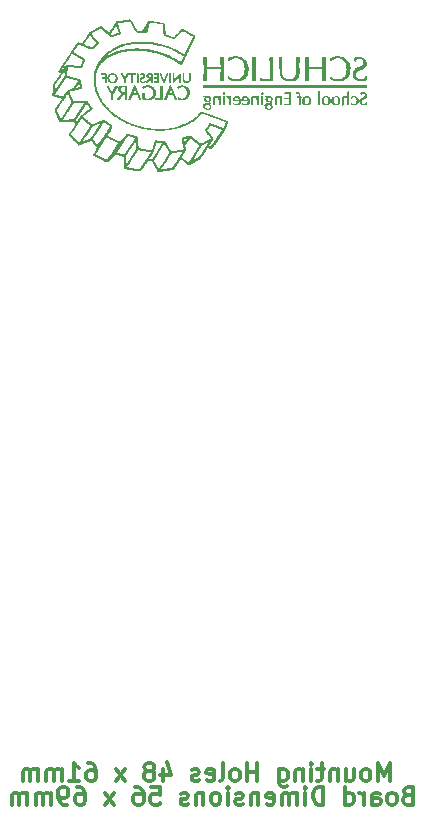
<source format=gbo>
G04 #@! TF.GenerationSoftware,KiCad,Pcbnew,8.0.2*
G04 #@! TF.CreationDate,2024-08-26T09:43:20-06:00*
G04 #@! TF.ProjectId,Perfboard_0.25,50657266-626f-4617-9264-5f302e32352e,rev?*
G04 #@! TF.SameCoordinates,Original*
G04 #@! TF.FileFunction,Legend,Bot*
G04 #@! TF.FilePolarity,Positive*
%FSLAX46Y46*%
G04 Gerber Fmt 4.6, Leading zero omitted, Abs format (unit mm)*
G04 Created by KiCad (PCBNEW 8.0.2) date 2024-08-26 09:43:20*
%MOMM*%
%LPD*%
G01*
G04 APERTURE LIST*
%ADD10C,0.300000*%
%ADD11C,0.000000*%
%ADD12C,1.803200*%
%ADD13C,2.600000*%
%ADD14C,3.800000*%
G04 APERTURE END LIST*
D10*
X166445489Y-109515114D02*
X166231203Y-109586542D01*
X166231203Y-109586542D02*
X166159774Y-109657971D01*
X166159774Y-109657971D02*
X166088346Y-109800828D01*
X166088346Y-109800828D02*
X166088346Y-110015114D01*
X166088346Y-110015114D02*
X166159774Y-110157971D01*
X166159774Y-110157971D02*
X166231203Y-110229400D01*
X166231203Y-110229400D02*
X166374060Y-110300828D01*
X166374060Y-110300828D02*
X166945489Y-110300828D01*
X166945489Y-110300828D02*
X166945489Y-108800828D01*
X166945489Y-108800828D02*
X166445489Y-108800828D01*
X166445489Y-108800828D02*
X166302632Y-108872257D01*
X166302632Y-108872257D02*
X166231203Y-108943685D01*
X166231203Y-108943685D02*
X166159774Y-109086542D01*
X166159774Y-109086542D02*
X166159774Y-109229400D01*
X166159774Y-109229400D02*
X166231203Y-109372257D01*
X166231203Y-109372257D02*
X166302632Y-109443685D01*
X166302632Y-109443685D02*
X166445489Y-109515114D01*
X166445489Y-109515114D02*
X166945489Y-109515114D01*
X165231203Y-110300828D02*
X165374060Y-110229400D01*
X165374060Y-110229400D02*
X165445489Y-110157971D01*
X165445489Y-110157971D02*
X165516917Y-110015114D01*
X165516917Y-110015114D02*
X165516917Y-109586542D01*
X165516917Y-109586542D02*
X165445489Y-109443685D01*
X165445489Y-109443685D02*
X165374060Y-109372257D01*
X165374060Y-109372257D02*
X165231203Y-109300828D01*
X165231203Y-109300828D02*
X165016917Y-109300828D01*
X165016917Y-109300828D02*
X164874060Y-109372257D01*
X164874060Y-109372257D02*
X164802632Y-109443685D01*
X164802632Y-109443685D02*
X164731203Y-109586542D01*
X164731203Y-109586542D02*
X164731203Y-110015114D01*
X164731203Y-110015114D02*
X164802632Y-110157971D01*
X164802632Y-110157971D02*
X164874060Y-110229400D01*
X164874060Y-110229400D02*
X165016917Y-110300828D01*
X165016917Y-110300828D02*
X165231203Y-110300828D01*
X163445489Y-110300828D02*
X163445489Y-109515114D01*
X163445489Y-109515114D02*
X163516917Y-109372257D01*
X163516917Y-109372257D02*
X163659774Y-109300828D01*
X163659774Y-109300828D02*
X163945489Y-109300828D01*
X163945489Y-109300828D02*
X164088346Y-109372257D01*
X163445489Y-110229400D02*
X163588346Y-110300828D01*
X163588346Y-110300828D02*
X163945489Y-110300828D01*
X163945489Y-110300828D02*
X164088346Y-110229400D01*
X164088346Y-110229400D02*
X164159774Y-110086542D01*
X164159774Y-110086542D02*
X164159774Y-109943685D01*
X164159774Y-109943685D02*
X164088346Y-109800828D01*
X164088346Y-109800828D02*
X163945489Y-109729400D01*
X163945489Y-109729400D02*
X163588346Y-109729400D01*
X163588346Y-109729400D02*
X163445489Y-109657971D01*
X162731203Y-110300828D02*
X162731203Y-109300828D01*
X162731203Y-109586542D02*
X162659774Y-109443685D01*
X162659774Y-109443685D02*
X162588346Y-109372257D01*
X162588346Y-109372257D02*
X162445488Y-109300828D01*
X162445488Y-109300828D02*
X162302631Y-109300828D01*
X161159775Y-110300828D02*
X161159775Y-108800828D01*
X161159775Y-110229400D02*
X161302632Y-110300828D01*
X161302632Y-110300828D02*
X161588346Y-110300828D01*
X161588346Y-110300828D02*
X161731203Y-110229400D01*
X161731203Y-110229400D02*
X161802632Y-110157971D01*
X161802632Y-110157971D02*
X161874060Y-110015114D01*
X161874060Y-110015114D02*
X161874060Y-109586542D01*
X161874060Y-109586542D02*
X161802632Y-109443685D01*
X161802632Y-109443685D02*
X161731203Y-109372257D01*
X161731203Y-109372257D02*
X161588346Y-109300828D01*
X161588346Y-109300828D02*
X161302632Y-109300828D01*
X161302632Y-109300828D02*
X161159775Y-109372257D01*
X159302632Y-110300828D02*
X159302632Y-108800828D01*
X159302632Y-108800828D02*
X158945489Y-108800828D01*
X158945489Y-108800828D02*
X158731203Y-108872257D01*
X158731203Y-108872257D02*
X158588346Y-109015114D01*
X158588346Y-109015114D02*
X158516917Y-109157971D01*
X158516917Y-109157971D02*
X158445489Y-109443685D01*
X158445489Y-109443685D02*
X158445489Y-109657971D01*
X158445489Y-109657971D02*
X158516917Y-109943685D01*
X158516917Y-109943685D02*
X158588346Y-110086542D01*
X158588346Y-110086542D02*
X158731203Y-110229400D01*
X158731203Y-110229400D02*
X158945489Y-110300828D01*
X158945489Y-110300828D02*
X159302632Y-110300828D01*
X157802632Y-110300828D02*
X157802632Y-109300828D01*
X157802632Y-108800828D02*
X157874060Y-108872257D01*
X157874060Y-108872257D02*
X157802632Y-108943685D01*
X157802632Y-108943685D02*
X157731203Y-108872257D01*
X157731203Y-108872257D02*
X157802632Y-108800828D01*
X157802632Y-108800828D02*
X157802632Y-108943685D01*
X157088346Y-110300828D02*
X157088346Y-109300828D01*
X157088346Y-109443685D02*
X157016917Y-109372257D01*
X157016917Y-109372257D02*
X156874060Y-109300828D01*
X156874060Y-109300828D02*
X156659774Y-109300828D01*
X156659774Y-109300828D02*
X156516917Y-109372257D01*
X156516917Y-109372257D02*
X156445489Y-109515114D01*
X156445489Y-109515114D02*
X156445489Y-110300828D01*
X156445489Y-109515114D02*
X156374060Y-109372257D01*
X156374060Y-109372257D02*
X156231203Y-109300828D01*
X156231203Y-109300828D02*
X156016917Y-109300828D01*
X156016917Y-109300828D02*
X155874060Y-109372257D01*
X155874060Y-109372257D02*
X155802631Y-109515114D01*
X155802631Y-109515114D02*
X155802631Y-110300828D01*
X154516917Y-110229400D02*
X154659774Y-110300828D01*
X154659774Y-110300828D02*
X154945489Y-110300828D01*
X154945489Y-110300828D02*
X155088346Y-110229400D01*
X155088346Y-110229400D02*
X155159774Y-110086542D01*
X155159774Y-110086542D02*
X155159774Y-109515114D01*
X155159774Y-109515114D02*
X155088346Y-109372257D01*
X155088346Y-109372257D02*
X154945489Y-109300828D01*
X154945489Y-109300828D02*
X154659774Y-109300828D01*
X154659774Y-109300828D02*
X154516917Y-109372257D01*
X154516917Y-109372257D02*
X154445489Y-109515114D01*
X154445489Y-109515114D02*
X154445489Y-109657971D01*
X154445489Y-109657971D02*
X155159774Y-109800828D01*
X153802632Y-109300828D02*
X153802632Y-110300828D01*
X153802632Y-109443685D02*
X153731203Y-109372257D01*
X153731203Y-109372257D02*
X153588346Y-109300828D01*
X153588346Y-109300828D02*
X153374060Y-109300828D01*
X153374060Y-109300828D02*
X153231203Y-109372257D01*
X153231203Y-109372257D02*
X153159775Y-109515114D01*
X153159775Y-109515114D02*
X153159775Y-110300828D01*
X152516917Y-110229400D02*
X152374060Y-110300828D01*
X152374060Y-110300828D02*
X152088346Y-110300828D01*
X152088346Y-110300828D02*
X151945489Y-110229400D01*
X151945489Y-110229400D02*
X151874060Y-110086542D01*
X151874060Y-110086542D02*
X151874060Y-110015114D01*
X151874060Y-110015114D02*
X151945489Y-109872257D01*
X151945489Y-109872257D02*
X152088346Y-109800828D01*
X152088346Y-109800828D02*
X152302632Y-109800828D01*
X152302632Y-109800828D02*
X152445489Y-109729400D01*
X152445489Y-109729400D02*
X152516917Y-109586542D01*
X152516917Y-109586542D02*
X152516917Y-109515114D01*
X152516917Y-109515114D02*
X152445489Y-109372257D01*
X152445489Y-109372257D02*
X152302632Y-109300828D01*
X152302632Y-109300828D02*
X152088346Y-109300828D01*
X152088346Y-109300828D02*
X151945489Y-109372257D01*
X151231203Y-110300828D02*
X151231203Y-109300828D01*
X151231203Y-108800828D02*
X151302631Y-108872257D01*
X151302631Y-108872257D02*
X151231203Y-108943685D01*
X151231203Y-108943685D02*
X151159774Y-108872257D01*
X151159774Y-108872257D02*
X151231203Y-108800828D01*
X151231203Y-108800828D02*
X151231203Y-108943685D01*
X150302631Y-110300828D02*
X150445488Y-110229400D01*
X150445488Y-110229400D02*
X150516917Y-110157971D01*
X150516917Y-110157971D02*
X150588345Y-110015114D01*
X150588345Y-110015114D02*
X150588345Y-109586542D01*
X150588345Y-109586542D02*
X150516917Y-109443685D01*
X150516917Y-109443685D02*
X150445488Y-109372257D01*
X150445488Y-109372257D02*
X150302631Y-109300828D01*
X150302631Y-109300828D02*
X150088345Y-109300828D01*
X150088345Y-109300828D02*
X149945488Y-109372257D01*
X149945488Y-109372257D02*
X149874060Y-109443685D01*
X149874060Y-109443685D02*
X149802631Y-109586542D01*
X149802631Y-109586542D02*
X149802631Y-110015114D01*
X149802631Y-110015114D02*
X149874060Y-110157971D01*
X149874060Y-110157971D02*
X149945488Y-110229400D01*
X149945488Y-110229400D02*
X150088345Y-110300828D01*
X150088345Y-110300828D02*
X150302631Y-110300828D01*
X149159774Y-109300828D02*
X149159774Y-110300828D01*
X149159774Y-109443685D02*
X149088345Y-109372257D01*
X149088345Y-109372257D02*
X148945488Y-109300828D01*
X148945488Y-109300828D02*
X148731202Y-109300828D01*
X148731202Y-109300828D02*
X148588345Y-109372257D01*
X148588345Y-109372257D02*
X148516917Y-109515114D01*
X148516917Y-109515114D02*
X148516917Y-110300828D01*
X147874059Y-110229400D02*
X147731202Y-110300828D01*
X147731202Y-110300828D02*
X147445488Y-110300828D01*
X147445488Y-110300828D02*
X147302631Y-110229400D01*
X147302631Y-110229400D02*
X147231202Y-110086542D01*
X147231202Y-110086542D02*
X147231202Y-110015114D01*
X147231202Y-110015114D02*
X147302631Y-109872257D01*
X147302631Y-109872257D02*
X147445488Y-109800828D01*
X147445488Y-109800828D02*
X147659774Y-109800828D01*
X147659774Y-109800828D02*
X147802631Y-109729400D01*
X147802631Y-109729400D02*
X147874059Y-109586542D01*
X147874059Y-109586542D02*
X147874059Y-109515114D01*
X147874059Y-109515114D02*
X147802631Y-109372257D01*
X147802631Y-109372257D02*
X147659774Y-109300828D01*
X147659774Y-109300828D02*
X147445488Y-109300828D01*
X147445488Y-109300828D02*
X147302631Y-109372257D01*
X144731202Y-108800828D02*
X145445488Y-108800828D01*
X145445488Y-108800828D02*
X145516916Y-109515114D01*
X145516916Y-109515114D02*
X145445488Y-109443685D01*
X145445488Y-109443685D02*
X145302631Y-109372257D01*
X145302631Y-109372257D02*
X144945488Y-109372257D01*
X144945488Y-109372257D02*
X144802631Y-109443685D01*
X144802631Y-109443685D02*
X144731202Y-109515114D01*
X144731202Y-109515114D02*
X144659773Y-109657971D01*
X144659773Y-109657971D02*
X144659773Y-110015114D01*
X144659773Y-110015114D02*
X144731202Y-110157971D01*
X144731202Y-110157971D02*
X144802631Y-110229400D01*
X144802631Y-110229400D02*
X144945488Y-110300828D01*
X144945488Y-110300828D02*
X145302631Y-110300828D01*
X145302631Y-110300828D02*
X145445488Y-110229400D01*
X145445488Y-110229400D02*
X145516916Y-110157971D01*
X143374060Y-108800828D02*
X143659774Y-108800828D01*
X143659774Y-108800828D02*
X143802631Y-108872257D01*
X143802631Y-108872257D02*
X143874060Y-108943685D01*
X143874060Y-108943685D02*
X144016917Y-109157971D01*
X144016917Y-109157971D02*
X144088345Y-109443685D01*
X144088345Y-109443685D02*
X144088345Y-110015114D01*
X144088345Y-110015114D02*
X144016917Y-110157971D01*
X144016917Y-110157971D02*
X143945488Y-110229400D01*
X143945488Y-110229400D02*
X143802631Y-110300828D01*
X143802631Y-110300828D02*
X143516917Y-110300828D01*
X143516917Y-110300828D02*
X143374060Y-110229400D01*
X143374060Y-110229400D02*
X143302631Y-110157971D01*
X143302631Y-110157971D02*
X143231202Y-110015114D01*
X143231202Y-110015114D02*
X143231202Y-109657971D01*
X143231202Y-109657971D02*
X143302631Y-109515114D01*
X143302631Y-109515114D02*
X143374060Y-109443685D01*
X143374060Y-109443685D02*
X143516917Y-109372257D01*
X143516917Y-109372257D02*
X143802631Y-109372257D01*
X143802631Y-109372257D02*
X143945488Y-109443685D01*
X143945488Y-109443685D02*
X144016917Y-109515114D01*
X144016917Y-109515114D02*
X144088345Y-109657971D01*
X141588346Y-110300828D02*
X140802632Y-109300828D01*
X141588346Y-109300828D02*
X140802632Y-110300828D01*
X138445489Y-108800828D02*
X138731203Y-108800828D01*
X138731203Y-108800828D02*
X138874060Y-108872257D01*
X138874060Y-108872257D02*
X138945489Y-108943685D01*
X138945489Y-108943685D02*
X139088346Y-109157971D01*
X139088346Y-109157971D02*
X139159774Y-109443685D01*
X139159774Y-109443685D02*
X139159774Y-110015114D01*
X139159774Y-110015114D02*
X139088346Y-110157971D01*
X139088346Y-110157971D02*
X139016917Y-110229400D01*
X139016917Y-110229400D02*
X138874060Y-110300828D01*
X138874060Y-110300828D02*
X138588346Y-110300828D01*
X138588346Y-110300828D02*
X138445489Y-110229400D01*
X138445489Y-110229400D02*
X138374060Y-110157971D01*
X138374060Y-110157971D02*
X138302631Y-110015114D01*
X138302631Y-110015114D02*
X138302631Y-109657971D01*
X138302631Y-109657971D02*
X138374060Y-109515114D01*
X138374060Y-109515114D02*
X138445489Y-109443685D01*
X138445489Y-109443685D02*
X138588346Y-109372257D01*
X138588346Y-109372257D02*
X138874060Y-109372257D01*
X138874060Y-109372257D02*
X139016917Y-109443685D01*
X139016917Y-109443685D02*
X139088346Y-109515114D01*
X139088346Y-109515114D02*
X139159774Y-109657971D01*
X137588346Y-110300828D02*
X137302632Y-110300828D01*
X137302632Y-110300828D02*
X137159775Y-110229400D01*
X137159775Y-110229400D02*
X137088346Y-110157971D01*
X137088346Y-110157971D02*
X136945489Y-109943685D01*
X136945489Y-109943685D02*
X136874060Y-109657971D01*
X136874060Y-109657971D02*
X136874060Y-109086542D01*
X136874060Y-109086542D02*
X136945489Y-108943685D01*
X136945489Y-108943685D02*
X137016918Y-108872257D01*
X137016918Y-108872257D02*
X137159775Y-108800828D01*
X137159775Y-108800828D02*
X137445489Y-108800828D01*
X137445489Y-108800828D02*
X137588346Y-108872257D01*
X137588346Y-108872257D02*
X137659775Y-108943685D01*
X137659775Y-108943685D02*
X137731203Y-109086542D01*
X137731203Y-109086542D02*
X137731203Y-109443685D01*
X137731203Y-109443685D02*
X137659775Y-109586542D01*
X137659775Y-109586542D02*
X137588346Y-109657971D01*
X137588346Y-109657971D02*
X137445489Y-109729400D01*
X137445489Y-109729400D02*
X137159775Y-109729400D01*
X137159775Y-109729400D02*
X137016918Y-109657971D01*
X137016918Y-109657971D02*
X136945489Y-109586542D01*
X136945489Y-109586542D02*
X136874060Y-109443685D01*
X136231204Y-110300828D02*
X136231204Y-109300828D01*
X136231204Y-109443685D02*
X136159775Y-109372257D01*
X136159775Y-109372257D02*
X136016918Y-109300828D01*
X136016918Y-109300828D02*
X135802632Y-109300828D01*
X135802632Y-109300828D02*
X135659775Y-109372257D01*
X135659775Y-109372257D02*
X135588347Y-109515114D01*
X135588347Y-109515114D02*
X135588347Y-110300828D01*
X135588347Y-109515114D02*
X135516918Y-109372257D01*
X135516918Y-109372257D02*
X135374061Y-109300828D01*
X135374061Y-109300828D02*
X135159775Y-109300828D01*
X135159775Y-109300828D02*
X135016918Y-109372257D01*
X135016918Y-109372257D02*
X134945489Y-109515114D01*
X134945489Y-109515114D02*
X134945489Y-110300828D01*
X134231204Y-110300828D02*
X134231204Y-109300828D01*
X134231204Y-109443685D02*
X134159775Y-109372257D01*
X134159775Y-109372257D02*
X134016918Y-109300828D01*
X134016918Y-109300828D02*
X133802632Y-109300828D01*
X133802632Y-109300828D02*
X133659775Y-109372257D01*
X133659775Y-109372257D02*
X133588347Y-109515114D01*
X133588347Y-109515114D02*
X133588347Y-110300828D01*
X133588347Y-109515114D02*
X133516918Y-109372257D01*
X133516918Y-109372257D02*
X133374061Y-109300828D01*
X133374061Y-109300828D02*
X133159775Y-109300828D01*
X133159775Y-109300828D02*
X133016918Y-109372257D01*
X133016918Y-109372257D02*
X132945489Y-109515114D01*
X132945489Y-109515114D02*
X132945489Y-110300828D01*
X164945489Y-108300828D02*
X164945489Y-106800828D01*
X164945489Y-106800828D02*
X164445489Y-107872257D01*
X164445489Y-107872257D02*
X163945489Y-106800828D01*
X163945489Y-106800828D02*
X163945489Y-108300828D01*
X163016917Y-108300828D02*
X163159774Y-108229400D01*
X163159774Y-108229400D02*
X163231203Y-108157971D01*
X163231203Y-108157971D02*
X163302631Y-108015114D01*
X163302631Y-108015114D02*
X163302631Y-107586542D01*
X163302631Y-107586542D02*
X163231203Y-107443685D01*
X163231203Y-107443685D02*
X163159774Y-107372257D01*
X163159774Y-107372257D02*
X163016917Y-107300828D01*
X163016917Y-107300828D02*
X162802631Y-107300828D01*
X162802631Y-107300828D02*
X162659774Y-107372257D01*
X162659774Y-107372257D02*
X162588346Y-107443685D01*
X162588346Y-107443685D02*
X162516917Y-107586542D01*
X162516917Y-107586542D02*
X162516917Y-108015114D01*
X162516917Y-108015114D02*
X162588346Y-108157971D01*
X162588346Y-108157971D02*
X162659774Y-108229400D01*
X162659774Y-108229400D02*
X162802631Y-108300828D01*
X162802631Y-108300828D02*
X163016917Y-108300828D01*
X161231203Y-107300828D02*
X161231203Y-108300828D01*
X161874060Y-107300828D02*
X161874060Y-108086542D01*
X161874060Y-108086542D02*
X161802631Y-108229400D01*
X161802631Y-108229400D02*
X161659774Y-108300828D01*
X161659774Y-108300828D02*
X161445488Y-108300828D01*
X161445488Y-108300828D02*
X161302631Y-108229400D01*
X161302631Y-108229400D02*
X161231203Y-108157971D01*
X160516917Y-107300828D02*
X160516917Y-108300828D01*
X160516917Y-107443685D02*
X160445488Y-107372257D01*
X160445488Y-107372257D02*
X160302631Y-107300828D01*
X160302631Y-107300828D02*
X160088345Y-107300828D01*
X160088345Y-107300828D02*
X159945488Y-107372257D01*
X159945488Y-107372257D02*
X159874060Y-107515114D01*
X159874060Y-107515114D02*
X159874060Y-108300828D01*
X159374059Y-107300828D02*
X158802631Y-107300828D01*
X159159774Y-106800828D02*
X159159774Y-108086542D01*
X159159774Y-108086542D02*
X159088345Y-108229400D01*
X159088345Y-108229400D02*
X158945488Y-108300828D01*
X158945488Y-108300828D02*
X158802631Y-108300828D01*
X158302631Y-108300828D02*
X158302631Y-107300828D01*
X158302631Y-106800828D02*
X158374059Y-106872257D01*
X158374059Y-106872257D02*
X158302631Y-106943685D01*
X158302631Y-106943685D02*
X158231202Y-106872257D01*
X158231202Y-106872257D02*
X158302631Y-106800828D01*
X158302631Y-106800828D02*
X158302631Y-106943685D01*
X157588345Y-107300828D02*
X157588345Y-108300828D01*
X157588345Y-107443685D02*
X157516916Y-107372257D01*
X157516916Y-107372257D02*
X157374059Y-107300828D01*
X157374059Y-107300828D02*
X157159773Y-107300828D01*
X157159773Y-107300828D02*
X157016916Y-107372257D01*
X157016916Y-107372257D02*
X156945488Y-107515114D01*
X156945488Y-107515114D02*
X156945488Y-108300828D01*
X155588345Y-107300828D02*
X155588345Y-108515114D01*
X155588345Y-108515114D02*
X155659773Y-108657971D01*
X155659773Y-108657971D02*
X155731202Y-108729400D01*
X155731202Y-108729400D02*
X155874059Y-108800828D01*
X155874059Y-108800828D02*
X156088345Y-108800828D01*
X156088345Y-108800828D02*
X156231202Y-108729400D01*
X155588345Y-108229400D02*
X155731202Y-108300828D01*
X155731202Y-108300828D02*
X156016916Y-108300828D01*
X156016916Y-108300828D02*
X156159773Y-108229400D01*
X156159773Y-108229400D02*
X156231202Y-108157971D01*
X156231202Y-108157971D02*
X156302630Y-108015114D01*
X156302630Y-108015114D02*
X156302630Y-107586542D01*
X156302630Y-107586542D02*
X156231202Y-107443685D01*
X156231202Y-107443685D02*
X156159773Y-107372257D01*
X156159773Y-107372257D02*
X156016916Y-107300828D01*
X156016916Y-107300828D02*
X155731202Y-107300828D01*
X155731202Y-107300828D02*
X155588345Y-107372257D01*
X153731202Y-108300828D02*
X153731202Y-106800828D01*
X153731202Y-107515114D02*
X152874059Y-107515114D01*
X152874059Y-108300828D02*
X152874059Y-106800828D01*
X151945487Y-108300828D02*
X152088344Y-108229400D01*
X152088344Y-108229400D02*
X152159773Y-108157971D01*
X152159773Y-108157971D02*
X152231201Y-108015114D01*
X152231201Y-108015114D02*
X152231201Y-107586542D01*
X152231201Y-107586542D02*
X152159773Y-107443685D01*
X152159773Y-107443685D02*
X152088344Y-107372257D01*
X152088344Y-107372257D02*
X151945487Y-107300828D01*
X151945487Y-107300828D02*
X151731201Y-107300828D01*
X151731201Y-107300828D02*
X151588344Y-107372257D01*
X151588344Y-107372257D02*
X151516916Y-107443685D01*
X151516916Y-107443685D02*
X151445487Y-107586542D01*
X151445487Y-107586542D02*
X151445487Y-108015114D01*
X151445487Y-108015114D02*
X151516916Y-108157971D01*
X151516916Y-108157971D02*
X151588344Y-108229400D01*
X151588344Y-108229400D02*
X151731201Y-108300828D01*
X151731201Y-108300828D02*
X151945487Y-108300828D01*
X150588344Y-108300828D02*
X150731201Y-108229400D01*
X150731201Y-108229400D02*
X150802630Y-108086542D01*
X150802630Y-108086542D02*
X150802630Y-106800828D01*
X149445487Y-108229400D02*
X149588344Y-108300828D01*
X149588344Y-108300828D02*
X149874059Y-108300828D01*
X149874059Y-108300828D02*
X150016916Y-108229400D01*
X150016916Y-108229400D02*
X150088344Y-108086542D01*
X150088344Y-108086542D02*
X150088344Y-107515114D01*
X150088344Y-107515114D02*
X150016916Y-107372257D01*
X150016916Y-107372257D02*
X149874059Y-107300828D01*
X149874059Y-107300828D02*
X149588344Y-107300828D01*
X149588344Y-107300828D02*
X149445487Y-107372257D01*
X149445487Y-107372257D02*
X149374059Y-107515114D01*
X149374059Y-107515114D02*
X149374059Y-107657971D01*
X149374059Y-107657971D02*
X150088344Y-107800828D01*
X148802630Y-108229400D02*
X148659773Y-108300828D01*
X148659773Y-108300828D02*
X148374059Y-108300828D01*
X148374059Y-108300828D02*
X148231202Y-108229400D01*
X148231202Y-108229400D02*
X148159773Y-108086542D01*
X148159773Y-108086542D02*
X148159773Y-108015114D01*
X148159773Y-108015114D02*
X148231202Y-107872257D01*
X148231202Y-107872257D02*
X148374059Y-107800828D01*
X148374059Y-107800828D02*
X148588345Y-107800828D01*
X148588345Y-107800828D02*
X148731202Y-107729400D01*
X148731202Y-107729400D02*
X148802630Y-107586542D01*
X148802630Y-107586542D02*
X148802630Y-107515114D01*
X148802630Y-107515114D02*
X148731202Y-107372257D01*
X148731202Y-107372257D02*
X148588345Y-107300828D01*
X148588345Y-107300828D02*
X148374059Y-107300828D01*
X148374059Y-107300828D02*
X148231202Y-107372257D01*
X145731202Y-107300828D02*
X145731202Y-108300828D01*
X146088344Y-106729400D02*
X146445487Y-107800828D01*
X146445487Y-107800828D02*
X145516916Y-107800828D01*
X144731202Y-107443685D02*
X144874059Y-107372257D01*
X144874059Y-107372257D02*
X144945488Y-107300828D01*
X144945488Y-107300828D02*
X145016916Y-107157971D01*
X145016916Y-107157971D02*
X145016916Y-107086542D01*
X145016916Y-107086542D02*
X144945488Y-106943685D01*
X144945488Y-106943685D02*
X144874059Y-106872257D01*
X144874059Y-106872257D02*
X144731202Y-106800828D01*
X144731202Y-106800828D02*
X144445488Y-106800828D01*
X144445488Y-106800828D02*
X144302631Y-106872257D01*
X144302631Y-106872257D02*
X144231202Y-106943685D01*
X144231202Y-106943685D02*
X144159773Y-107086542D01*
X144159773Y-107086542D02*
X144159773Y-107157971D01*
X144159773Y-107157971D02*
X144231202Y-107300828D01*
X144231202Y-107300828D02*
X144302631Y-107372257D01*
X144302631Y-107372257D02*
X144445488Y-107443685D01*
X144445488Y-107443685D02*
X144731202Y-107443685D01*
X144731202Y-107443685D02*
X144874059Y-107515114D01*
X144874059Y-107515114D02*
X144945488Y-107586542D01*
X144945488Y-107586542D02*
X145016916Y-107729400D01*
X145016916Y-107729400D02*
X145016916Y-108015114D01*
X145016916Y-108015114D02*
X144945488Y-108157971D01*
X144945488Y-108157971D02*
X144874059Y-108229400D01*
X144874059Y-108229400D02*
X144731202Y-108300828D01*
X144731202Y-108300828D02*
X144445488Y-108300828D01*
X144445488Y-108300828D02*
X144302631Y-108229400D01*
X144302631Y-108229400D02*
X144231202Y-108157971D01*
X144231202Y-108157971D02*
X144159773Y-108015114D01*
X144159773Y-108015114D02*
X144159773Y-107729400D01*
X144159773Y-107729400D02*
X144231202Y-107586542D01*
X144231202Y-107586542D02*
X144302631Y-107515114D01*
X144302631Y-107515114D02*
X144445488Y-107443685D01*
X142516917Y-108300828D02*
X141731203Y-107300828D01*
X142516917Y-107300828D02*
X141731203Y-108300828D01*
X139374060Y-106800828D02*
X139659774Y-106800828D01*
X139659774Y-106800828D02*
X139802631Y-106872257D01*
X139802631Y-106872257D02*
X139874060Y-106943685D01*
X139874060Y-106943685D02*
X140016917Y-107157971D01*
X140016917Y-107157971D02*
X140088345Y-107443685D01*
X140088345Y-107443685D02*
X140088345Y-108015114D01*
X140088345Y-108015114D02*
X140016917Y-108157971D01*
X140016917Y-108157971D02*
X139945488Y-108229400D01*
X139945488Y-108229400D02*
X139802631Y-108300828D01*
X139802631Y-108300828D02*
X139516917Y-108300828D01*
X139516917Y-108300828D02*
X139374060Y-108229400D01*
X139374060Y-108229400D02*
X139302631Y-108157971D01*
X139302631Y-108157971D02*
X139231202Y-108015114D01*
X139231202Y-108015114D02*
X139231202Y-107657971D01*
X139231202Y-107657971D02*
X139302631Y-107515114D01*
X139302631Y-107515114D02*
X139374060Y-107443685D01*
X139374060Y-107443685D02*
X139516917Y-107372257D01*
X139516917Y-107372257D02*
X139802631Y-107372257D01*
X139802631Y-107372257D02*
X139945488Y-107443685D01*
X139945488Y-107443685D02*
X140016917Y-107515114D01*
X140016917Y-107515114D02*
X140088345Y-107657971D01*
X137802631Y-108300828D02*
X138659774Y-108300828D01*
X138231203Y-108300828D02*
X138231203Y-106800828D01*
X138231203Y-106800828D02*
X138374060Y-107015114D01*
X138374060Y-107015114D02*
X138516917Y-107157971D01*
X138516917Y-107157971D02*
X138659774Y-107229400D01*
X137159775Y-108300828D02*
X137159775Y-107300828D01*
X137159775Y-107443685D02*
X137088346Y-107372257D01*
X137088346Y-107372257D02*
X136945489Y-107300828D01*
X136945489Y-107300828D02*
X136731203Y-107300828D01*
X136731203Y-107300828D02*
X136588346Y-107372257D01*
X136588346Y-107372257D02*
X136516918Y-107515114D01*
X136516918Y-107515114D02*
X136516918Y-108300828D01*
X136516918Y-107515114D02*
X136445489Y-107372257D01*
X136445489Y-107372257D02*
X136302632Y-107300828D01*
X136302632Y-107300828D02*
X136088346Y-107300828D01*
X136088346Y-107300828D02*
X135945489Y-107372257D01*
X135945489Y-107372257D02*
X135874060Y-107515114D01*
X135874060Y-107515114D02*
X135874060Y-108300828D01*
X135159775Y-108300828D02*
X135159775Y-107300828D01*
X135159775Y-107443685D02*
X135088346Y-107372257D01*
X135088346Y-107372257D02*
X134945489Y-107300828D01*
X134945489Y-107300828D02*
X134731203Y-107300828D01*
X134731203Y-107300828D02*
X134588346Y-107372257D01*
X134588346Y-107372257D02*
X134516918Y-107515114D01*
X134516918Y-107515114D02*
X134516918Y-108300828D01*
X134516918Y-107515114D02*
X134445489Y-107372257D01*
X134445489Y-107372257D02*
X134302632Y-107300828D01*
X134302632Y-107300828D02*
X134088346Y-107300828D01*
X134088346Y-107300828D02*
X133945489Y-107372257D01*
X133945489Y-107372257D02*
X133874060Y-107515114D01*
X133874060Y-107515114D02*
X133874060Y-108300828D01*
D11*
G36*
X141925926Y-49429629D02*
G01*
X141922222Y-49433333D01*
X141918519Y-49429629D01*
X141922222Y-49425925D01*
X141925926Y-49429629D01*
G37*
G36*
X145000000Y-48385185D02*
G01*
X144996297Y-48388888D01*
X144992593Y-48385185D01*
X144996297Y-48381481D01*
X145000000Y-48385185D01*
G37*
G36*
X141355184Y-50659029D02*
G01*
X141357889Y-50661494D01*
X141358544Y-50671527D01*
X141355237Y-50674785D01*
X141345954Y-50671139D01*
X141341836Y-50664467D01*
X141344668Y-50657301D01*
X141355184Y-50659029D01*
G37*
G36*
X142232746Y-48374655D02*
G01*
X142233334Y-48381481D01*
X142231813Y-48383698D01*
X142225489Y-48388888D01*
X142224750Y-48388696D01*
X142222222Y-48381481D01*
X142222524Y-48379451D01*
X142230067Y-48374074D01*
X142232746Y-48374655D01*
G37*
G36*
X144204455Y-48967007D02*
G01*
X144211111Y-48974074D01*
X144212269Y-48976943D01*
X144207845Y-48981481D01*
X144205695Y-48981196D01*
X144200000Y-48974074D01*
X144200085Y-48972397D01*
X144203267Y-48966666D01*
X144204455Y-48967007D01*
G37*
G36*
X145499413Y-48374655D02*
G01*
X145500000Y-48381481D01*
X145498480Y-48383698D01*
X145492156Y-48388888D01*
X145491416Y-48388696D01*
X145488889Y-48381481D01*
X145489191Y-48379451D01*
X145496734Y-48374074D01*
X145499413Y-48374655D01*
G37*
G36*
X150934377Y-49990000D02*
G01*
X150971787Y-50000756D01*
X150999352Y-50022389D01*
X151016391Y-50054218D01*
X151022222Y-50095566D01*
X151022010Y-50109580D01*
X151019283Y-50130665D01*
X151011299Y-50147365D01*
X150995435Y-50166645D01*
X150992662Y-50169704D01*
X150977874Y-50184678D01*
X150964836Y-50192617D01*
X150948027Y-50195747D01*
X150921929Y-50196296D01*
X150909703Y-50196167D01*
X150885529Y-50194122D01*
X150868444Y-50188413D01*
X150852915Y-50177535D01*
X150851203Y-50176041D01*
X150833852Y-50155442D01*
X150821959Y-50132535D01*
X150817060Y-50111067D01*
X150818248Y-50074285D01*
X150830410Y-50040975D01*
X150851792Y-50013838D01*
X150880641Y-49995576D01*
X150915204Y-49988888D01*
X150934377Y-49990000D01*
G37*
G36*
X154163024Y-49991187D02*
G01*
X154197072Y-50002515D01*
X154223503Y-50023859D01*
X154241489Y-50052270D01*
X154250202Y-50084798D01*
X154248815Y-50118492D01*
X154236500Y-50150401D01*
X154212428Y-50177577D01*
X154211068Y-50178637D01*
X154193483Y-50189475D01*
X154173406Y-50194776D01*
X154144757Y-50196214D01*
X154122978Y-50195781D01*
X154104544Y-50192644D01*
X154089779Y-50184449D01*
X154072535Y-50168867D01*
X154072428Y-50168762D01*
X154056892Y-50152509D01*
X154048513Y-50138688D01*
X154045096Y-50121553D01*
X154044445Y-50095361D01*
X154044528Y-50085592D01*
X154046447Y-50060571D01*
X154052041Y-50043045D01*
X154062813Y-50027455D01*
X154085309Y-50006793D01*
X154119338Y-49992251D01*
X154160016Y-49990804D01*
X154163024Y-49991187D01*
G37*
G36*
X150924699Y-50329701D02*
G01*
X150954755Y-50330536D01*
X150974279Y-50332668D01*
X150986227Y-50336539D01*
X150993551Y-50342592D01*
X150995230Y-50347862D01*
X150997498Y-50366998D01*
X150999432Y-50397992D01*
X151001036Y-50439066D01*
X151002312Y-50488442D01*
X151003261Y-50544342D01*
X151003886Y-50604988D01*
X151004188Y-50668602D01*
X151004169Y-50733406D01*
X151003832Y-50797622D01*
X151003179Y-50859473D01*
X151002211Y-50917179D01*
X151000930Y-50968964D01*
X150999339Y-51013049D01*
X150997440Y-51047656D01*
X150995233Y-51071007D01*
X150992723Y-51081325D01*
X150990499Y-51083190D01*
X150974772Y-51088407D01*
X150949556Y-51091813D01*
X150918884Y-51093404D01*
X150886787Y-51093175D01*
X150857296Y-51091123D01*
X150834443Y-51087240D01*
X150822259Y-51081524D01*
X150820556Y-51075023D01*
X150818621Y-51054837D01*
X150816967Y-51022978D01*
X150815595Y-50981212D01*
X150814502Y-50931305D01*
X150813687Y-50875023D01*
X150813150Y-50814130D01*
X150812889Y-50750394D01*
X150812903Y-50685578D01*
X150813191Y-50621449D01*
X150813751Y-50559772D01*
X150814583Y-50502313D01*
X150815684Y-50450838D01*
X150817054Y-50407112D01*
X150818692Y-50372901D01*
X150820597Y-50349970D01*
X150822766Y-50340085D01*
X150828506Y-50336071D01*
X150843599Y-50332312D01*
X150869091Y-50330255D01*
X150907167Y-50329629D01*
X150924699Y-50329701D01*
G37*
G36*
X145631377Y-49440980D02*
G01*
X145657350Y-49442115D01*
X145674489Y-49444641D01*
X145685953Y-49449053D01*
X145694900Y-49455844D01*
X145711111Y-49470947D01*
X145711111Y-50036696D01*
X145711111Y-50602445D01*
X145694445Y-50621459D01*
X145677778Y-50640473D01*
X145369916Y-50640606D01*
X145328716Y-50640643D01*
X145255635Y-50640720D01*
X145195494Y-50640552D01*
X145147036Y-50639844D01*
X145109008Y-50638300D01*
X145080154Y-50635622D01*
X145059220Y-50631515D01*
X145044949Y-50625682D01*
X145036087Y-50617827D01*
X145031380Y-50607654D01*
X145029571Y-50594866D01*
X145029406Y-50579168D01*
X145029630Y-50560261D01*
X145029940Y-50539807D01*
X145032089Y-50518784D01*
X145037290Y-50505000D01*
X145046703Y-50493950D01*
X145049225Y-50491611D01*
X145054922Y-50487146D01*
X145062015Y-50483899D01*
X145072420Y-50481781D01*
X145088051Y-50480705D01*
X145110825Y-50480583D01*
X145142655Y-50481329D01*
X145185458Y-50482854D01*
X145241148Y-50485072D01*
X145271128Y-50486267D01*
X145321317Y-50488200D01*
X145366830Y-50489870D01*
X145405136Y-50491188D01*
X145433703Y-50492065D01*
X145450000Y-50492413D01*
X145481482Y-50492592D01*
X145481482Y-49986266D01*
X145481482Y-49479941D01*
X145499647Y-49460340D01*
X145503892Y-49455879D01*
X145512440Y-49448723D01*
X145522932Y-49444271D01*
X145538587Y-49441883D01*
X145562620Y-49440919D01*
X145598250Y-49440740D01*
X145631377Y-49440980D01*
G37*
G36*
X143598948Y-48396315D02*
G01*
X143630640Y-48397627D01*
X143650860Y-48401342D01*
X143662434Y-48407936D01*
X143664470Y-48410707D01*
X143666786Y-48416859D01*
X143668704Y-48426950D01*
X143670260Y-48442188D01*
X143671490Y-48463783D01*
X143672431Y-48492942D01*
X143673120Y-48530873D01*
X143673592Y-48578786D01*
X143673884Y-48637889D01*
X143674033Y-48709389D01*
X143674074Y-48794496D01*
X143674074Y-48822652D01*
X143674054Y-48902305D01*
X143673967Y-48968799D01*
X143673759Y-49023390D01*
X143673379Y-49067336D01*
X143672777Y-49101895D01*
X143671899Y-49128323D01*
X143670695Y-49147878D01*
X143669113Y-49161817D01*
X143667100Y-49171397D01*
X143664607Y-49177876D01*
X143661580Y-49182511D01*
X143657968Y-49186559D01*
X143650558Y-49193470D01*
X143638165Y-49199933D01*
X143620030Y-49202955D01*
X143591638Y-49203703D01*
X143568481Y-49203294D01*
X143548503Y-49200894D01*
X143534787Y-49195180D01*
X143522559Y-49184848D01*
X143503704Y-49165993D01*
X143503704Y-48798288D01*
X143503704Y-48781312D01*
X143503719Y-48700792D01*
X143503799Y-48633575D01*
X143503995Y-48578388D01*
X143504362Y-48533962D01*
X143504952Y-48499025D01*
X143505819Y-48472307D01*
X143507016Y-48452538D01*
X143508596Y-48438446D01*
X143510612Y-48428761D01*
X143513118Y-48422212D01*
X143516166Y-48417528D01*
X143519810Y-48413440D01*
X143520874Y-48412322D01*
X143531005Y-48403891D01*
X143543756Y-48399041D01*
X143563187Y-48396824D01*
X143593355Y-48396296D01*
X143598948Y-48396315D01*
G37*
G36*
X154144877Y-50329661D02*
G01*
X154178818Y-50330389D01*
X154201336Y-50332332D01*
X154215060Y-50335828D01*
X154222619Y-50341218D01*
X154223090Y-50341883D01*
X154225296Y-50348449D01*
X154227098Y-50361025D01*
X154228520Y-50380709D01*
X154229584Y-50408603D01*
X154230315Y-50445807D01*
X154230734Y-50493422D01*
X154230866Y-50552548D01*
X154230732Y-50624286D01*
X154230358Y-50709737D01*
X154230165Y-50744900D01*
X154229668Y-50822307D01*
X154229106Y-50886641D01*
X154228433Y-50939143D01*
X154227603Y-50981054D01*
X154226572Y-51013616D01*
X154225293Y-51038069D01*
X154223722Y-51055656D01*
X154221812Y-51067617D01*
X154219518Y-51075195D01*
X154216795Y-51079629D01*
X154216583Y-51079855D01*
X154202951Y-51086292D01*
X154179135Y-51090763D01*
X154149272Y-51093215D01*
X154117498Y-51093595D01*
X154087951Y-51091848D01*
X154064767Y-51087921D01*
X154052084Y-51081761D01*
X154050804Y-51079026D01*
X154048811Y-51068296D01*
X154047152Y-51049249D01*
X154045804Y-51020956D01*
X154044744Y-50982490D01*
X154043950Y-50932923D01*
X154043399Y-50871325D01*
X154043068Y-50796771D01*
X154042935Y-50708330D01*
X154042933Y-50700297D01*
X154043021Y-50628663D01*
X154043294Y-50561626D01*
X154043733Y-50500645D01*
X154044319Y-50447181D01*
X154045032Y-50402693D01*
X154045855Y-50368640D01*
X154046767Y-50346483D01*
X154047751Y-50337680D01*
X154050382Y-50335846D01*
X154066186Y-50332502D01*
X154094260Y-50330375D01*
X154132864Y-50329629D01*
X154144877Y-50329661D01*
G37*
G36*
X146379397Y-48395926D02*
G01*
X146392019Y-48397652D01*
X146402158Y-48402235D01*
X146410095Y-48410871D01*
X146416112Y-48424754D01*
X146420493Y-48445081D01*
X146423518Y-48473046D01*
X146425472Y-48509845D01*
X146426635Y-48556673D01*
X146427290Y-48614726D01*
X146427720Y-48685199D01*
X146428207Y-48769288D01*
X146428528Y-48827269D01*
X146428731Y-48895310D01*
X146428734Y-48958364D01*
X146428545Y-49014793D01*
X146428174Y-49062961D01*
X146427631Y-49101227D01*
X146426924Y-49127956D01*
X146426064Y-49141508D01*
X146425191Y-49146450D01*
X146417560Y-49170047D01*
X146406828Y-49187804D01*
X146399649Y-49194329D01*
X146387270Y-49200195D01*
X146368515Y-49202991D01*
X146339184Y-49203703D01*
X146323109Y-49204039D01*
X146308225Y-49204463D01*
X146295833Y-49203832D01*
X146285708Y-49201000D01*
X146277623Y-49194820D01*
X146271352Y-49184147D01*
X146266667Y-49167832D01*
X146263342Y-49144730D01*
X146261150Y-49113695D01*
X146259865Y-49073579D01*
X146259260Y-49023236D01*
X146259109Y-48961520D01*
X146259184Y-48887283D01*
X146259260Y-48799381D01*
X146259287Y-48727205D01*
X146259413Y-48652903D01*
X146259673Y-48591218D01*
X146260105Y-48540951D01*
X146260742Y-48500900D01*
X146261622Y-48469866D01*
X146262779Y-48446648D01*
X146264250Y-48430047D01*
X146266070Y-48418861D01*
X146268275Y-48411891D01*
X146270900Y-48407936D01*
X146272191Y-48406749D01*
X146284847Y-48400625D01*
X146306549Y-48397299D01*
X146340122Y-48396296D01*
X146345571Y-48396263D01*
X146364008Y-48395861D01*
X146379397Y-48395926D01*
G37*
G36*
X158990020Y-49925785D02*
G01*
X159010240Y-49927810D01*
X159019400Y-49931055D01*
X159019503Y-49931380D01*
X159020196Y-49941813D01*
X159020850Y-49965739D01*
X159021458Y-50002006D01*
X159022009Y-50049460D01*
X159022497Y-50106949D01*
X159022913Y-50173318D01*
X159023247Y-50247415D01*
X159023491Y-50328086D01*
X159023637Y-50414180D01*
X159023676Y-50504541D01*
X159023604Y-50612205D01*
X159023417Y-50709775D01*
X159023104Y-50794046D01*
X159022651Y-50865785D01*
X159022048Y-50925764D01*
X159021282Y-50974751D01*
X159020341Y-51013517D01*
X159019212Y-51042831D01*
X159017884Y-51063464D01*
X159016344Y-51076185D01*
X159014581Y-51081763D01*
X159012023Y-51083757D01*
X158996161Y-51088534D01*
X158970967Y-51091687D01*
X158940448Y-51093200D01*
X158908614Y-51093054D01*
X158879470Y-51091233D01*
X158857025Y-51087719D01*
X158845286Y-51082495D01*
X158844952Y-51081804D01*
X158843346Y-51069842D01*
X158841885Y-51044771D01*
X158840572Y-51007986D01*
X158839407Y-50960885D01*
X158838393Y-50904864D01*
X158837532Y-50841318D01*
X158836823Y-50771643D01*
X158836271Y-50697236D01*
X158835875Y-50619494D01*
X158835638Y-50539811D01*
X158835561Y-50459584D01*
X158835646Y-50380210D01*
X158835894Y-50303084D01*
X158836307Y-50229603D01*
X158836887Y-50161163D01*
X158837635Y-50099159D01*
X158838554Y-50044989D01*
X158839643Y-50000048D01*
X158840906Y-49965732D01*
X158842344Y-49943437D01*
X158843958Y-49934561D01*
X158852471Y-49931352D01*
X158872513Y-49928392D01*
X158899987Y-49926281D01*
X158931196Y-49925094D01*
X158962439Y-49924904D01*
X158990020Y-49925785D01*
G37*
G36*
X145407071Y-48416069D02*
G01*
X145410479Y-48420658D01*
X145413458Y-48426050D01*
X145415887Y-48433327D01*
X145417812Y-48443780D01*
X145419279Y-48458705D01*
X145420334Y-48479392D01*
X145421022Y-48507136D01*
X145421390Y-48543230D01*
X145421483Y-48588966D01*
X145421347Y-48645638D01*
X145421028Y-48714538D01*
X145420572Y-48796959D01*
X145418519Y-49158076D01*
X145400869Y-49176858D01*
X145398094Y-49179699D01*
X145384288Y-49189837D01*
X145365929Y-49195446D01*
X145337906Y-49198264D01*
X145337156Y-49198306D01*
X145314823Y-49199169D01*
X145281017Y-49200003D01*
X145238925Y-49200749D01*
X145191732Y-49201353D01*
X145142623Y-49201755D01*
X144992653Y-49202623D01*
X144970401Y-49180371D01*
X144954571Y-49157509D01*
X144948116Y-49129614D01*
X144952116Y-49102168D01*
X144965390Y-49078474D01*
X144986757Y-49061835D01*
X145015036Y-49055555D01*
X145020065Y-49055668D01*
X145038413Y-49058182D01*
X145048148Y-49062962D01*
X145055999Y-49065772D01*
X145076461Y-49068199D01*
X145106923Y-49069795D01*
X145144882Y-49070370D01*
X145237037Y-49070370D01*
X145237037Y-48950779D01*
X145237037Y-48831188D01*
X145130376Y-48836374D01*
X145023715Y-48841559D01*
X145004450Y-48822295D01*
X144998045Y-48815271D01*
X144987948Y-48796309D01*
X144985185Y-48770562D01*
X144985192Y-48767734D01*
X144986115Y-48748886D01*
X144989984Y-48735136D01*
X144998779Y-48725683D01*
X145014475Y-48719726D01*
X145039051Y-48716463D01*
X145074484Y-48715093D01*
X145122752Y-48714814D01*
X145237037Y-48714814D01*
X145237037Y-48614082D01*
X145237037Y-48513350D01*
X145112963Y-48518589D01*
X144988889Y-48523828D01*
X144972222Y-48501102D01*
X144958940Y-48475616D01*
X144957520Y-48446742D01*
X144970875Y-48417810D01*
X144986194Y-48396296D01*
X145188856Y-48396296D01*
X145391518Y-48396296D01*
X145407071Y-48416069D01*
G37*
G36*
X140947644Y-48417810D02*
G01*
X140950590Y-48422182D01*
X140953602Y-48427999D01*
X140956081Y-48435650D01*
X140958079Y-48446433D01*
X140959647Y-48461646D01*
X140960838Y-48482587D01*
X140961703Y-48510555D01*
X140962295Y-48546846D01*
X140962665Y-48592761D01*
X140962865Y-48649595D01*
X140962947Y-48718649D01*
X140962963Y-48801219D01*
X140962963Y-49163114D01*
X140944145Y-49183409D01*
X140933269Y-49193764D01*
X140920883Y-49200213D01*
X140903261Y-49203019D01*
X140875626Y-49203590D01*
X140856197Y-49203380D01*
X140832653Y-49201554D01*
X140817631Y-49196365D01*
X140807175Y-49186060D01*
X140797330Y-49168886D01*
X140795657Y-49165345D01*
X140791870Y-49153854D01*
X140789087Y-49137995D01*
X140787168Y-49115679D01*
X140785973Y-49084817D01*
X140785359Y-49043322D01*
X140785185Y-48989103D01*
X140785185Y-48833026D01*
X140674875Y-48837684D01*
X140657424Y-48838411D01*
X140619546Y-48839781D01*
X140592978Y-48840119D01*
X140575178Y-48839204D01*
X140563601Y-48836815D01*
X140555706Y-48832729D01*
X140548949Y-48826726D01*
X140543454Y-48820309D01*
X140535603Y-48801977D01*
X140533334Y-48774603D01*
X140533350Y-48769341D01*
X140534316Y-48749709D01*
X140538207Y-48735459D01*
X140547006Y-48725731D01*
X140562694Y-48719663D01*
X140587251Y-48716395D01*
X140622659Y-48715066D01*
X140670900Y-48714814D01*
X140785185Y-48714814D01*
X140785185Y-48618518D01*
X140785185Y-48522222D01*
X140660393Y-48522222D01*
X140648375Y-48522215D01*
X140604955Y-48521973D01*
X140573454Y-48521214D01*
X140551523Y-48519708D01*
X140536812Y-48517222D01*
X140526971Y-48513526D01*
X140519652Y-48508390D01*
X140516853Y-48505591D01*
X140506735Y-48485268D01*
X140503166Y-48458755D01*
X140506342Y-48432061D01*
X140516461Y-48411195D01*
X140519115Y-48408330D01*
X140524269Y-48404519D01*
X140532019Y-48401609D01*
X140544109Y-48399480D01*
X140562286Y-48398010D01*
X140588295Y-48397078D01*
X140623882Y-48396563D01*
X140670792Y-48396342D01*
X140730772Y-48396296D01*
X140932325Y-48396296D01*
X140947644Y-48417810D01*
G37*
G36*
X151195247Y-50310822D02*
G01*
X151233028Y-50318002D01*
X151282802Y-50338913D01*
X151324074Y-50371930D01*
X151348148Y-50397351D01*
X151348148Y-50377036D01*
X151350070Y-50358824D01*
X151358115Y-50344413D01*
X151374436Y-50335472D01*
X151401158Y-50330908D01*
X151440408Y-50329629D01*
X151441776Y-50329630D01*
X151478739Y-50330730D01*
X151504398Y-50333759D01*
X151517037Y-50338518D01*
X151519013Y-50346648D01*
X151520903Y-50368114D01*
X151522524Y-50401030D01*
X151523877Y-50443647D01*
X151524962Y-50494213D01*
X151525778Y-50550976D01*
X151526325Y-50612187D01*
X151526604Y-50676094D01*
X151526615Y-50740947D01*
X151526357Y-50804995D01*
X151525831Y-50866486D01*
X151525037Y-50923670D01*
X151523974Y-50974796D01*
X151522642Y-51018113D01*
X151521042Y-51051871D01*
X151519174Y-51074318D01*
X151517037Y-51083703D01*
X151516141Y-51084450D01*
X151502330Y-51088952D01*
X151478677Y-51091788D01*
X151449280Y-51092995D01*
X151418236Y-51092609D01*
X151389644Y-51090667D01*
X151367601Y-51087205D01*
X151356204Y-51082262D01*
X151355471Y-51081042D01*
X151352974Y-51070047D01*
X151351035Y-51048491D01*
X151349627Y-51015525D01*
X151348722Y-50970299D01*
X151348292Y-50911964D01*
X151348310Y-50839669D01*
X151348338Y-50828785D01*
X151348276Y-50756658D01*
X151347719Y-50698214D01*
X151346633Y-50652465D01*
X151344987Y-50618419D01*
X151342749Y-50595088D01*
X151339885Y-50581481D01*
X151327937Y-50554713D01*
X151305774Y-50523489D01*
X151279998Y-50502981D01*
X151266351Y-50498009D01*
X151243391Y-50493946D01*
X151219394Y-50492811D01*
X151199511Y-50494773D01*
X151188889Y-50500000D01*
X151183071Y-50504364D01*
X151166920Y-50507173D01*
X151148469Y-50505159D01*
X151134815Y-50498518D01*
X151132208Y-50494365D01*
X151127707Y-50477366D01*
X151125926Y-50454639D01*
X151125585Y-50443588D01*
X151122426Y-50411705D01*
X151117027Y-50381095D01*
X151112440Y-50359526D01*
X151111995Y-50345512D01*
X151117286Y-50335513D01*
X151129486Y-50324170D01*
X151140050Y-50315827D01*
X151152845Y-50309886D01*
X151169442Y-50308583D01*
X151195247Y-50310822D01*
G37*
G36*
X160764252Y-50580731D02*
G01*
X160764304Y-50690365D01*
X160764112Y-50716712D01*
X160761645Y-50772841D01*
X160755732Y-50819038D01*
X160745619Y-50858637D01*
X160730552Y-50894976D01*
X160709775Y-50931390D01*
X160673523Y-50978240D01*
X160622560Y-51023743D01*
X160564137Y-51058927D01*
X160501334Y-51081574D01*
X160471715Y-51086623D01*
X160429158Y-51090135D01*
X160381324Y-51091410D01*
X160333153Y-51090443D01*
X160289583Y-51087231D01*
X160255556Y-51081770D01*
X160249264Y-51080208D01*
X160182477Y-51055620D01*
X160122966Y-51018691D01*
X160071945Y-50970549D01*
X160030630Y-50912319D01*
X160000235Y-50845127D01*
X159999389Y-50842603D01*
X159989314Y-50797581D01*
X159984624Y-50743785D01*
X159985279Y-50685923D01*
X159986478Y-50674418D01*
X160193887Y-50674418D01*
X160195058Y-50737037D01*
X160200459Y-50794586D01*
X160213740Y-50856198D01*
X160234081Y-50905947D01*
X160261266Y-50943337D01*
X160295079Y-50967869D01*
X160300795Y-50970448D01*
X160337595Y-50981276D01*
X160379677Y-50986458D01*
X160420902Y-50985596D01*
X160455128Y-50978289D01*
X160455728Y-50978065D01*
X160485219Y-50964685D01*
X160507891Y-50947687D01*
X160527387Y-50923534D01*
X160547349Y-50888686D01*
X160574074Y-50837037D01*
X160574074Y-50707407D01*
X160574074Y-50577777D01*
X160549688Y-50527916D01*
X160546041Y-50520705D01*
X160517485Y-50478085D01*
X160482728Y-50448595D01*
X160440566Y-50431465D01*
X160389792Y-50425925D01*
X160369097Y-50426566D01*
X160320586Y-50434998D01*
X160281447Y-50454011D01*
X160250045Y-50484615D01*
X160224742Y-50527819D01*
X160221611Y-50534851D01*
X160206643Y-50576996D01*
X160197575Y-50622295D01*
X160193887Y-50674418D01*
X159986478Y-50674418D01*
X159991241Y-50628700D01*
X160002471Y-50576820D01*
X160010379Y-50552703D01*
X160040945Y-50489352D01*
X160082310Y-50434844D01*
X160133230Y-50389816D01*
X160192463Y-50354900D01*
X160258763Y-50330734D01*
X160330888Y-50317951D01*
X160407594Y-50317187D01*
X160487636Y-50329078D01*
X160523265Y-50337492D01*
X160557821Y-50347302D01*
X160584748Y-50358146D01*
X160607920Y-50372010D01*
X160631212Y-50390885D01*
X160658500Y-50416759D01*
X160691491Y-50451893D01*
X160716668Y-50486097D01*
X160737507Y-50524414D01*
X160762849Y-50577777D01*
X160764252Y-50580731D01*
G37*
G36*
X153363709Y-47012714D02*
G01*
X153401459Y-47016718D01*
X153444530Y-47020864D01*
X153491370Y-47021349D01*
X153543158Y-47017164D01*
X153544320Y-47017033D01*
X153577590Y-47013493D01*
X153599522Y-47012099D01*
X153613374Y-47013069D01*
X153622404Y-47016619D01*
X153629869Y-47022969D01*
X153634430Y-47028141D01*
X153638473Y-47036019D01*
X153640576Y-47047749D01*
X153640916Y-47066060D01*
X153639669Y-47093678D01*
X153637012Y-47133333D01*
X153634346Y-47174809D01*
X153630565Y-47248166D01*
X153627124Y-47332385D01*
X153624042Y-47425630D01*
X153621338Y-47526070D01*
X153619031Y-47631871D01*
X153617140Y-47741201D01*
X153615685Y-47852226D01*
X153614684Y-47963112D01*
X153614156Y-48072028D01*
X153614121Y-48177140D01*
X153614596Y-48276614D01*
X153615602Y-48368619D01*
X153617157Y-48451320D01*
X153619281Y-48522885D01*
X153621992Y-48581481D01*
X153625141Y-48637876D01*
X153628864Y-48713100D01*
X153631796Y-48783274D01*
X153633906Y-48847008D01*
X153635166Y-48902911D01*
X153635548Y-48949594D01*
X153635021Y-48985666D01*
X153633557Y-49009737D01*
X153631128Y-49020417D01*
X153625002Y-49023255D01*
X153605675Y-49026588D01*
X153576296Y-49029173D01*
X153539626Y-49031000D01*
X153498424Y-49032057D01*
X153455452Y-49032335D01*
X153413469Y-49031821D01*
X153375236Y-49030507D01*
X153343513Y-49028381D01*
X153321059Y-49025432D01*
X153310637Y-49021650D01*
X153308033Y-49015735D01*
X153306002Y-49002175D01*
X153305030Y-48979975D01*
X153305095Y-48947599D01*
X153306176Y-48903511D01*
X153308254Y-48846177D01*
X153308470Y-48840396D01*
X153309456Y-48804229D01*
X153310366Y-48754919D01*
X153311199Y-48693851D01*
X153311952Y-48622409D01*
X153312621Y-48541975D01*
X153313206Y-48453933D01*
X153313703Y-48359666D01*
X153314110Y-48260558D01*
X153314425Y-48157993D01*
X153314645Y-48053353D01*
X153314768Y-47948021D01*
X153314792Y-47843382D01*
X153314714Y-47740819D01*
X153314531Y-47641715D01*
X153314242Y-47547454D01*
X153313843Y-47459418D01*
X153313334Y-47378992D01*
X153312710Y-47307558D01*
X153311970Y-47246501D01*
X153311111Y-47197202D01*
X153310456Y-47165575D01*
X153309630Y-47117393D01*
X153309383Y-47081202D01*
X153309803Y-47055170D01*
X153310982Y-47037466D01*
X153313007Y-47026261D01*
X153315968Y-47019722D01*
X153319954Y-47016021D01*
X153323136Y-47014452D01*
X153338303Y-47011965D01*
X153363709Y-47012714D01*
G37*
G36*
X161952915Y-50307940D02*
G01*
X161965785Y-50309558D01*
X162040861Y-50326240D01*
X162107544Y-50354738D01*
X162167139Y-50395745D01*
X162220953Y-50449951D01*
X162234978Y-50467158D01*
X162250892Y-50489227D01*
X162264405Y-50512442D01*
X162277153Y-50540073D01*
X162290773Y-50575390D01*
X162306901Y-50621661D01*
X162310790Y-50633178D01*
X162321472Y-50666320D01*
X162327969Y-50691112D01*
X162330997Y-50711885D01*
X162331269Y-50732970D01*
X162329500Y-50758698D01*
X162322927Y-50808591D01*
X162305441Y-50873388D01*
X162277688Y-50930418D01*
X162238610Y-50982286D01*
X162203019Y-51017591D01*
X162152043Y-51053855D01*
X162095263Y-51078099D01*
X162029630Y-51091924D01*
X162016041Y-51093547D01*
X161936321Y-51097786D01*
X161862460Y-51092629D01*
X161796099Y-51078407D01*
X161738878Y-51055449D01*
X161692436Y-51024085D01*
X161678464Y-51011246D01*
X161666166Y-50995899D01*
X161659572Y-50978100D01*
X161655535Y-50951673D01*
X161653733Y-50921116D01*
X161657779Y-50899820D01*
X161668986Y-50888510D01*
X161688343Y-50885185D01*
X161708557Y-50891188D01*
X161732294Y-50910038D01*
X161742310Y-50919107D01*
X161767796Y-50937176D01*
X161794858Y-50951747D01*
X161810485Y-50958616D01*
X161833516Y-50968819D01*
X161849195Y-50975863D01*
X161850726Y-50976461D01*
X161867496Y-50979400D01*
X161893317Y-50980822D01*
X161923269Y-50980424D01*
X161975178Y-50974293D01*
X162018486Y-50959601D01*
X162053098Y-50934903D01*
X162081151Y-50898654D01*
X162104784Y-50849312D01*
X162113979Y-50815461D01*
X162119973Y-50771461D01*
X162122590Y-50722152D01*
X162121749Y-50672128D01*
X162117369Y-50625986D01*
X162109369Y-50588321D01*
X162088238Y-50535100D01*
X162057441Y-50488144D01*
X162018642Y-50453550D01*
X161971619Y-50431127D01*
X161916151Y-50420682D01*
X161886675Y-50419856D01*
X161853620Y-50424307D01*
X161823088Y-50436421D01*
X161791486Y-50457742D01*
X161755216Y-50489815D01*
X161753931Y-50491037D01*
X161724376Y-50515796D01*
X161700600Y-50528045D01*
X161681214Y-50528198D01*
X161664833Y-50516666D01*
X161658173Y-50506240D01*
X161648238Y-50483000D01*
X161639035Y-50454512D01*
X161632265Y-50426241D01*
X161629630Y-50403650D01*
X161630415Y-50396324D01*
X161641899Y-50374903D01*
X161665552Y-50355281D01*
X161699407Y-50338041D01*
X161741499Y-50323765D01*
X161789861Y-50313035D01*
X161842529Y-50306433D01*
X161897535Y-50304541D01*
X161952915Y-50307940D01*
G37*
G36*
X158286117Y-50722222D02*
G01*
X158283709Y-50756897D01*
X158276086Y-50815157D01*
X158263498Y-50863956D01*
X158244643Y-50906630D01*
X158218224Y-50946514D01*
X158182939Y-50986943D01*
X158143851Y-51022537D01*
X158088250Y-51057595D01*
X158024509Y-51081475D01*
X158010878Y-51084297D01*
X157981207Y-51087982D01*
X157945048Y-51090584D01*
X157907408Y-51091670D01*
X157880621Y-51091470D01*
X157813726Y-51087023D01*
X157756879Y-51076105D01*
X157707261Y-51057775D01*
X157662049Y-51031088D01*
X157618422Y-50995103D01*
X157575245Y-50947263D01*
X157540455Y-50889512D01*
X157517774Y-50824692D01*
X157507837Y-50758168D01*
X157718759Y-50758168D01*
X157719240Y-50786164D01*
X157721007Y-50807517D01*
X157724394Y-50825436D01*
X157729734Y-50843128D01*
X157737359Y-50863804D01*
X157756840Y-50907306D01*
X157778808Y-50939548D01*
X157804997Y-50961814D01*
X157837580Y-50976553D01*
X157869906Y-50984553D01*
X157919442Y-50987791D01*
X157965947Y-50980539D01*
X158006957Y-50963595D01*
X158040006Y-50937754D01*
X158062631Y-50903814D01*
X158064318Y-50899972D01*
X158077771Y-50868127D01*
X158087087Y-50841869D01*
X158093013Y-50817117D01*
X158096297Y-50789792D01*
X158097685Y-50755817D01*
X158097924Y-50711111D01*
X158096330Y-50652031D01*
X158090466Y-50594986D01*
X158079850Y-50548651D01*
X158064018Y-50511101D01*
X158042507Y-50480406D01*
X158020888Y-50460605D01*
X157980789Y-50438847D01*
X157934441Y-50427254D01*
X157885151Y-50426517D01*
X157836222Y-50437324D01*
X157819679Y-50444087D01*
X157789914Y-50463443D01*
X157765401Y-50491860D01*
X157743326Y-50532212D01*
X157740112Y-50539266D01*
X157732964Y-50556504D01*
X157727918Y-50573059D01*
X157724526Y-50592030D01*
X157722338Y-50616517D01*
X157720902Y-50649619D01*
X157719769Y-50694436D01*
X157719231Y-50720318D01*
X157718759Y-50758168D01*
X157507837Y-50758168D01*
X157506906Y-50751934D01*
X157507553Y-50670370D01*
X157507895Y-50665897D01*
X157517591Y-50597177D01*
X157535681Y-50538098D01*
X157563463Y-50485444D01*
X157602237Y-50435999D01*
X157621266Y-50416889D01*
X157675453Y-50376177D01*
X157737061Y-50345866D01*
X157803874Y-50325988D01*
X157873678Y-50316575D01*
X157944260Y-50317659D01*
X158013405Y-50329271D01*
X158078899Y-50351442D01*
X158138528Y-50384205D01*
X158190077Y-50427591D01*
X158204962Y-50443739D01*
X158239955Y-50489696D01*
X158264659Y-50537734D01*
X158279981Y-50590642D01*
X158286831Y-50651208D01*
X158286229Y-50711111D01*
X158286117Y-50722222D01*
G37*
G36*
X157088697Y-49924960D02*
G01*
X157116738Y-49928850D01*
X157144399Y-49934472D01*
X157176309Y-49943668D01*
X157200993Y-49953645D01*
X157234707Y-49974745D01*
X157280115Y-50017504D01*
X157318439Y-50072965D01*
X157349544Y-50140867D01*
X157373293Y-50220953D01*
X157389549Y-50312962D01*
X157394501Y-50351851D01*
X157436510Y-50351851D01*
X157454179Y-50352608D01*
X157475485Y-50355836D01*
X157487408Y-50360740D01*
X157490924Y-50367660D01*
X157494793Y-50386591D01*
X157496297Y-50411111D01*
X157495567Y-50428250D01*
X157492340Y-50449531D01*
X157487408Y-50461481D01*
X157479825Y-50465169D01*
X157460471Y-50468917D01*
X157435556Y-50470370D01*
X157392593Y-50470370D01*
X157392593Y-50671803D01*
X157392754Y-50713882D01*
X157393491Y-50775298D01*
X157394743Y-50835662D01*
X157396418Y-50891533D01*
X157398424Y-50939471D01*
X157400670Y-50976035D01*
X157403413Y-51012337D01*
X157405242Y-51043033D01*
X157405506Y-51063844D01*
X157404095Y-51077384D01*
X157400902Y-51086271D01*
X157395818Y-51093121D01*
X157392328Y-51096570D01*
X157382943Y-51102136D01*
X157368500Y-51105431D01*
X157345749Y-51107005D01*
X157311445Y-51107407D01*
X157307971Y-51107401D01*
X157269860Y-51106258D01*
X157243792Y-51103247D01*
X157231111Y-51098518D01*
X157229112Y-51093638D01*
X157227126Y-51080328D01*
X157225518Y-51057935D01*
X157224261Y-51025504D01*
X157223330Y-50982079D01*
X157222697Y-50926706D01*
X157222337Y-50858430D01*
X157222222Y-50776296D01*
X157222222Y-50462962D01*
X157160908Y-50462962D01*
X157144629Y-50462828D01*
X157110466Y-50460655D01*
X157087874Y-50454569D01*
X157074568Y-50442965D01*
X157068261Y-50424239D01*
X157066667Y-50396783D01*
X157067062Y-50382489D01*
X157070313Y-50358392D01*
X157076327Y-50345648D01*
X157080548Y-50343708D01*
X157097985Y-50340138D01*
X157124404Y-50337232D01*
X157155957Y-50335482D01*
X157225926Y-50333333D01*
X157230871Y-50292592D01*
X157232600Y-50278720D01*
X157236860Y-50246404D01*
X157240807Y-50218518D01*
X157241751Y-50209759D01*
X157239462Y-50174175D01*
X157229122Y-50139134D01*
X157212516Y-50109311D01*
X157191433Y-50089382D01*
X157183023Y-50085025D01*
X157152923Y-50077250D01*
X157123617Y-50079768D01*
X157100193Y-50092411D01*
X157089751Y-50099684D01*
X157067806Y-50106443D01*
X157045942Y-50105697D01*
X157030249Y-50097042D01*
X157025896Y-50083985D01*
X157023632Y-50057202D01*
X157023787Y-50018186D01*
X157024909Y-49988894D01*
X157026817Y-49966468D01*
X157030256Y-49952358D01*
X157036126Y-49943101D01*
X157045325Y-49935237D01*
X157046728Y-49934202D01*
X157058204Y-49927233D01*
X157070690Y-49924287D01*
X157088697Y-49924960D01*
G37*
G36*
X159941320Y-50762343D02*
G01*
X159933930Y-50814814D01*
X159918920Y-50865791D01*
X159888412Y-50927684D01*
X159847183Y-50981845D01*
X159796778Y-51026682D01*
X159738743Y-51060603D01*
X159674624Y-51082013D01*
X159653669Y-51085610D01*
X159612755Y-51089540D01*
X159566142Y-51091415D01*
X159518914Y-51091186D01*
X159476157Y-51088803D01*
X159442957Y-51084220D01*
X159401114Y-51072361D01*
X159338286Y-51042596D01*
X159281814Y-51000729D01*
X159233470Y-50948173D01*
X159195024Y-50886342D01*
X159183820Y-50863378D01*
X159175585Y-50843798D01*
X159170315Y-50825265D01*
X159167195Y-50803815D01*
X159165409Y-50775483D01*
X159164140Y-50736304D01*
X159163743Y-50705326D01*
X159165139Y-50678935D01*
X159363381Y-50678935D01*
X159364154Y-50724247D01*
X159364890Y-50755797D01*
X159366063Y-50790644D01*
X159367873Y-50816129D01*
X159370876Y-50835461D01*
X159375627Y-50851850D01*
X159382680Y-50868508D01*
X159392593Y-50888643D01*
X159398632Y-50900350D01*
X159414888Y-50927210D01*
X159431687Y-50946034D01*
X159452792Y-50961368D01*
X159463983Y-50967582D01*
X159505768Y-50982075D01*
X159551571Y-50987304D01*
X159597336Y-50983488D01*
X159639005Y-50970842D01*
X159672524Y-50949586D01*
X159681953Y-50939228D01*
X159699779Y-50911989D01*
X159717055Y-50877436D01*
X159731587Y-50840191D01*
X159741183Y-50804878D01*
X159745162Y-50777125D01*
X159747664Y-50730205D01*
X159746535Y-50679656D01*
X159742077Y-50630041D01*
X159734593Y-50585919D01*
X159724385Y-50551851D01*
X159712559Y-50524653D01*
X159696715Y-50494105D01*
X159680669Y-50472496D01*
X159661887Y-50456649D01*
X159637834Y-50443389D01*
X159622948Y-50436719D01*
X159600314Y-50429327D01*
X159576655Y-50426592D01*
X159545165Y-50427334D01*
X159544625Y-50427364D01*
X159494951Y-50434342D01*
X159455222Y-50449983D01*
X159423623Y-50475763D01*
X159398337Y-50513159D01*
X159377550Y-50563649D01*
X159372719Y-50579023D01*
X159367964Y-50598466D01*
X159365009Y-50619377D01*
X159363573Y-50645089D01*
X159363381Y-50678935D01*
X159165139Y-50678935D01*
X159167446Y-50635325D01*
X159178553Y-50575226D01*
X159197891Y-50522498D01*
X159226286Y-50474612D01*
X159264565Y-50429038D01*
X159276734Y-50416974D01*
X159328917Y-50376740D01*
X159389694Y-50346917D01*
X159460799Y-50326601D01*
X159493344Y-50320766D01*
X159548487Y-50315819D01*
X159603462Y-50318126D01*
X159662449Y-50327985D01*
X159729630Y-50345691D01*
X159733410Y-50346891D01*
X159770311Y-50364501D01*
X159809466Y-50391990D01*
X159847283Y-50426154D01*
X159880170Y-50463790D01*
X159904534Y-50501693D01*
X159918310Y-50535765D01*
X159931163Y-50586557D01*
X159939544Y-50644036D01*
X159943060Y-50704024D01*
X159942279Y-50730205D01*
X159941320Y-50762343D01*
G37*
G36*
X146650396Y-48396827D02*
G01*
X146662235Y-48399363D01*
X146671360Y-48405306D01*
X146678126Y-48416080D01*
X146682883Y-48433112D01*
X146685985Y-48457828D01*
X146687785Y-48491654D01*
X146688633Y-48536017D01*
X146688884Y-48592342D01*
X146688889Y-48662055D01*
X146688895Y-48708340D01*
X146688970Y-48763693D01*
X146689212Y-48806663D01*
X146689716Y-48838688D01*
X146690581Y-48861205D01*
X146691903Y-48875651D01*
X146693779Y-48883464D01*
X146696306Y-48886082D01*
X146699582Y-48884942D01*
X146703704Y-48881481D01*
X146713590Y-48871113D01*
X146718519Y-48862538D01*
X146721232Y-48857962D01*
X146732347Y-48844352D01*
X146750060Y-48824452D01*
X146772222Y-48800735D01*
X146782206Y-48790240D01*
X146813714Y-48756796D01*
X146846218Y-48721920D01*
X146874074Y-48691656D01*
X146965236Y-48592645D01*
X147089002Y-48461111D01*
X147108771Y-48440496D01*
X147129541Y-48419766D01*
X147144714Y-48406787D01*
X147156904Y-48399754D01*
X147168727Y-48396859D01*
X147182796Y-48396296D01*
X147209504Y-48399504D01*
X147229630Y-48411111D01*
X147232612Y-48414392D01*
X147235478Y-48419041D01*
X147237838Y-48425884D01*
X147239742Y-48436183D01*
X147241237Y-48451200D01*
X147242373Y-48472198D01*
X147243196Y-48500438D01*
X147243756Y-48537182D01*
X147244101Y-48583692D01*
X147244280Y-48641232D01*
X147244340Y-48711061D01*
X147244331Y-48794444D01*
X147244324Y-48807479D01*
X147244159Y-48879438D01*
X147243800Y-48946705D01*
X147243269Y-49007835D01*
X147242587Y-49061380D01*
X147241775Y-49105896D01*
X147240855Y-49139935D01*
X147239848Y-49162051D01*
X147238776Y-49170799D01*
X147230086Y-49179555D01*
X147215019Y-49191170D01*
X147205353Y-49196903D01*
X147181160Y-49202743D01*
X147155452Y-49195881D01*
X147125926Y-49175922D01*
X147125269Y-49172099D01*
X147124187Y-49155184D01*
X147123018Y-49126395D01*
X147121814Y-49087482D01*
X147120628Y-49040199D01*
X147119512Y-48986296D01*
X147118519Y-48927525D01*
X147114815Y-48682192D01*
X147061771Y-48737392D01*
X147046862Y-48752988D01*
X147000092Y-48802823D01*
X146953369Y-48853830D01*
X146910195Y-48902154D01*
X146874074Y-48943939D01*
X146871993Y-48946395D01*
X146849244Y-48972467D01*
X146822209Y-49002476D01*
X146796297Y-49030411D01*
X146785514Y-49041832D01*
X146743625Y-49086772D01*
X146712273Y-49121489D01*
X146691385Y-49146065D01*
X146680889Y-49160582D01*
X146671737Y-49171593D01*
X146650732Y-49187015D01*
X146626123Y-49198927D01*
X146604345Y-49203703D01*
X146585284Y-49198596D01*
X146566330Y-49185521D01*
X146548148Y-49167340D01*
X146548148Y-48796921D01*
X146548148Y-48426503D01*
X146564360Y-48411399D01*
X146575639Y-48403397D01*
X146594562Y-48397864D01*
X146623199Y-48396296D01*
X146635492Y-48396271D01*
X146650396Y-48396827D01*
G37*
G36*
X154805273Y-47011950D02*
G01*
X154840018Y-47015931D01*
X154895495Y-47019889D01*
X154982175Y-47016777D01*
X155002988Y-47015023D01*
X155032926Y-47013174D01*
X155052479Y-47013379D01*
X155064474Y-47015754D01*
X155071737Y-47020413D01*
X155073943Y-47023578D01*
X155076197Y-47030693D01*
X155077758Y-47042528D01*
X155078633Y-47060523D01*
X155078828Y-47086117D01*
X155078349Y-47120751D01*
X155077203Y-47165866D01*
X155075396Y-47222900D01*
X155072935Y-47293295D01*
X155072280Y-47312298D01*
X155069874Y-47398255D01*
X155067884Y-47496283D01*
X155066310Y-47604187D01*
X155065151Y-47719769D01*
X155064407Y-47840831D01*
X155064078Y-47965176D01*
X155064162Y-48090607D01*
X155064659Y-48214927D01*
X155065568Y-48335938D01*
X155066889Y-48451443D01*
X155068622Y-48559244D01*
X155070765Y-48657146D01*
X155073318Y-48742949D01*
X155075857Y-48821146D01*
X155077652Y-48890569D01*
X155078495Y-48945249D01*
X155078386Y-48985175D01*
X155077325Y-49010338D01*
X155075312Y-49020727D01*
X155072746Y-49021948D01*
X155062931Y-49023576D01*
X155045263Y-49024977D01*
X155018970Y-49026163D01*
X154983276Y-49027148D01*
X154937410Y-49027944D01*
X154880596Y-49028563D01*
X154812063Y-49029017D01*
X154731035Y-49029319D01*
X154636740Y-49029482D01*
X154528404Y-49029517D01*
X154448877Y-49029446D01*
X154364488Y-49029247D01*
X154285436Y-49028931D01*
X154212906Y-49028509D01*
X154148083Y-49027994D01*
X154092152Y-49027395D01*
X154046296Y-49026724D01*
X154011701Y-49025993D01*
X153989551Y-49025211D01*
X153981032Y-49024391D01*
X153978427Y-49018821D01*
X153975681Y-48999406D01*
X153974044Y-48967744D01*
X153973624Y-48925313D01*
X153973650Y-48920384D01*
X153974166Y-48881920D01*
X153975397Y-48855492D01*
X153977659Y-48838596D01*
X153981271Y-48828726D01*
X153986551Y-48823376D01*
X153993483Y-48821205D01*
X154011166Y-48820027D01*
X154039761Y-48820779D01*
X154080520Y-48823500D01*
X154134699Y-48828233D01*
X154201172Y-48834053D01*
X154297497Y-48841220D01*
X154395167Y-48847161D01*
X154490179Y-48851668D01*
X154578527Y-48854531D01*
X154656209Y-48855539D01*
X154760566Y-48855555D01*
X154765456Y-48605555D01*
X154766466Y-48550451D01*
X154768153Y-48437011D01*
X154769392Y-48321128D01*
X154770191Y-48204372D01*
X154770559Y-48088310D01*
X154770503Y-47974511D01*
X154770032Y-47864544D01*
X154769154Y-47759976D01*
X154767878Y-47662377D01*
X154766212Y-47573314D01*
X154764163Y-47494357D01*
X154761741Y-47427074D01*
X154758954Y-47373032D01*
X154757487Y-47348831D01*
X154754481Y-47291932D01*
X154752077Y-47235955D01*
X154750398Y-47184366D01*
X154749563Y-47140625D01*
X154749695Y-47108197D01*
X154750306Y-47085495D01*
X154752160Y-47051488D01*
X154756575Y-47029181D01*
X154765560Y-47016524D01*
X154781124Y-47011464D01*
X154805273Y-47011950D01*
G37*
G36*
X152351248Y-50648248D02*
G01*
X152361049Y-50737238D01*
X152361555Y-50750684D01*
X152361646Y-50798012D01*
X152357771Y-50835987D01*
X152348894Y-50868805D01*
X152333978Y-50900660D01*
X152311986Y-50935748D01*
X152289243Y-50966691D01*
X152241649Y-51016624D01*
X152188495Y-51053555D01*
X152128219Y-51078450D01*
X152059260Y-51092277D01*
X152043930Y-51093951D01*
X151967944Y-51098105D01*
X151901512Y-51093812D01*
X151842228Y-51080775D01*
X151787683Y-51058697D01*
X151784251Y-51056961D01*
X151748745Y-51037531D01*
X151724674Y-51020070D01*
X151709703Y-51001800D01*
X151701497Y-50979945D01*
X151697722Y-50951731D01*
X151697146Y-50937681D01*
X151700673Y-50906952D01*
X151711350Y-50889090D01*
X151728639Y-50884331D01*
X151752004Y-50892914D01*
X151780906Y-50915074D01*
X151790013Y-50923038D01*
X151835791Y-50952918D01*
X151886462Y-50972078D01*
X151939244Y-50980310D01*
X151991353Y-50977409D01*
X152040006Y-50963170D01*
X152082420Y-50937385D01*
X152108008Y-50909413D01*
X152131477Y-50870893D01*
X152150279Y-50826542D01*
X152162116Y-50780874D01*
X152166197Y-50756120D01*
X152169217Y-50736501D01*
X152170371Y-50727171D01*
X152165720Y-50726228D01*
X152147902Y-50725142D01*
X152118325Y-50724178D01*
X152078682Y-50723372D01*
X152030668Y-50722755D01*
X151975975Y-50722361D01*
X151916297Y-50722222D01*
X151846120Y-50722088D01*
X151785324Y-50721633D01*
X151737356Y-50720823D01*
X151701193Y-50719622D01*
X151675815Y-50717996D01*
X151660202Y-50715912D01*
X151653334Y-50713333D01*
X151652716Y-50712604D01*
X151648341Y-50698985D01*
X151645615Y-50674699D01*
X151644571Y-50643382D01*
X151645240Y-50608670D01*
X151646594Y-50589326D01*
X151814815Y-50589326D01*
X151814815Y-50618518D01*
X151976991Y-50618518D01*
X152139166Y-50618518D01*
X152132284Y-50587037D01*
X152123086Y-50554772D01*
X152102502Y-50509781D01*
X152075654Y-50471720D01*
X152044527Y-50443217D01*
X152011111Y-50426898D01*
X151991233Y-50424186D01*
X151960708Y-50424758D01*
X151927819Y-50428691D01*
X151898277Y-50435264D01*
X151877791Y-50443755D01*
X151864293Y-50456138D01*
X151847373Y-50480535D01*
X151834650Y-50508178D01*
X151829630Y-50532601D01*
X151827922Y-50545362D01*
X151822222Y-50555555D01*
X151820814Y-50556959D01*
X151816537Y-50569602D01*
X151814815Y-50589326D01*
X151646594Y-50589326D01*
X151647653Y-50574199D01*
X151651844Y-50543603D01*
X151665056Y-50496459D01*
X151690476Y-50447125D01*
X151728764Y-50398334D01*
X151734103Y-50392593D01*
X151771691Y-50358466D01*
X151812088Y-50333691D01*
X151858058Y-50317231D01*
X151912366Y-50308053D01*
X151977778Y-50305122D01*
X151979761Y-50305120D01*
X152043496Y-50308164D01*
X152096997Y-50318153D01*
X152143653Y-50336404D01*
X152186854Y-50364229D01*
X152229988Y-50402943D01*
X152254214Y-50429735D01*
X152297464Y-50493561D01*
X152329930Y-50566710D01*
X152343475Y-50618518D01*
X152351248Y-50648248D01*
G37*
G36*
X153095565Y-50666173D02*
G01*
X153099457Y-50740740D01*
X153099290Y-50765912D01*
X153096854Y-50813087D01*
X153090626Y-50851321D01*
X153079452Y-50884562D01*
X153062174Y-50916756D01*
X153037637Y-50951851D01*
X153035490Y-50954678D01*
X152985718Y-51009652D01*
X152930931Y-51050818D01*
X152870650Y-51078465D01*
X152804398Y-51092882D01*
X152766545Y-51095745D01*
X152712483Y-51096117D01*
X152657893Y-51092970D01*
X152607817Y-51086632D01*
X152567296Y-51077433D01*
X152546140Y-51069638D01*
X152511422Y-51053213D01*
X152481134Y-51035116D01*
X152440741Y-51006935D01*
X152438519Y-50960228D01*
X152438207Y-50941669D01*
X152440212Y-50916970D01*
X152444981Y-50903056D01*
X152449600Y-50898645D01*
X152468352Y-50892998D01*
X152491831Y-50898951D01*
X152517316Y-50916017D01*
X152533978Y-50928593D01*
X152561514Y-50945630D01*
X152590354Y-50960461D01*
X152642758Y-50977700D01*
X152696102Y-50982133D01*
X152746448Y-50973573D01*
X152792290Y-50952954D01*
X152832123Y-50921206D01*
X152864440Y-50879263D01*
X152887736Y-50828057D01*
X152900504Y-50768518D01*
X152905618Y-50722222D01*
X152650012Y-50722222D01*
X152605037Y-50722195D01*
X152544085Y-50722011D01*
X152495591Y-50721600D01*
X152458105Y-50720901D01*
X152430176Y-50719851D01*
X152410353Y-50718388D01*
X152397185Y-50716450D01*
X152389222Y-50713975D01*
X152385012Y-50710902D01*
X152384925Y-50710796D01*
X152380778Y-50700835D01*
X152378595Y-50682329D01*
X152378265Y-50653219D01*
X152379439Y-50618518D01*
X152555556Y-50618518D01*
X152718519Y-50618518D01*
X152740361Y-50618468D01*
X152785521Y-50618024D01*
X152824317Y-50617179D01*
X152854638Y-50616006D01*
X152874371Y-50614576D01*
X152881402Y-50612962D01*
X152879992Y-50604081D01*
X152874103Y-50583110D01*
X152865214Y-50556984D01*
X152855052Y-50530681D01*
X152845348Y-50509177D01*
X152841392Y-50502090D01*
X152821990Y-50476116D01*
X152797493Y-50451929D01*
X152772039Y-50433229D01*
X152749763Y-50423713D01*
X152741715Y-50422581D01*
X152712578Y-50422258D01*
X152679847Y-50425719D01*
X152649643Y-50432115D01*
X152628084Y-50440597D01*
X152610675Y-50453779D01*
X152592988Y-50471889D01*
X152584058Y-50488096D01*
X152573989Y-50514879D01*
X152564899Y-50546254D01*
X152558291Y-50576988D01*
X152555665Y-50601851D01*
X152555556Y-50618518D01*
X152379439Y-50618518D01*
X152379678Y-50611444D01*
X152380459Y-50595170D01*
X152382628Y-50561012D01*
X152385646Y-50536096D01*
X152390371Y-50516389D01*
X152397660Y-50497857D01*
X152408370Y-50476467D01*
X152425765Y-50447178D01*
X152457213Y-50405890D01*
X152492592Y-50370095D01*
X152528974Y-50342627D01*
X152563431Y-50326323D01*
X152627062Y-50310907D01*
X152705554Y-50302768D01*
X152779377Y-50307579D01*
X152847654Y-50325095D01*
X152909506Y-50355069D01*
X152964054Y-50397256D01*
X153010420Y-50451410D01*
X153029460Y-50480071D01*
X153061823Y-50539920D01*
X153083439Y-50600593D01*
X153085726Y-50612962D01*
X153095565Y-50666173D01*
G37*
G36*
X150316918Y-50301098D02*
G01*
X150375537Y-50319301D01*
X150427778Y-50349418D01*
X150434795Y-50354626D01*
X150446494Y-50362230D01*
X150451068Y-50361350D01*
X150451852Y-50352399D01*
X150452146Y-50347845D01*
X150459393Y-50333189D01*
X150477280Y-50323567D01*
X150507039Y-50318542D01*
X150549904Y-50317677D01*
X150556787Y-50317864D01*
X150588413Y-50319878D01*
X150611676Y-50323338D01*
X150623356Y-50327800D01*
X150625105Y-50334590D01*
X150626942Y-50354896D01*
X150628489Y-50386799D01*
X150629749Y-50428542D01*
X150630726Y-50478366D01*
X150631423Y-50534517D01*
X150631845Y-50595237D01*
X150631996Y-50658769D01*
X150631879Y-50723356D01*
X150631498Y-50787242D01*
X150630856Y-50848669D01*
X150629958Y-50905882D01*
X150628808Y-50957122D01*
X150627409Y-51000634D01*
X150625764Y-51034660D01*
X150623879Y-51057444D01*
X150621756Y-51067228D01*
X150619582Y-51069069D01*
X150603870Y-51074252D01*
X150578653Y-51077472D01*
X150547957Y-51078769D01*
X150515808Y-51078183D01*
X150486233Y-51075754D01*
X150463257Y-51071522D01*
X150450907Y-51065527D01*
X150449620Y-51063540D01*
X150446901Y-51055070D01*
X150444759Y-51040342D01*
X150443132Y-51017931D01*
X150441959Y-50986411D01*
X150441180Y-50944355D01*
X150440733Y-50890338D01*
X150440558Y-50822934D01*
X150440543Y-50807432D01*
X150440362Y-50744256D01*
X150439940Y-50693765D01*
X150439192Y-50654212D01*
X150438030Y-50623845D01*
X150436368Y-50600916D01*
X150434119Y-50583675D01*
X150431196Y-50570372D01*
X150427514Y-50559259D01*
X150423622Y-50549123D01*
X150415510Y-50527680D01*
X150410297Y-50513461D01*
X150408535Y-50510067D01*
X150396692Y-50497029D01*
X150378896Y-50483241D01*
X150346597Y-50465251D01*
X150303193Y-50450843D01*
X150262421Y-50448022D01*
X150226185Y-50456567D01*
X150196386Y-50476257D01*
X150174926Y-50506873D01*
X150171562Y-50514480D01*
X150168046Y-50524232D01*
X150165272Y-50535665D01*
X150163151Y-50550420D01*
X150161597Y-50570140D01*
X150160522Y-50596466D01*
X150159839Y-50631040D01*
X150159459Y-50675504D01*
X150159295Y-50731498D01*
X150159260Y-50800666D01*
X150159166Y-50869862D01*
X150158836Y-50928622D01*
X150158221Y-50975215D01*
X150157270Y-51010989D01*
X150155932Y-51037294D01*
X150154156Y-51055480D01*
X150151894Y-51066895D01*
X150149093Y-51072888D01*
X150143589Y-51077645D01*
X150130823Y-51082185D01*
X150109508Y-51084523D01*
X150076534Y-51085185D01*
X150059361Y-51085106D01*
X150033998Y-51084125D01*
X150017505Y-51081280D01*
X150005919Y-51075652D01*
X149995278Y-51066321D01*
X149976415Y-51047458D01*
X149979706Y-50771877D01*
X149980924Y-50689398D01*
X149982476Y-50618358D01*
X149984332Y-50560432D01*
X149986475Y-50516044D01*
X149988887Y-50485619D01*
X149991553Y-50469582D01*
X150008624Y-50430248D01*
X150033776Y-50391283D01*
X150063315Y-50358172D01*
X150093894Y-50335306D01*
X150128497Y-50319062D01*
X150190826Y-50300870D01*
X150254490Y-50294918D01*
X150316918Y-50301098D01*
G37*
G36*
X156458057Y-50008682D02*
G01*
X156488220Y-50009326D01*
X156510213Y-50010396D01*
X156525506Y-50011950D01*
X156535568Y-50014047D01*
X156541870Y-50016746D01*
X156545880Y-50020105D01*
X156548545Y-50023658D01*
X156551718Y-50031467D01*
X156553713Y-50043798D01*
X156554598Y-50062705D01*
X156554446Y-50090243D01*
X156553324Y-50128465D01*
X156551304Y-50179425D01*
X156550083Y-50215660D01*
X156548900Y-50265348D01*
X156547814Y-50325534D01*
X156546852Y-50394032D01*
X156546041Y-50468654D01*
X156545409Y-50547215D01*
X156544981Y-50627528D01*
X156544785Y-50707407D01*
X156544753Y-50731146D01*
X156544505Y-50803901D01*
X156544057Y-50871830D01*
X156543432Y-50933506D01*
X156542652Y-50987502D01*
X156541741Y-51032391D01*
X156540722Y-51066746D01*
X156539618Y-51089141D01*
X156538452Y-51098148D01*
X156534383Y-51099796D01*
X156517141Y-51102074D01*
X156488394Y-51103993D01*
X156450156Y-51105551D01*
X156404442Y-51106748D01*
X156353266Y-51107581D01*
X156298643Y-51108050D01*
X156242586Y-51108153D01*
X156187110Y-51107889D01*
X156134229Y-51107256D01*
X156085958Y-51106254D01*
X156044312Y-51104880D01*
X156011303Y-51103133D01*
X155988948Y-51101013D01*
X155979260Y-51098518D01*
X155976843Y-51095032D01*
X155972113Y-51077387D01*
X155970363Y-51052235D01*
X155971478Y-51024724D01*
X155975343Y-51000002D01*
X155981842Y-50983215D01*
X155993313Y-50966837D01*
X156185546Y-50971644D01*
X156377778Y-50976451D01*
X156377778Y-50785367D01*
X156377778Y-50594282D01*
X156208848Y-50599635D01*
X156180029Y-50600515D01*
X156130240Y-50601774D01*
X156092748Y-50602224D01*
X156065863Y-50601825D01*
X156047897Y-50600531D01*
X156037163Y-50598299D01*
X156031970Y-50595087D01*
X156027556Y-50584402D01*
X156022728Y-50563065D01*
X156018966Y-50536467D01*
X156018735Y-50534250D01*
X156016702Y-50513475D01*
X156016585Y-50497450D01*
X156019996Y-50485591D01*
X156028548Y-50477316D01*
X156043852Y-50472044D01*
X156067522Y-50469191D01*
X156101169Y-50468175D01*
X156146406Y-50468414D01*
X156204845Y-50469326D01*
X156370371Y-50471985D01*
X156370371Y-50304511D01*
X156370371Y-50137037D01*
X156338889Y-50137170D01*
X156337386Y-50137182D01*
X156318562Y-50137673D01*
X156288164Y-50138782D01*
X156249028Y-50140393D01*
X156203994Y-50142389D01*
X156155898Y-50144655D01*
X156105742Y-50146926D01*
X156064291Y-50148329D01*
X156034280Y-50148627D01*
X156013979Y-50147797D01*
X156001656Y-50145819D01*
X155995581Y-50142670D01*
X155990834Y-50132493D01*
X155985721Y-50111531D01*
X155981913Y-50085185D01*
X155980593Y-50073323D01*
X155978761Y-50056669D01*
X155978502Y-50043244D01*
X155981140Y-50032692D01*
X155987998Y-50024655D01*
X156000399Y-50018779D01*
X156019669Y-50014707D01*
X156047130Y-50012083D01*
X156084107Y-50010551D01*
X156131924Y-50009756D01*
X156191904Y-50009340D01*
X156265371Y-50008948D01*
X156303849Y-50008721D01*
X156367341Y-50008438D01*
X156418254Y-50008405D01*
X156458057Y-50008682D01*
G37*
G36*
X153536496Y-50295238D02*
G01*
X153599355Y-50315777D01*
X153657408Y-50349058D01*
X153667189Y-50355684D01*
X153673015Y-50356270D01*
X153674074Y-50346829D01*
X153675947Y-50333953D01*
X153683577Y-50324374D01*
X153699220Y-50318527D01*
X153725124Y-50315608D01*
X153763538Y-50314814D01*
X153795098Y-50315234D01*
X153820609Y-50317006D01*
X153836230Y-50320509D01*
X153844597Y-50326109D01*
X153846111Y-50331809D01*
X153847947Y-50351196D01*
X153849495Y-50382340D01*
X153850758Y-50423470D01*
X153851742Y-50472813D01*
X153852448Y-50528599D01*
X153852882Y-50589058D01*
X153853047Y-50652417D01*
X153852947Y-50716906D01*
X153852584Y-50780753D01*
X153851964Y-50842188D01*
X153851090Y-50899439D01*
X153849966Y-50950736D01*
X153848595Y-50994306D01*
X153846981Y-51028380D01*
X153845128Y-51051186D01*
X153843039Y-51060952D01*
X153837899Y-51063844D01*
X153819830Y-51067544D01*
X153793228Y-51069870D01*
X153761974Y-51070823D01*
X153729948Y-51070403D01*
X153701030Y-51068612D01*
X153679101Y-51065449D01*
X153668043Y-51060916D01*
X153665975Y-51053290D01*
X153663729Y-51030935D01*
X153661776Y-50994661D01*
X153660137Y-50944957D01*
X153658830Y-50882311D01*
X153657876Y-50807213D01*
X153657277Y-50745773D01*
X153656639Y-50691256D01*
X153655895Y-50648266D01*
X153654918Y-50615088D01*
X153653580Y-50590003D01*
X153651755Y-50571297D01*
X153649316Y-50557253D01*
X153646134Y-50546154D01*
X153642084Y-50536283D01*
X153637037Y-50525925D01*
X153635884Y-50523641D01*
X153621563Y-50500229D01*
X153604031Y-50483473D01*
X153577778Y-50467984D01*
X153571908Y-50465017D01*
X153545969Y-50454005D01*
X153522740Y-50449549D01*
X153494345Y-50449945D01*
X153478848Y-50451504D01*
X153444150Y-50461159D01*
X153417960Y-50480437D01*
X153396805Y-50511531D01*
X153393882Y-50517358D01*
X153390347Y-50526070D01*
X153387556Y-50536573D01*
X153385420Y-50550494D01*
X153383852Y-50569462D01*
X153382766Y-50595105D01*
X153382073Y-50629050D01*
X153381686Y-50672926D01*
X153381518Y-50728361D01*
X153381482Y-50796982D01*
X153381399Y-50861429D01*
X153381080Y-50920503D01*
X153380474Y-50967339D01*
X153379527Y-51003296D01*
X153378189Y-51029732D01*
X153376409Y-51048006D01*
X153374135Y-51059476D01*
X153371316Y-51065501D01*
X153364046Y-51071204D01*
X153350494Y-51075176D01*
X153328191Y-51077207D01*
X153294121Y-51077777D01*
X153274056Y-51078030D01*
X153254042Y-51078244D01*
X153237974Y-51077089D01*
X153225421Y-51073222D01*
X153215954Y-51065298D01*
X153209143Y-51051973D01*
X153204559Y-51031902D01*
X153201772Y-51003743D01*
X153200352Y-50966149D01*
X153199870Y-50917778D01*
X153199896Y-50857285D01*
X153200000Y-50783325D01*
X153200025Y-50741518D01*
X153200224Y-50675949D01*
X153200673Y-50622696D01*
X153201436Y-50580148D01*
X153202577Y-50546692D01*
X153204157Y-50520716D01*
X153206240Y-50500608D01*
X153208888Y-50484755D01*
X153212165Y-50471546D01*
X153228475Y-50428182D01*
X153259636Y-50378681D01*
X153301268Y-50339659D01*
X153353360Y-50311124D01*
X153415901Y-50293086D01*
X153471522Y-50288067D01*
X153536496Y-50295238D01*
G37*
G36*
X155519851Y-50295277D02*
G01*
X155579163Y-50312512D01*
X155629944Y-50340972D01*
X155638231Y-50346788D01*
X155652243Y-50353645D01*
X155658293Y-50350244D01*
X155662700Y-50338938D01*
X155672551Y-50326798D01*
X155688783Y-50319436D01*
X155714178Y-50315793D01*
X155751519Y-50314814D01*
X155752887Y-50314815D01*
X155789850Y-50315915D01*
X155815509Y-50318944D01*
X155828148Y-50323703D01*
X155829952Y-50330548D01*
X155831874Y-50350916D01*
X155833524Y-50382872D01*
X155834903Y-50424658D01*
X155836011Y-50474513D01*
X155836848Y-50530677D01*
X155837413Y-50591389D01*
X155837707Y-50654891D01*
X155837730Y-50719421D01*
X155837482Y-50783220D01*
X155836962Y-50844527D01*
X155836171Y-50901583D01*
X155835109Y-50952626D01*
X155833776Y-50995898D01*
X155832171Y-51029638D01*
X155830295Y-51052086D01*
X155828148Y-51061481D01*
X155821698Y-51064518D01*
X155802691Y-51067887D01*
X155775732Y-51069958D01*
X155744606Y-51070738D01*
X155713099Y-51070235D01*
X155684997Y-51068457D01*
X155664086Y-51065413D01*
X155654151Y-51061111D01*
X155653413Y-51058193D01*
X155652001Y-51042133D01*
X155650742Y-51014036D01*
X155649682Y-50975765D01*
X155648868Y-50929180D01*
X155648344Y-50876144D01*
X155648158Y-50818518D01*
X155648151Y-50781293D01*
X155648060Y-50723607D01*
X155647772Y-50677957D01*
X155647170Y-50642545D01*
X155646140Y-50615576D01*
X155644564Y-50595250D01*
X155642327Y-50579771D01*
X155639314Y-50567342D01*
X155635407Y-50556166D01*
X155630493Y-50544444D01*
X155622079Y-50527383D01*
X155606295Y-50502162D01*
X155590974Y-50484119D01*
X155565439Y-50467182D01*
X155528427Y-50454204D01*
X155488488Y-50449315D01*
X155450360Y-50453017D01*
X155418779Y-50465815D01*
X155412007Y-50471550D01*
X155397190Y-50490080D01*
X155384153Y-50513033D01*
X155380694Y-50520801D01*
X155377027Y-50530614D01*
X155374171Y-50541766D01*
X155372040Y-50555942D01*
X155370549Y-50574826D01*
X155369614Y-50600102D01*
X155369149Y-50633455D01*
X155369070Y-50676569D01*
X155369291Y-50731128D01*
X155369727Y-50798818D01*
X155369787Y-50807627D01*
X155370177Y-50874034D01*
X155370310Y-50927352D01*
X155370122Y-50969123D01*
X155369550Y-51000890D01*
X155368528Y-51024194D01*
X155366992Y-51040579D01*
X155364877Y-51051585D01*
X155362119Y-51058756D01*
X155358653Y-51063632D01*
X155356169Y-51066165D01*
X155346959Y-51072102D01*
X155332864Y-51075636D01*
X155310579Y-51077337D01*
X155276801Y-51077777D01*
X155274750Y-51077781D01*
X155252280Y-51078076D01*
X155233818Y-51077937D01*
X155218988Y-51076057D01*
X155207413Y-51071128D01*
X155198719Y-51061843D01*
X155192529Y-51046895D01*
X155188469Y-51024976D01*
X155186163Y-50994779D01*
X155185234Y-50954997D01*
X155185308Y-50904322D01*
X155186009Y-50841448D01*
X155186962Y-50765067D01*
X155187743Y-50701326D01*
X155188686Y-50639604D01*
X155189737Y-50589827D01*
X155190978Y-50550450D01*
X155192485Y-50519931D01*
X155194338Y-50496726D01*
X155196616Y-50479291D01*
X155199398Y-50466082D01*
X155202762Y-50455555D01*
X155212410Y-50432891D01*
X155244439Y-50381314D01*
X155285995Y-50340909D01*
X155336593Y-50311986D01*
X155395745Y-50294856D01*
X155462963Y-50289827D01*
X155519851Y-50295277D01*
G37*
G36*
X163032914Y-49427574D02*
G01*
X163037396Y-49437473D01*
X163042303Y-49461399D01*
X163044876Y-49492153D01*
X163045132Y-49525441D01*
X163043090Y-49556969D01*
X163038769Y-49582441D01*
X163032186Y-49597564D01*
X163031963Y-49597785D01*
X163030784Y-49598529D01*
X163028755Y-49599245D01*
X163025597Y-49599933D01*
X163021029Y-49600594D01*
X163014774Y-49601228D01*
X163006552Y-49601837D01*
X162996083Y-49602420D01*
X162983088Y-49602978D01*
X162967288Y-49603511D01*
X162948403Y-49604021D01*
X162926155Y-49604508D01*
X162900264Y-49604972D01*
X162870450Y-49605413D01*
X162836435Y-49605833D01*
X162797939Y-49606232D01*
X162754683Y-49606610D01*
X162706387Y-49606968D01*
X162652772Y-49607307D01*
X162593560Y-49607627D01*
X162528469Y-49607928D01*
X162457223Y-49608212D01*
X162379540Y-49608478D01*
X162295142Y-49608727D01*
X162203749Y-49608961D01*
X162105082Y-49609178D01*
X161998863Y-49609381D01*
X161884811Y-49609568D01*
X161762647Y-49609742D01*
X161632092Y-49609902D01*
X161492867Y-49610050D01*
X161344692Y-49610185D01*
X161187288Y-49610308D01*
X161020376Y-49610419D01*
X160843676Y-49610520D01*
X160656910Y-49610611D01*
X160459797Y-49610692D01*
X160252060Y-49610763D01*
X160033417Y-49610827D01*
X159803590Y-49610882D01*
X159562301Y-49610929D01*
X159309268Y-49610970D01*
X159044214Y-49611004D01*
X158766858Y-49611032D01*
X158476923Y-49611055D01*
X158174127Y-49611073D01*
X157858192Y-49611087D01*
X157528839Y-49611097D01*
X157185789Y-49611104D01*
X156828761Y-49611108D01*
X156457477Y-49611110D01*
X156071658Y-49611111D01*
X156018993Y-49611111D01*
X155634188Y-49611109D01*
X155263884Y-49611105D01*
X154907804Y-49611097D01*
X154565669Y-49611086D01*
X154237204Y-49611071D01*
X153922131Y-49611051D01*
X153620172Y-49611026D01*
X153331051Y-49610995D01*
X153054491Y-49610958D01*
X152790213Y-49610915D01*
X152537942Y-49610864D01*
X152297400Y-49610806D01*
X152068309Y-49610740D01*
X151850394Y-49610665D01*
X151643375Y-49610581D01*
X151446977Y-49610488D01*
X151260922Y-49610384D01*
X151084933Y-49610270D01*
X150918733Y-49610145D01*
X150762045Y-49610008D01*
X150614591Y-49609860D01*
X150476095Y-49609699D01*
X150346279Y-49609525D01*
X150224865Y-49609337D01*
X150111578Y-49609136D01*
X150006140Y-49608920D01*
X149908273Y-49608689D01*
X149817700Y-49608443D01*
X149734145Y-49608181D01*
X149657330Y-49607903D01*
X149586978Y-49607608D01*
X149522811Y-49607295D01*
X149464553Y-49606964D01*
X149411927Y-49606616D01*
X149364655Y-49606248D01*
X149322460Y-49605861D01*
X149285066Y-49605454D01*
X149252194Y-49605027D01*
X149223567Y-49604579D01*
X149198910Y-49604110D01*
X149177943Y-49603620D01*
X149160391Y-49603107D01*
X149145976Y-49602571D01*
X149134421Y-49602012D01*
X149125448Y-49601429D01*
X149118781Y-49600822D01*
X149114143Y-49600191D01*
X149111256Y-49599534D01*
X149109843Y-49598851D01*
X149107476Y-49596504D01*
X149101813Y-49587292D01*
X149098405Y-49572806D01*
X149096738Y-49549872D01*
X149096297Y-49515314D01*
X149096464Y-49495817D01*
X149098103Y-49463131D01*
X149101773Y-49441274D01*
X149107828Y-49427574D01*
X149119359Y-49411111D01*
X156070371Y-49411111D01*
X163021382Y-49411111D01*
X163032914Y-49427574D01*
G37*
G36*
X144874058Y-48715468D02*
G01*
X144874074Y-48799462D01*
X144874074Y-49172998D01*
X144854557Y-49188351D01*
X144840663Y-49196087D01*
X144811452Y-49203260D01*
X144778284Y-49204386D01*
X144746983Y-49199457D01*
X144723373Y-49188470D01*
X144704008Y-49173238D01*
X144702004Y-49023656D01*
X144700000Y-48874074D01*
X144681482Y-48893521D01*
X144669719Y-48906294D01*
X144641019Y-48939960D01*
X144613219Y-48975505D01*
X144606393Y-48984447D01*
X144590851Y-49004186D01*
X144573345Y-49025925D01*
X144562171Y-49040215D01*
X144547461Y-49060925D01*
X144538566Y-49075925D01*
X144532241Y-49086657D01*
X144524927Y-49092592D01*
X144524835Y-49092594D01*
X144517486Y-49098678D01*
X144508342Y-49112962D01*
X144500864Y-49125026D01*
X144485239Y-49146230D01*
X144466782Y-49168518D01*
X144435778Y-49203703D01*
X144373745Y-49203703D01*
X144352742Y-49203589D01*
X144329191Y-49202505D01*
X144314000Y-49199441D01*
X144303218Y-49193406D01*
X144292893Y-49183409D01*
X144283154Y-49171062D01*
X144275124Y-49148131D01*
X144280603Y-49123846D01*
X144299748Y-49096218D01*
X144310021Y-49084059D01*
X144329907Y-49059722D01*
X144353369Y-49030390D01*
X144377234Y-49000000D01*
X144388835Y-48985089D01*
X144414881Y-48951808D01*
X144435865Y-48925399D01*
X144454644Y-48902289D01*
X144474074Y-48878905D01*
X144475030Y-48877753D01*
X144487478Y-48861841D01*
X144501564Y-48842771D01*
X144517943Y-48819896D01*
X144488167Y-48807982D01*
X144485431Y-48806883D01*
X144467466Y-48799067D01*
X144452538Y-48790596D01*
X144437318Y-48778965D01*
X144418476Y-48761674D01*
X144392682Y-48736219D01*
X144366800Y-48707435D01*
X144346790Y-48674780D01*
X144336343Y-48638912D01*
X144333556Y-48598014D01*
X144508366Y-48598014D01*
X144511236Y-48633795D01*
X144524876Y-48662179D01*
X144551128Y-48689431D01*
X144586198Y-48710304D01*
X144627011Y-48722442D01*
X144635345Y-48723837D01*
X144662667Y-48728444D01*
X144681585Y-48730037D01*
X144693628Y-48726653D01*
X144700326Y-48716328D01*
X144703209Y-48697099D01*
X144703805Y-48667002D01*
X144703646Y-48624074D01*
X144703588Y-48518518D01*
X144683651Y-48509259D01*
X144666523Y-48502846D01*
X144645646Y-48500630D01*
X144633334Y-48507407D01*
X144632216Y-48508611D01*
X144620013Y-48513028D01*
X144600659Y-48514814D01*
X144566698Y-48521131D01*
X144538163Y-48538934D01*
X144518030Y-48565477D01*
X144508366Y-48598014D01*
X144333556Y-48598014D01*
X144333334Y-48594762D01*
X144334075Y-48573606D01*
X144343951Y-48521518D01*
X144365677Y-48478109D01*
X144399700Y-48442663D01*
X144446471Y-48414465D01*
X144449994Y-48412834D01*
X144462247Y-48407557D01*
X144474414Y-48403552D01*
X144488623Y-48400643D01*
X144507004Y-48398654D01*
X144531685Y-48397408D01*
X144564795Y-48396730D01*
X144608462Y-48396442D01*
X144664815Y-48396368D01*
X144666650Y-48396367D01*
X144722602Y-48396411D01*
X144765678Y-48396683D01*
X144797762Y-48397326D01*
X144820740Y-48398483D01*
X144836494Y-48400297D01*
X144846909Y-48402911D01*
X144853870Y-48406468D01*
X144859260Y-48411111D01*
X144862478Y-48414701D01*
X144865287Y-48419457D01*
X144867602Y-48426498D01*
X144869470Y-48437079D01*
X144870940Y-48452450D01*
X144872058Y-48473867D01*
X144872873Y-48502581D01*
X144873433Y-48539845D01*
X144873785Y-48586912D01*
X144873978Y-48645035D01*
X144874003Y-48667002D01*
X144874058Y-48715468D01*
G37*
G36*
X162748392Y-49973666D02*
G01*
X162815567Y-49990114D01*
X162874809Y-50017567D01*
X162925239Y-50055470D01*
X162965981Y-50103266D01*
X162996155Y-50160398D01*
X163014885Y-50226311D01*
X163018667Y-50256813D01*
X163018178Y-50313532D01*
X163009382Y-50370525D01*
X162993141Y-50423145D01*
X162970314Y-50466748D01*
X162955407Y-50485480D01*
X162918124Y-50519910D01*
X162869734Y-50553290D01*
X162812571Y-50583885D01*
X162801669Y-50588994D01*
X162777076Y-50600308D01*
X162759324Y-50608167D01*
X162751679Y-50611111D01*
X162742988Y-50613399D01*
X162723736Y-50621682D01*
X162698812Y-50634095D01*
X162672083Y-50648605D01*
X162647413Y-50663179D01*
X162628668Y-50675787D01*
X162595328Y-50707106D01*
X162570510Y-50747241D01*
X162559746Y-50791348D01*
X162563246Y-50838488D01*
X162581220Y-50887722D01*
X162599923Y-50918601D01*
X162633181Y-50952889D01*
X162674609Y-50975158D01*
X162725409Y-50986230D01*
X162743362Y-50986992D01*
X162790421Y-50980858D01*
X162837497Y-50964767D01*
X162878832Y-50940438D01*
X162885521Y-50934907D01*
X162905081Y-50914629D01*
X162922848Y-50891183D01*
X162935757Y-50868938D01*
X162940741Y-50852259D01*
X162943371Y-50844736D01*
X162954059Y-50834582D01*
X162967444Y-50828753D01*
X162977459Y-50830795D01*
X162979646Y-50833663D01*
X162989104Y-50852646D01*
X162998695Y-50880139D01*
X163006874Y-50911222D01*
X163012095Y-50940980D01*
X163013620Y-50955574D01*
X163013778Y-50974901D01*
X163009369Y-50988184D01*
X162999198Y-51000989D01*
X162985501Y-51013287D01*
X162952693Y-51034129D01*
X162912155Y-51052529D01*
X162868351Y-51066259D01*
X162860854Y-51067922D01*
X162819456Y-51073675D01*
X162770283Y-51076429D01*
X162718857Y-51076175D01*
X162670702Y-51072904D01*
X162631340Y-51066610D01*
X162600378Y-51057787D01*
X162536774Y-51029153D01*
X162480608Y-50988987D01*
X162433741Y-50938777D01*
X162398033Y-50880011D01*
X162395070Y-50873677D01*
X162385558Y-50851571D01*
X162379266Y-50831638D01*
X162375376Y-50809631D01*
X162373071Y-50781304D01*
X162371532Y-50742408D01*
X162371022Y-50704738D01*
X162373639Y-50659527D01*
X162381364Y-50623019D01*
X162395437Y-50591768D01*
X162417100Y-50562327D01*
X162447595Y-50531250D01*
X162453853Y-50525500D01*
X162482654Y-50501841D01*
X162514839Y-50480393D01*
X162553138Y-50459642D01*
X162600283Y-50438077D01*
X162659005Y-50414185D01*
X162680183Y-50405531D01*
X162739646Y-50375742D01*
X162784745Y-50343264D01*
X162815687Y-50307807D01*
X162832679Y-50269081D01*
X162835928Y-50226797D01*
X162825638Y-50180665D01*
X162812093Y-50151781D01*
X162782498Y-50116800D01*
X162741979Y-50091741D01*
X162730350Y-50087010D01*
X162698431Y-50079034D01*
X162667676Y-50081036D01*
X162632096Y-50093091D01*
X162596144Y-50111871D01*
X162570942Y-50134125D01*
X162554931Y-50161842D01*
X162545276Y-50181955D01*
X162534669Y-50198148D01*
X162528493Y-50203446D01*
X162510024Y-50210097D01*
X162490306Y-50209711D01*
X162476227Y-50201851D01*
X162471508Y-50193378D01*
X162462980Y-50172019D01*
X162453814Y-50144324D01*
X162445464Y-50115130D01*
X162439387Y-50089276D01*
X162437037Y-50071600D01*
X162438127Y-50061840D01*
X162450612Y-50037814D01*
X162475940Y-50016145D01*
X162512729Y-49997601D01*
X162559598Y-49982945D01*
X162615167Y-49972943D01*
X162674162Y-49968782D01*
X162748392Y-49973666D01*
G37*
G36*
X147483743Y-48395865D02*
G01*
X147505578Y-48400889D01*
X147518258Y-48410624D01*
X147520068Y-48418465D01*
X147522102Y-48441123D01*
X147523733Y-48477016D01*
X147524933Y-48525250D01*
X147525673Y-48584932D01*
X147525926Y-48655169D01*
X147525966Y-48680700D01*
X147526342Y-48736452D01*
X147527070Y-48786958D01*
X147528100Y-48830304D01*
X147529379Y-48864577D01*
X147530856Y-48887863D01*
X147532480Y-48898248D01*
X147532684Y-48898658D01*
X147538300Y-48912542D01*
X147546465Y-48935565D01*
X147555484Y-48962962D01*
X147560331Y-48977790D01*
X147571928Y-49007249D01*
X147585093Y-49028457D01*
X147603101Y-49045904D01*
X147629228Y-49064083D01*
X147642463Y-49072139D01*
X147657824Y-49079173D01*
X147675035Y-49083103D01*
X147698414Y-49084812D01*
X147732281Y-49085185D01*
X147749562Y-49085102D01*
X147779040Y-49084048D01*
X147800044Y-49081149D01*
X147816929Y-49075610D01*
X147834051Y-49066638D01*
X147842808Y-49061067D01*
X147865059Y-49043533D01*
X147881242Y-49026262D01*
X147888578Y-49015407D01*
X147896718Y-49000835D01*
X147903238Y-48984523D01*
X147908315Y-48964836D01*
X147912127Y-48940139D01*
X147914852Y-48908800D01*
X147916668Y-48869184D01*
X147917753Y-48819657D01*
X147918284Y-48758584D01*
X147918439Y-48684332D01*
X147918467Y-48636669D01*
X147918592Y-48578501D01*
X147918900Y-48532460D01*
X147919483Y-48496953D01*
X147920432Y-48470385D01*
X147921838Y-48451161D01*
X147923793Y-48437686D01*
X147926389Y-48428366D01*
X147929718Y-48421607D01*
X147933871Y-48415813D01*
X147937953Y-48410843D01*
X147946915Y-48402908D01*
X147958849Y-48398536D01*
X147977701Y-48396681D01*
X148007416Y-48396296D01*
X148018829Y-48396373D01*
X148048082Y-48397874D01*
X148066668Y-48401702D01*
X148077705Y-48408392D01*
X148079912Y-48411150D01*
X148082549Y-48417128D01*
X148084633Y-48426771D01*
X148086209Y-48441473D01*
X148087322Y-48462626D01*
X148088016Y-48491625D01*
X148088335Y-48529863D01*
X148088325Y-48578734D01*
X148088029Y-48639631D01*
X148087494Y-48713948D01*
X148085185Y-49007407D01*
X148063331Y-49050576D01*
X148056836Y-49062209D01*
X148036059Y-49091732D01*
X148010417Y-49121144D01*
X147983060Y-49147313D01*
X147957137Y-49167109D01*
X147935796Y-49177398D01*
X147919154Y-49183361D01*
X147903704Y-49192622D01*
X147901478Y-49194309D01*
X147884865Y-49201438D01*
X147862963Y-49206120D01*
X147858391Y-49206543D01*
X147836158Y-49207516D01*
X147803907Y-49208023D01*
X147765232Y-49208028D01*
X147723722Y-49207496D01*
X147688267Y-49206609D01*
X147651802Y-49204920D01*
X147626560Y-49202462D01*
X147610479Y-49199015D01*
X147601500Y-49194358D01*
X147599738Y-49192936D01*
X147582790Y-49183161D01*
X147561217Y-49174470D01*
X147557514Y-49173130D01*
X147532298Y-49158393D01*
X147503751Y-49134372D01*
X147475009Y-49104295D01*
X147449208Y-49071389D01*
X147429486Y-49038883D01*
X147424603Y-49028838D01*
X147416038Y-49008833D01*
X147409130Y-48987888D01*
X147403704Y-48964269D01*
X147399587Y-48936243D01*
X147396608Y-48902074D01*
X147394592Y-48860029D01*
X147393366Y-48808374D01*
X147392757Y-48745375D01*
X147392593Y-48669298D01*
X147392605Y-48614645D01*
X147392709Y-48559110D01*
X147393003Y-48515520D01*
X147393589Y-48482284D01*
X147394565Y-48457817D01*
X147396032Y-48440528D01*
X147398090Y-48428830D01*
X147400838Y-48421135D01*
X147404376Y-48415854D01*
X147408804Y-48411399D01*
X147412115Y-48408709D01*
X147432132Y-48399809D01*
X147457635Y-48395517D01*
X147483743Y-48395865D01*
G37*
G36*
X161452970Y-49925677D02*
G01*
X161482370Y-49926945D01*
X161505068Y-49929130D01*
X161517154Y-49932219D01*
X161517334Y-49932354D01*
X161519151Y-49936307D01*
X161520717Y-49945426D01*
X161522046Y-49960588D01*
X161523148Y-49982670D01*
X161524037Y-50012549D01*
X161524725Y-50051102D01*
X161525224Y-50099206D01*
X161525547Y-50157739D01*
X161525705Y-50227578D01*
X161525712Y-50309600D01*
X161525579Y-50404682D01*
X161525319Y-50513701D01*
X161525219Y-50547102D01*
X161524776Y-50655317D01*
X161524183Y-50753049D01*
X161523448Y-50839755D01*
X161522579Y-50914895D01*
X161521585Y-50977926D01*
X161520474Y-51028309D01*
X161519253Y-51065501D01*
X161517932Y-51088961D01*
X161516517Y-51098148D01*
X161511226Y-51101116D01*
X161493172Y-51104718D01*
X161466654Y-51106962D01*
X161435530Y-51107853D01*
X161403656Y-51107394D01*
X161374892Y-51105590D01*
X161353095Y-51102444D01*
X161342123Y-51097961D01*
X161340127Y-51090820D01*
X161337863Y-51068949D01*
X161335893Y-51033204D01*
X161334237Y-50984109D01*
X161332918Y-50922187D01*
X161331956Y-50847961D01*
X161329630Y-50607407D01*
X161310181Y-50562962D01*
X161303199Y-50547735D01*
X161290657Y-50526605D01*
X161275312Y-50511631D01*
X161252511Y-50497537D01*
X161223061Y-50484461D01*
X161180273Y-50475769D01*
X161139911Y-50479111D01*
X161104452Y-50494161D01*
X161076372Y-50520597D01*
X161063636Y-50539781D01*
X161052733Y-50562062D01*
X161044709Y-50587777D01*
X161039177Y-50619194D01*
X161035749Y-50658585D01*
X161034036Y-50708220D01*
X161033650Y-50770370D01*
X161033995Y-50815330D01*
X161034961Y-50869372D01*
X161036418Y-50921302D01*
X161038244Y-50966887D01*
X161040317Y-51001891D01*
X161040885Y-51009415D01*
X161043179Y-51043894D01*
X161043783Y-51067180D01*
X161042481Y-51082289D01*
X161039058Y-51092237D01*
X161033297Y-51100040D01*
X161030757Y-51102661D01*
X161021522Y-51108928D01*
X161007799Y-51112621D01*
X160986150Y-51114371D01*
X160953139Y-51114814D01*
X160935081Y-51115022D01*
X160914626Y-51115272D01*
X160898197Y-51114251D01*
X160885356Y-51110605D01*
X160875665Y-51102979D01*
X160868686Y-51090020D01*
X160863982Y-51070373D01*
X160861114Y-51042686D01*
X160859646Y-51005604D01*
X160859140Y-50957773D01*
X160859157Y-50897839D01*
X160859260Y-50824448D01*
X160859348Y-50752438D01*
X160859793Y-50685164D01*
X160860824Y-50629694D01*
X160862669Y-50584446D01*
X160865558Y-50547835D01*
X160869719Y-50518280D01*
X160875383Y-50494195D01*
X160882778Y-50473998D01*
X160892132Y-50456106D01*
X160903675Y-50438935D01*
X160917637Y-50420903D01*
X160924035Y-50413154D01*
X160957852Y-50379976D01*
X160996500Y-50355658D01*
X161008009Y-50350015D01*
X161025876Y-50342370D01*
X161043110Y-50337534D01*
X161063573Y-50334863D01*
X161091125Y-50333712D01*
X161129630Y-50333436D01*
X161168874Y-50333731D01*
X161197974Y-50335087D01*
X161219804Y-50338021D01*
X161238171Y-50343048D01*
X161256880Y-50350684D01*
X161272316Y-50358288D01*
X161294132Y-50371183D01*
X161308028Y-50382166D01*
X161317854Y-50391352D01*
X161327074Y-50396296D01*
X161327794Y-50394781D01*
X161329283Y-50381503D01*
X161330611Y-50356009D01*
X161331729Y-50320084D01*
X161332588Y-50275514D01*
X161333139Y-50224082D01*
X161333334Y-50167573D01*
X161333455Y-50104615D01*
X161333896Y-50048661D01*
X161334706Y-50005185D01*
X161335933Y-49972966D01*
X161337624Y-49950784D01*
X161339828Y-49937416D01*
X161342593Y-49931644D01*
X161346550Y-49930031D01*
X161363658Y-49927502D01*
X161389704Y-49925943D01*
X161420778Y-49925338D01*
X161452970Y-49925677D01*
G37*
G36*
X141896755Y-48864157D02*
G01*
X141887417Y-48923086D01*
X141866625Y-48986020D01*
X141834044Y-49042989D01*
X141788222Y-49097108D01*
X141777002Y-49107821D01*
X141748198Y-49131387D01*
X141717069Y-49152805D01*
X141687869Y-49169284D01*
X141664851Y-49178036D01*
X141664652Y-49178079D01*
X141644823Y-49184060D01*
X141630841Y-49191183D01*
X141628137Y-49192949D01*
X141611879Y-49199391D01*
X141590100Y-49204719D01*
X141584957Y-49205438D01*
X141562028Y-49207017D01*
X141529187Y-49207930D01*
X141490029Y-49208108D01*
X141448148Y-49207481D01*
X141445596Y-49207417D01*
X141402166Y-49206107D01*
X141369964Y-49204378D01*
X141345578Y-49201718D01*
X141325595Y-49197615D01*
X141306602Y-49191556D01*
X141285185Y-49183029D01*
X141240613Y-49162169D01*
X141195634Y-49135691D01*
X141161286Y-49108883D01*
X141149974Y-49097916D01*
X141102368Y-49043742D01*
X141067944Y-48989342D01*
X141047448Y-48935849D01*
X141040983Y-48912594D01*
X141034087Y-48892294D01*
X141028912Y-48881851D01*
X141028289Y-48881007D01*
X141024962Y-48867891D01*
X141022860Y-48844104D01*
X141021920Y-48813188D01*
X141021977Y-48800964D01*
X141207304Y-48800964D01*
X141212760Y-48857066D01*
X141224695Y-48908596D01*
X141243145Y-48951851D01*
X141275527Y-49001577D01*
X141311377Y-49041252D01*
X141351013Y-49069671D01*
X141396483Y-49088661D01*
X141414643Y-49093302D01*
X141470967Y-49098589D01*
X141528655Y-49091973D01*
X141582732Y-49073850D01*
X141596724Y-49065738D01*
X141624562Y-49043099D01*
X141652319Y-49013951D01*
X141675948Y-48982758D01*
X141691402Y-48953983D01*
X141695940Y-48942387D01*
X141705824Y-48918297D01*
X141713624Y-48900717D01*
X141716060Y-48892647D01*
X141719288Y-48869820D01*
X141721440Y-48837785D01*
X141722222Y-48799985D01*
X141722210Y-48790793D01*
X141721604Y-48754646D01*
X141719470Y-48727999D01*
X141714961Y-48706468D01*
X141707231Y-48685668D01*
X141695432Y-48661211D01*
X141692127Y-48653258D01*
X141688889Y-48637802D01*
X141687455Y-48631269D01*
X141677177Y-48613018D01*
X141659281Y-48590224D01*
X141636485Y-48565902D01*
X141611503Y-48543067D01*
X141587053Y-48524736D01*
X141567001Y-48512270D01*
X141549524Y-48503736D01*
X141531228Y-48498697D01*
X141507447Y-48495891D01*
X141473518Y-48494059D01*
X141446857Y-48493096D01*
X141420119Y-48493294D01*
X141399745Y-48495871D01*
X141380899Y-48501545D01*
X141358744Y-48511029D01*
X141334873Y-48523512D01*
X141287351Y-48559988D01*
X141246355Y-48609345D01*
X141229467Y-48642214D01*
X141215692Y-48689837D01*
X141208293Y-48743987D01*
X141207304Y-48800964D01*
X141021977Y-48800964D01*
X141022082Y-48778686D01*
X141023282Y-48744140D01*
X141025460Y-48713093D01*
X141028554Y-48689087D01*
X141032502Y-48675665D01*
X141033030Y-48674798D01*
X141041395Y-48655448D01*
X141047486Y-48632367D01*
X141051699Y-48616521D01*
X141068092Y-48581448D01*
X141093538Y-48543005D01*
X141125837Y-48504317D01*
X141162792Y-48468509D01*
X141163020Y-48468312D01*
X141187665Y-48451299D01*
X141221683Y-48433146D01*
X141260087Y-48416073D01*
X141297890Y-48402300D01*
X141330105Y-48394045D01*
X141353583Y-48389253D01*
X141371088Y-48384129D01*
X141377778Y-48379976D01*
X141377829Y-48379728D01*
X141385697Y-48377179D01*
X141404454Y-48375419D01*
X141430497Y-48374431D01*
X141460224Y-48374204D01*
X141490032Y-48374723D01*
X141516317Y-48375973D01*
X141535478Y-48377942D01*
X141543910Y-48380615D01*
X141548751Y-48383594D01*
X141565084Y-48388272D01*
X141588073Y-48392170D01*
X141630186Y-48401470D01*
X141685642Y-48424855D01*
X141739327Y-48459070D01*
X141788559Y-48502034D01*
X141830659Y-48551661D01*
X141862946Y-48605869D01*
X141874955Y-48634428D01*
X141892999Y-48702087D01*
X141900228Y-48778374D01*
X141899353Y-48799985D01*
X141896755Y-48864157D01*
G37*
G36*
X144002889Y-48374944D02*
G01*
X144027647Y-48377181D01*
X144042693Y-48380990D01*
X144048553Y-48383573D01*
X144067940Y-48389960D01*
X144091904Y-48396204D01*
X144102510Y-48399043D01*
X144129284Y-48409150D01*
X144150163Y-48420769D01*
X144165210Y-48432846D01*
X144185388Y-48451134D01*
X144203734Y-48469653D01*
X144217071Y-48485156D01*
X144222222Y-48494397D01*
X144222853Y-48497524D01*
X144228137Y-48511682D01*
X144237037Y-48531378D01*
X144243644Y-48547790D01*
X144249945Y-48577893D01*
X144251852Y-48617343D01*
X144251495Y-48632260D01*
X144242712Y-48686706D01*
X144221613Y-48733933D01*
X144187473Y-48775728D01*
X144178261Y-48783857D01*
X144155140Y-48800911D01*
X144127991Y-48818151D01*
X144100771Y-48833293D01*
X144077440Y-48844053D01*
X144061956Y-48848148D01*
X144051084Y-48850433D01*
X144029048Y-48859703D01*
X144002429Y-48873881D01*
X143975337Y-48890561D01*
X143951879Y-48907337D01*
X143936167Y-48921803D01*
X143922178Y-48944601D01*
X143914738Y-48977435D01*
X143919442Y-49010058D01*
X143936287Y-49038327D01*
X143939634Y-49042010D01*
X143950976Y-49055880D01*
X143955556Y-49063934D01*
X143955584Y-49064393D01*
X143962993Y-49072085D01*
X143980395Y-49079565D01*
X144003290Y-49085626D01*
X144027174Y-49089056D01*
X144047546Y-49088646D01*
X144066671Y-49083312D01*
X144089515Y-49073426D01*
X144111050Y-49061468D01*
X144127060Y-49049789D01*
X144133334Y-49040743D01*
X144133565Y-49039685D01*
X144140112Y-49029890D01*
X144152862Y-49015824D01*
X144159289Y-49010170D01*
X144184595Y-48998081D01*
X144211283Y-48997650D01*
X144234624Y-49009259D01*
X144245363Y-49025241D01*
X144254747Y-49051016D01*
X144261207Y-49080736D01*
X144263556Y-49108882D01*
X144260603Y-49129934D01*
X144246904Y-49150834D01*
X144220949Y-49172638D01*
X144186875Y-49191191D01*
X144148148Y-49204200D01*
X144134636Y-49206109D01*
X144107849Y-49207721D01*
X144073906Y-49208365D01*
X144037037Y-49207901D01*
X144027626Y-49207619D01*
X143992094Y-49206101D01*
X143966311Y-49203622D01*
X143946116Y-49199368D01*
X143927349Y-49192529D01*
X143905847Y-49182290D01*
X143884330Y-49170143D01*
X143848452Y-49144349D01*
X143816535Y-49114928D01*
X143791807Y-49085014D01*
X143777496Y-49057738D01*
X143776008Y-49053300D01*
X143767771Y-49032881D01*
X143760146Y-49019234D01*
X143758597Y-49016224D01*
X143755071Y-48999303D01*
X143752712Y-48972060D01*
X143751852Y-48937752D01*
X143752265Y-48907921D01*
X143754354Y-48878839D01*
X143758712Y-48857731D01*
X143765898Y-48840740D01*
X143784443Y-48812827D01*
X143821448Y-48774832D01*
X143866284Y-48743533D01*
X143914815Y-48722222D01*
X143918450Y-48721052D01*
X143944297Y-48711104D01*
X143966667Y-48700251D01*
X143966895Y-48700120D01*
X143990139Y-48688178D01*
X144014815Y-48677343D01*
X144021115Y-48674486D01*
X144043920Y-48660017D01*
X144064815Y-48641824D01*
X144080748Y-48620054D01*
X144089960Y-48589988D01*
X144085775Y-48560673D01*
X144068113Y-48534719D01*
X144064427Y-48531304D01*
X144049375Y-48519558D01*
X144039101Y-48514814D01*
X144036113Y-48514279D01*
X144027902Y-48505925D01*
X144025783Y-48502762D01*
X144012453Y-48497878D01*
X143991527Y-48497871D01*
X143967540Y-48502448D01*
X143945030Y-48511314D01*
X143939111Y-48514619D01*
X143924406Y-48524154D01*
X143918519Y-48530232D01*
X143918362Y-48531010D01*
X143912361Y-48540352D01*
X143900354Y-48554473D01*
X143888937Y-48564636D01*
X143864486Y-48574220D01*
X143839178Y-48569385D01*
X143814398Y-48550201D01*
X143810596Y-48545936D01*
X143799139Y-48529607D01*
X143793866Y-48511563D01*
X143792593Y-48485310D01*
X143794116Y-48463603D01*
X143804986Y-48432249D01*
X143827044Y-48410222D01*
X143861158Y-48396398D01*
X143868201Y-48394546D01*
X143890286Y-48387634D01*
X143905455Y-48381311D01*
X143919571Y-48377537D01*
X143943929Y-48375133D01*
X143973343Y-48374264D01*
X144002889Y-48374944D01*
G37*
G36*
X146127242Y-48396586D02*
G01*
X146150110Y-48398644D01*
X146165322Y-48403515D01*
X146177214Y-48412175D01*
X146185110Y-48420664D01*
X146191229Y-48435463D01*
X146190349Y-48457194D01*
X146189675Y-48461514D01*
X146183701Y-48483389D01*
X146175654Y-48498723D01*
X146170324Y-48506936D01*
X146160845Y-48527129D01*
X146151712Y-48551851D01*
X146145745Y-48568495D01*
X146134867Y-48593178D01*
X146124834Y-48610258D01*
X146115371Y-48625185D01*
X146111111Y-48637816D01*
X146110825Y-48641136D01*
X146109063Y-48647941D01*
X146105001Y-48658908D01*
X146097848Y-48675891D01*
X146086816Y-48700745D01*
X146071114Y-48735324D01*
X146049954Y-48781481D01*
X146045396Y-48791545D01*
X146030977Y-48824467D01*
X146014883Y-48862369D01*
X145999821Y-48898909D01*
X145991767Y-48918362D01*
X145979683Y-48945836D01*
X145969793Y-48966285D01*
X145963683Y-48976316D01*
X145960427Y-48980456D01*
X145955556Y-48994917D01*
X145955293Y-48997438D01*
X145950484Y-49012706D01*
X145941535Y-49032324D01*
X145939770Y-49035752D01*
X145928864Y-49057661D01*
X145914883Y-49086516D01*
X145900402Y-49117014D01*
X145883596Y-49149673D01*
X145866542Y-49174406D01*
X145849608Y-49189208D01*
X145840237Y-49194306D01*
X145809642Y-49202187D01*
X145781908Y-49196088D01*
X145758546Y-49176633D01*
X145741068Y-49144444D01*
X145739004Y-49138929D01*
X145728754Y-49113208D01*
X145717642Y-49087117D01*
X145713447Y-49077467D01*
X145706463Y-49060210D01*
X145703704Y-49051457D01*
X145702093Y-49046127D01*
X145695756Y-49030389D01*
X145686257Y-49008784D01*
X145679909Y-48994301D01*
X145668148Y-48965220D01*
X145659366Y-48940740D01*
X145657233Y-48934267D01*
X145650055Y-48915052D01*
X145644520Y-48903703D01*
X145641600Y-48898406D01*
X145634247Y-48881610D01*
X145625617Y-48859259D01*
X145620480Y-48845885D01*
X145610537Y-48823001D01*
X145602354Y-48807611D01*
X145596461Y-48796826D01*
X145592593Y-48783381D01*
X145592555Y-48782747D01*
X145588984Y-48770472D01*
X145580739Y-48749476D01*
X145569438Y-48723918D01*
X145568671Y-48722266D01*
X145556498Y-48695740D01*
X145546373Y-48673160D01*
X145540419Y-48659259D01*
X145537792Y-48652863D01*
X145528178Y-48630643D01*
X145514534Y-48599990D01*
X145498395Y-48564335D01*
X145481295Y-48527106D01*
X145473017Y-48507882D01*
X145461061Y-48467521D01*
X145460760Y-48436253D01*
X145472140Y-48414007D01*
X145495227Y-48400712D01*
X145530047Y-48396296D01*
X145544392Y-48396504D01*
X145564270Y-48398978D01*
X145578455Y-48406085D01*
X145592943Y-48420095D01*
X145604658Y-48435493D01*
X145617127Y-48459935D01*
X145628892Y-48493486D01*
X145641092Y-48538958D01*
X145646067Y-48553825D01*
X145651988Y-48563046D01*
X145655886Y-48569056D01*
X145662808Y-48585975D01*
X145670408Y-48609273D01*
X145676063Y-48627119D01*
X145686478Y-48655677D01*
X145696117Y-48677777D01*
X145697364Y-48680279D01*
X145708766Y-48706491D01*
X145718352Y-48733333D01*
X145719607Y-48737323D01*
X145729716Y-48765473D01*
X145741042Y-48792592D01*
X145743528Y-48798154D01*
X145753364Y-48823101D01*
X145760059Y-48844444D01*
X145762181Y-48851742D01*
X145771113Y-48874877D01*
X145782716Y-48899251D01*
X145788353Y-48910429D01*
X145796712Y-48929790D01*
X145800000Y-48941843D01*
X145802030Y-48951686D01*
X145807768Y-48949657D01*
X145816013Y-48936295D01*
X145825560Y-48912962D01*
X145831332Y-48897118D01*
X145839168Y-48877408D01*
X145844336Y-48866666D01*
X145849243Y-48856393D01*
X145857274Y-48836419D01*
X145866667Y-48811111D01*
X145876036Y-48785932D01*
X145884148Y-48765915D01*
X145889189Y-48755555D01*
X145893847Y-48746566D01*
X145900060Y-48729629D01*
X145901372Y-48725547D01*
X145909173Y-48704711D01*
X145919017Y-48681481D01*
X145923931Y-48669823D01*
X145934603Y-48640951D01*
X145943952Y-48611699D01*
X145948980Y-48595632D01*
X145957828Y-48571922D01*
X145965525Y-48556143D01*
X145967014Y-48553636D01*
X145974929Y-48534379D01*
X145980974Y-48511111D01*
X145981714Y-48507512D01*
X145989560Y-48483080D01*
X146001738Y-48456028D01*
X146015968Y-48430515D01*
X146029969Y-48410702D01*
X146041462Y-48400748D01*
X146041783Y-48400632D01*
X146055256Y-48398443D01*
X146078478Y-48396888D01*
X146106617Y-48396296D01*
X146127242Y-48396586D01*
G37*
G36*
X152028132Y-46956135D02*
G01*
X152141128Y-46970437D01*
X152168352Y-46975861D01*
X152204990Y-46984379D01*
X152245208Y-46994623D01*
X152285397Y-47005603D01*
X152321950Y-47016331D01*
X152351258Y-47025819D01*
X152369713Y-47033077D01*
X152371569Y-47033973D01*
X152386295Y-47040843D01*
X152409398Y-47051442D01*
X152436755Y-47063876D01*
X152446521Y-47068400D01*
X152521625Y-47109544D01*
X152597495Y-47161371D01*
X152670511Y-47220962D01*
X152737055Y-47285395D01*
X152793509Y-47351752D01*
X152818887Y-47388348D01*
X152855609Y-47451528D01*
X152890135Y-47522275D01*
X152920592Y-47596301D01*
X152945106Y-47669318D01*
X152961806Y-47737037D01*
X152970486Y-47786790D01*
X152978287Y-47847131D01*
X152982804Y-47908662D01*
X152984339Y-47975859D01*
X152983195Y-48053201D01*
X152979704Y-48132053D01*
X152972389Y-48213783D01*
X152960916Y-48287535D01*
X152944577Y-48356846D01*
X152922663Y-48425254D01*
X152894467Y-48496296D01*
X152852919Y-48580087D01*
X152794927Y-48670306D01*
X152726984Y-48753831D01*
X152650734Y-48829056D01*
X152567826Y-48894378D01*
X152479907Y-48948193D01*
X152388623Y-48988897D01*
X152384578Y-48990346D01*
X152341004Y-49004027D01*
X152287917Y-49018078D01*
X152230010Y-49031408D01*
X152171979Y-49042930D01*
X152118519Y-49051554D01*
X152038377Y-49059542D01*
X151932983Y-49062753D01*
X151823023Y-49059135D01*
X151713032Y-49048994D01*
X151607550Y-49032639D01*
X151511111Y-49010377D01*
X151453318Y-48993288D01*
X151396561Y-48973376D01*
X151352343Y-48953478D01*
X151319452Y-48932941D01*
X151296672Y-48911111D01*
X151282791Y-48887334D01*
X151280395Y-48880161D01*
X151274413Y-48854228D01*
X151268699Y-48819907D01*
X151263861Y-48781741D01*
X151260512Y-48744276D01*
X151259260Y-48712056D01*
X151260303Y-48692480D01*
X151267313Y-48668008D01*
X151281218Y-48656043D01*
X151302363Y-48656531D01*
X151331096Y-48669415D01*
X151367761Y-48694640D01*
X151387938Y-48709688D01*
X151440705Y-48745496D01*
X151497176Y-48779650D01*
X151553656Y-48810105D01*
X151606447Y-48834817D01*
X151651852Y-48851741D01*
X151705482Y-48866085D01*
X151806213Y-48882829D01*
X151907558Y-48887179D01*
X152007680Y-48879441D01*
X152104746Y-48859921D01*
X152196923Y-48828926D01*
X152282375Y-48786760D01*
X152359268Y-48733730D01*
X152370346Y-48724460D01*
X152416858Y-48679603D01*
X152461660Y-48627641D01*
X152502008Y-48572264D01*
X152535159Y-48517161D01*
X152558368Y-48466021D01*
X152563042Y-48453192D01*
X152571542Y-48430344D01*
X152577546Y-48414814D01*
X152583441Y-48399051D01*
X152596809Y-48354867D01*
X152610388Y-48299118D01*
X152623618Y-48234006D01*
X152631345Y-48180324D01*
X152636913Y-48114841D01*
X152640012Y-48043182D01*
X152640612Y-47969501D01*
X152638679Y-47897946D01*
X152634184Y-47832670D01*
X152627094Y-47777823D01*
X152612023Y-47700976D01*
X152588205Y-47609231D01*
X152559316Y-47528031D01*
X152524403Y-47455159D01*
X152482514Y-47388401D01*
X152432697Y-47325540D01*
X152405615Y-47297768D01*
X152365920Y-47263233D01*
X152322239Y-47230141D01*
X152279027Y-47201831D01*
X152240741Y-47181646D01*
X152226415Y-47175307D01*
X152204960Y-47165529D01*
X152191252Y-47158910D01*
X152187323Y-47157058D01*
X152165917Y-47149386D01*
X152134739Y-47140214D01*
X152097485Y-47130476D01*
X152057852Y-47121104D01*
X152019535Y-47113030D01*
X151986232Y-47107187D01*
X151916158Y-47101753D01*
X151836265Y-47105295D01*
X151754388Y-47118067D01*
X151732451Y-47123450D01*
X151671944Y-47144041D01*
X151607116Y-47172955D01*
X151541738Y-47208066D01*
X151479582Y-47247245D01*
X151424420Y-47288364D01*
X151380024Y-47329294D01*
X151363294Y-47344437D01*
X151337579Y-47357899D01*
X151314043Y-47358649D01*
X151294655Y-47346296D01*
X151290058Y-47337601D01*
X151282775Y-47316293D01*
X151274848Y-47286842D01*
X151267333Y-47252856D01*
X151261763Y-47226515D01*
X151253851Y-47193639D01*
X151246404Y-47167241D01*
X151240493Y-47151372D01*
X151231709Y-47127678D01*
X151231444Y-47102452D01*
X151242593Y-47083949D01*
X151243091Y-47083535D01*
X151262900Y-47071141D01*
X151293947Y-47056382D01*
X151333223Y-47040478D01*
X151377719Y-47024651D01*
X151424426Y-47010123D01*
X151426320Y-47009580D01*
X151538130Y-46982975D01*
X151658255Y-46964105D01*
X151782656Y-46953192D01*
X151907295Y-46950461D01*
X152028132Y-46956135D01*
G37*
G36*
X140982076Y-49432372D02*
G01*
X140981870Y-49434795D01*
X140990011Y-49438210D01*
X141010426Y-49440136D01*
X141044361Y-49440740D01*
X141073596Y-49440948D01*
X141095890Y-49442188D01*
X141110311Y-49445316D01*
X141120543Y-49451184D01*
X141130268Y-49460647D01*
X141141216Y-49474714D01*
X141156717Y-49498799D01*
X141171509Y-49525462D01*
X141191674Y-49564882D01*
X141211827Y-49603452D01*
X141227133Y-49631711D01*
X141236789Y-49648148D01*
X141240104Y-49653748D01*
X141249768Y-49671333D01*
X141263189Y-49696535D01*
X141278529Y-49725925D01*
X141288225Y-49744383D01*
X141303217Y-49771782D01*
X141315525Y-49792911D01*
X141323163Y-49804286D01*
X141328990Y-49811998D01*
X141333334Y-49821550D01*
X141336068Y-49828325D01*
X141345021Y-49844387D01*
X141358045Y-49865411D01*
X141368898Y-49882350D01*
X141385094Y-49907999D01*
X141397536Y-49928128D01*
X141412315Y-49952552D01*
X141431124Y-49924424D01*
X141433713Y-49920538D01*
X141454672Y-49888024D01*
X141473740Y-49856746D01*
X141489327Y-49829471D01*
X141499845Y-49808967D01*
X141503704Y-49798002D01*
X141504139Y-49794741D01*
X141510247Y-49788888D01*
X141514408Y-49786867D01*
X141521042Y-49775925D01*
X141522637Y-49771974D01*
X141530690Y-49755460D01*
X141543331Y-49731464D01*
X141558627Y-49703703D01*
X141576403Y-49672057D01*
X141595591Y-49637698D01*
X141611664Y-49608581D01*
X141627032Y-49580333D01*
X141644105Y-49548578D01*
X141669828Y-49503164D01*
X141692145Y-49469647D01*
X141709972Y-49450000D01*
X141711098Y-49449223D01*
X141726240Y-49444755D01*
X141751762Y-49441758D01*
X141784072Y-49440190D01*
X141819576Y-49440011D01*
X141854683Y-49441181D01*
X141885799Y-49443659D01*
X141909334Y-49447406D01*
X141921693Y-49452380D01*
X141924376Y-49455721D01*
X141931243Y-49474815D01*
X141933199Y-49499515D01*
X141930206Y-49523309D01*
X141922222Y-49539682D01*
X141915727Y-49547010D01*
X141911111Y-49555173D01*
X141909818Y-49558716D01*
X141902506Y-49572089D01*
X141890892Y-49590887D01*
X141890416Y-49591626D01*
X141858065Y-49642289D01*
X141829870Y-49687465D01*
X141807220Y-49724898D01*
X141791505Y-49752332D01*
X141789218Y-49756455D01*
X141775814Y-49779045D01*
X141761070Y-49802203D01*
X141754348Y-49812466D01*
X141737645Y-49838712D01*
X141721417Y-49864973D01*
X141715340Y-49874909D01*
X141698876Y-49901422D01*
X141679004Y-49933066D01*
X141658773Y-49964973D01*
X141650722Y-49977662D01*
X141627584Y-50014649D01*
X141604562Y-50052060D01*
X141585627Y-50083466D01*
X141580334Y-50092302D01*
X141565525Y-50116028D01*
X141553765Y-50133455D01*
X141547225Y-50141311D01*
X141546382Y-50143814D01*
X141544863Y-50158949D01*
X141543510Y-50186154D01*
X141542372Y-50223624D01*
X141541499Y-50269555D01*
X141540939Y-50322145D01*
X141540741Y-50379589D01*
X141540736Y-50410729D01*
X141540659Y-50469698D01*
X141540405Y-50516221D01*
X141539874Y-50551928D01*
X141538965Y-50578450D01*
X141537577Y-50597419D01*
X141535609Y-50610466D01*
X141532960Y-50619222D01*
X141529529Y-50625318D01*
X141525215Y-50630386D01*
X141524942Y-50630676D01*
X141516658Y-50638044D01*
X141506442Y-50642780D01*
X141491075Y-50645457D01*
X141467335Y-50646644D01*
X141432005Y-50646913D01*
X141418937Y-50647003D01*
X141393914Y-50647348D01*
X141373803Y-50646763D01*
X141358071Y-50643860D01*
X141346185Y-50637250D01*
X141337613Y-50625546D01*
X141331822Y-50607360D01*
X141328279Y-50581304D01*
X141326450Y-50545990D01*
X141325804Y-50500031D01*
X141325807Y-50442038D01*
X141325926Y-50370625D01*
X141325926Y-50122732D01*
X141298148Y-50073581D01*
X141282068Y-50045051D01*
X141265934Y-50016297D01*
X141253572Y-49994134D01*
X141248869Y-49985858D01*
X141236539Y-49965739D01*
X141227048Y-49952289D01*
X141223682Y-49947765D01*
X141212749Y-49931213D01*
X141197746Y-49907196D01*
X141180883Y-49879216D01*
X141180129Y-49877942D01*
X141157144Y-49839228D01*
X141139330Y-49809551D01*
X141124420Y-49785278D01*
X141110148Y-49762774D01*
X141094248Y-49738405D01*
X141074454Y-49708537D01*
X141064603Y-49693649D01*
X141045209Y-49663936D01*
X141028483Y-49637820D01*
X141017224Y-49619648D01*
X141013711Y-49613841D01*
X141001931Y-49595537D01*
X140993383Y-49583895D01*
X140978150Y-49563635D01*
X140961797Y-49529319D01*
X140956322Y-49496296D01*
X140959280Y-49462529D01*
X140966395Y-49438487D01*
X140977162Y-49427365D01*
X140982022Y-49426682D01*
X140982076Y-49432372D01*
G37*
G36*
X160616243Y-46953384D02*
G01*
X160731213Y-46964507D01*
X160839387Y-46983924D01*
X160938105Y-47011752D01*
X160952614Y-47016737D01*
X160981822Y-47026691D01*
X161005137Y-47034531D01*
X161018505Y-47038889D01*
X161023709Y-47040865D01*
X161041799Y-47049083D01*
X161067246Y-47061550D01*
X161096283Y-47076448D01*
X161165402Y-47115868D01*
X161263038Y-47184568D01*
X161349054Y-47262454D01*
X161423433Y-47349503D01*
X161486159Y-47445690D01*
X161537215Y-47550993D01*
X161576583Y-47665387D01*
X161604246Y-47788849D01*
X161606145Y-47800606D01*
X161609585Y-47827294D01*
X161611979Y-47856543D01*
X161613406Y-47890801D01*
X161613947Y-47932516D01*
X161613681Y-47984136D01*
X161612689Y-48048108D01*
X161611770Y-48094119D01*
X161610503Y-48144074D01*
X161608992Y-48183479D01*
X161607027Y-48214766D01*
X161604400Y-48240370D01*
X161600903Y-48262722D01*
X161596328Y-48284257D01*
X161590465Y-48307407D01*
X161583116Y-48334547D01*
X161563156Y-48402199D01*
X161544385Y-48456318D01*
X161526506Y-48497790D01*
X161521896Y-48507416D01*
X161514166Y-48525417D01*
X161511111Y-48535548D01*
X161509983Y-48539914D01*
X161501915Y-48556069D01*
X161487542Y-48580140D01*
X161468596Y-48609540D01*
X161446809Y-48641683D01*
X161423915Y-48673983D01*
X161401645Y-48703852D01*
X161381732Y-48728705D01*
X161373136Y-48738688D01*
X161345038Y-48769514D01*
X161315991Y-48799260D01*
X161291072Y-48822662D01*
X161238542Y-48866282D01*
X161179985Y-48908751D01*
X161120583Y-48944434D01*
X161058016Y-48974291D01*
X160989959Y-48999282D01*
X160914091Y-49020366D01*
X160828089Y-49038503D01*
X160729630Y-49054652D01*
X160720639Y-49055835D01*
X160680109Y-49059206D01*
X160629596Y-49061209D01*
X160572828Y-49061876D01*
X160513535Y-49061234D01*
X160455445Y-49059313D01*
X160402286Y-49056143D01*
X160357787Y-49051751D01*
X160294330Y-49042131D01*
X160227653Y-49029241D01*
X160162063Y-49014026D01*
X160100292Y-48997230D01*
X160045072Y-48979597D01*
X159999137Y-48961873D01*
X159965218Y-48944800D01*
X159952780Y-48936342D01*
X159935894Y-48919557D01*
X159923603Y-48897369D01*
X159914384Y-48866641D01*
X159906715Y-48824236D01*
X159899570Y-48768489D01*
X159896814Y-48724874D01*
X159898685Y-48695090D01*
X159905185Y-48679259D01*
X159914839Y-48672583D01*
X159937475Y-48670643D01*
X159966727Y-48681868D01*
X160002654Y-48706273D01*
X160023986Y-48722235D01*
X160067903Y-48751878D01*
X160117707Y-48782497D01*
X160168510Y-48811141D01*
X160215427Y-48834855D01*
X160235585Y-48843846D01*
X160326601Y-48874853D01*
X160422464Y-48893311D01*
X160521084Y-48899442D01*
X160620374Y-48893469D01*
X160718245Y-48875616D01*
X160812609Y-48846105D01*
X160901377Y-48805159D01*
X160982461Y-48753000D01*
X161013245Y-48728356D01*
X161076182Y-48666625D01*
X161129579Y-48596277D01*
X161174111Y-48516180D01*
X161210450Y-48425205D01*
X161239270Y-48322222D01*
X161248677Y-48279398D01*
X161264472Y-48189577D01*
X161273428Y-48103205D01*
X161276021Y-48014537D01*
X161272726Y-47917824D01*
X161268617Y-47863443D01*
X161252858Y-47746846D01*
X161227937Y-47640503D01*
X161193435Y-47543136D01*
X161148937Y-47453467D01*
X161094024Y-47370219D01*
X161089666Y-47364499D01*
X161035979Y-47305932D01*
X160970634Y-47252611D01*
X160896128Y-47206113D01*
X160814961Y-47168019D01*
X160729630Y-47139907D01*
X160695465Y-47131944D01*
X160617121Y-47119869D01*
X160537617Y-47115263D01*
X160461514Y-47118274D01*
X160393374Y-47129048D01*
X160382334Y-47131749D01*
X160345254Y-47142097D01*
X160309957Y-47153587D01*
X160282816Y-47164193D01*
X160263652Y-47172849D01*
X160236851Y-47184871D01*
X160216549Y-47193885D01*
X160190583Y-47207502D01*
X160156823Y-47228492D01*
X160119636Y-47253890D01*
X160082892Y-47280950D01*
X160050459Y-47306924D01*
X160026205Y-47329064D01*
X160017902Y-47337394D01*
X159997718Y-47355180D01*
X159981521Y-47364175D01*
X159965631Y-47366666D01*
X159961840Y-47366559D01*
X159940845Y-47360456D01*
X159924940Y-47343965D01*
X159913189Y-47315670D01*
X159904661Y-47274155D01*
X159898867Y-47242257D01*
X159890374Y-47205950D01*
X159881512Y-47176083D01*
X159878416Y-47167087D01*
X159868779Y-47132309D01*
X159867804Y-47106811D01*
X159876670Y-47087592D01*
X159896554Y-47071649D01*
X159928636Y-47055980D01*
X159932599Y-47054292D01*
X160032509Y-47018099D01*
X160141577Y-46989500D01*
X160257143Y-46968613D01*
X160376549Y-46955553D01*
X160497135Y-46950438D01*
X160616243Y-46953384D01*
G37*
G36*
X142724913Y-49605070D02*
G01*
X142725337Y-49650821D01*
X142725622Y-49706283D01*
X142725796Y-49772478D01*
X142725886Y-49850426D01*
X142725921Y-49941147D01*
X142725926Y-50045663D01*
X142725926Y-50607558D01*
X142707623Y-50627298D01*
X142702996Y-50632145D01*
X142694442Y-50639197D01*
X142683849Y-50643596D01*
X142668023Y-50645980D01*
X142643771Y-50646988D01*
X142607898Y-50647259D01*
X142587755Y-50647477D01*
X142563302Y-50647700D01*
X142543621Y-50646605D01*
X142528198Y-50642841D01*
X142516517Y-50635060D01*
X142508063Y-50621913D01*
X142502323Y-50602050D01*
X142498781Y-50574123D01*
X142496922Y-50536783D01*
X142496231Y-50488680D01*
X142496194Y-50428465D01*
X142496297Y-50354789D01*
X142496240Y-50301422D01*
X142495963Y-50240983D01*
X142495413Y-50193291D01*
X142494546Y-50157158D01*
X142493319Y-50131394D01*
X142491688Y-50114810D01*
X142489609Y-50106216D01*
X142487037Y-50104424D01*
X142483306Y-50107195D01*
X142470953Y-50119771D01*
X142453461Y-50139736D01*
X142433334Y-50164297D01*
X142423193Y-50176988D01*
X142402393Y-50202630D01*
X142384736Y-50223909D01*
X142373227Y-50237181D01*
X142371447Y-50239144D01*
X142355897Y-50257945D01*
X142340250Y-50278927D01*
X142336532Y-50284200D01*
X142325354Y-50299458D01*
X142318857Y-50307407D01*
X142318448Y-50307819D01*
X142311225Y-50316642D01*
X142298057Y-50333635D01*
X142281463Y-50355555D01*
X142279532Y-50358130D01*
X142262498Y-50380640D01*
X142248620Y-50398662D01*
X142240741Y-50408497D01*
X142236225Y-50413992D01*
X142224062Y-50429518D01*
X142209009Y-50449238D01*
X142201453Y-50459233D01*
X142180735Y-50486501D01*
X142161918Y-50511111D01*
X142154728Y-50520859D01*
X142141043Y-50541641D01*
X142132722Y-50557407D01*
X142127010Y-50567998D01*
X142119201Y-50574074D01*
X142113789Y-50577430D01*
X142107068Y-50589958D01*
X142106120Y-50592463D01*
X142095984Y-50609042D01*
X142080822Y-50626570D01*
X142077806Y-50629504D01*
X142069245Y-50636975D01*
X142060070Y-50641979D01*
X142047441Y-50644995D01*
X142028518Y-50646504D01*
X142000460Y-50646986D01*
X141960428Y-50646920D01*
X141952067Y-50646872D01*
X141915753Y-50646258D01*
X141885308Y-50645111D01*
X141863713Y-50643574D01*
X141853951Y-50641789D01*
X141843357Y-50629868D01*
X141833663Y-50609522D01*
X141829630Y-50589228D01*
X141831438Y-50580151D01*
X141839310Y-50561200D01*
X141850736Y-50540308D01*
X141862745Y-50522726D01*
X141872365Y-50513705D01*
X141874343Y-50512006D01*
X141884369Y-50500999D01*
X141900886Y-50481743D01*
X141922049Y-50456478D01*
X141946013Y-50427447D01*
X141970933Y-50396894D01*
X141994963Y-50367059D01*
X142016258Y-50340187D01*
X142032973Y-50318518D01*
X142034804Y-50316114D01*
X142046523Y-50301041D01*
X142063657Y-50279266D01*
X142083182Y-50254634D01*
X142084763Y-50252646D01*
X142108127Y-50223058D01*
X142132144Y-50192340D01*
X142151852Y-50166836D01*
X142166173Y-50148486D01*
X142187393Y-50122251D01*
X142205313Y-50101091D01*
X142212735Y-50092528D01*
X142222284Y-50079458D01*
X142223256Y-50071488D01*
X142216860Y-50064814D01*
X142208260Y-50059937D01*
X142190472Y-50055555D01*
X142172116Y-50051415D01*
X142145445Y-50040108D01*
X142114171Y-50023645D01*
X142081837Y-50004038D01*
X142051988Y-49983299D01*
X142028169Y-49963438D01*
X142017582Y-49953116D01*
X141982639Y-49914180D01*
X141958290Y-49876319D01*
X141942272Y-49835368D01*
X141932321Y-49787163D01*
X141930252Y-49767904D01*
X142147968Y-49767904D01*
X142154809Y-49794544D01*
X142157721Y-49800218D01*
X142167019Y-49818532D01*
X142178214Y-49840740D01*
X142193025Y-49865433D01*
X142219156Y-49893554D01*
X142254514Y-49916937D01*
X142301890Y-49937772D01*
X142330935Y-49947838D01*
X142359552Y-49954912D01*
X142389616Y-49958332D01*
X142427778Y-49959232D01*
X142496297Y-49959259D01*
X142496297Y-49767592D01*
X142496297Y-49575925D01*
X142473148Y-49571296D01*
X142435076Y-49567173D01*
X142384350Y-49568314D01*
X142330543Y-49574937D01*
X142279007Y-49586355D01*
X142235092Y-49601880D01*
X142214302Y-49612006D01*
X142197016Y-49624054D01*
X142183965Y-49640287D01*
X142170277Y-49665489D01*
X142157936Y-49695759D01*
X142149184Y-49733527D01*
X142147968Y-49767904D01*
X141930252Y-49767904D01*
X141929267Y-49758739D01*
X141928394Y-49707945D01*
X141932837Y-49659417D01*
X141942130Y-49617161D01*
X141955806Y-49585185D01*
X141961208Y-49576860D01*
X141998234Y-49533954D01*
X142045754Y-49496925D01*
X142100310Y-49468565D01*
X142159260Y-49444647D01*
X142426976Y-49442275D01*
X142694692Y-49439903D01*
X142710309Y-49461835D01*
X142710382Y-49461939D01*
X142713278Y-49466211D01*
X142715789Y-49471011D01*
X142717944Y-49477357D01*
X142719769Y-49486270D01*
X142721293Y-49498771D01*
X142722542Y-49515881D01*
X142723543Y-49538621D01*
X142724325Y-49568010D01*
X142724451Y-49575925D01*
X142724913Y-49605070D01*
G37*
G36*
X162376157Y-46978653D02*
G01*
X162434724Y-46981911D01*
X162488307Y-46987310D01*
X162533369Y-46994821D01*
X162618011Y-47019350D01*
X162704104Y-47058345D01*
X162782900Y-47109345D01*
X162852578Y-47171342D01*
X162865153Y-47184831D01*
X162909207Y-47240803D01*
X162942840Y-47300601D01*
X162966955Y-47366558D01*
X162982459Y-47441009D01*
X162990256Y-47526287D01*
X162991316Y-47558347D01*
X162989890Y-47622364D01*
X162982639Y-47678095D01*
X162968905Y-47729494D01*
X162948033Y-47780510D01*
X162939584Y-47796909D01*
X162910748Y-47842048D01*
X162873906Y-47889147D01*
X162832415Y-47934127D01*
X162789632Y-47972912D01*
X162756045Y-47998070D01*
X162712712Y-48026869D01*
X162666665Y-48054579D01*
X162622594Y-48078390D01*
X162585185Y-48095491D01*
X162576502Y-48098942D01*
X162550620Y-48109496D01*
X162529630Y-48118398D01*
X162527914Y-48119144D01*
X162508676Y-48127042D01*
X162481556Y-48137703D01*
X162451852Y-48149041D01*
X162429376Y-48157797D01*
X162354219Y-48191676D01*
X162284242Y-48230164D01*
X162222645Y-48271378D01*
X162172627Y-48313433D01*
X162144905Y-48343759D01*
X162113437Y-48393009D01*
X162094486Y-48447159D01*
X162087863Y-48507235D01*
X162093379Y-48574265D01*
X162110845Y-48649277D01*
X162113432Y-48656959D01*
X162128548Y-48688780D01*
X162150835Y-48725108D01*
X162177315Y-48761733D01*
X162205010Y-48794447D01*
X162230940Y-48819037D01*
X162259519Y-48839724D01*
X162315623Y-48870790D01*
X162374154Y-48892407D01*
X162431784Y-48903478D01*
X162485185Y-48902904D01*
X162521173Y-48897412D01*
X162600351Y-48879529D01*
X162668466Y-48854563D01*
X162727357Y-48821564D01*
X162778864Y-48779585D01*
X162824828Y-48727675D01*
X162834514Y-48714829D01*
X162851020Y-48691848D01*
X162862416Y-48674463D01*
X162866667Y-48665689D01*
X162866993Y-48664079D01*
X162874055Y-48652993D01*
X162887443Y-48638422D01*
X162906656Y-48625718D01*
X162930619Y-48618732D01*
X162953069Y-48619191D01*
X162968805Y-48627777D01*
X162970191Y-48630178D01*
X162975017Y-48645538D01*
X162980287Y-48670166D01*
X162985086Y-48700000D01*
X162985664Y-48704097D01*
X162991978Y-48740819D01*
X162999939Y-48777580D01*
X163007967Y-48806993D01*
X163013626Y-48827083D01*
X163019817Y-48857687D01*
X163022222Y-48882643D01*
X163022176Y-48888927D01*
X163020636Y-48904125D01*
X163014861Y-48915633D01*
X163002106Y-48927348D01*
X162979630Y-48943169D01*
X162964350Y-48953310D01*
X162873942Y-49004484D01*
X162781188Y-49042495D01*
X162687960Y-49066549D01*
X162652511Y-49072040D01*
X162610682Y-49075789D01*
X162565324Y-49076637D01*
X162512759Y-49074635D01*
X162449313Y-49069832D01*
X162447590Y-49069679D01*
X162340806Y-49055165D01*
X162244785Y-49031400D01*
X162158290Y-48997803D01*
X162080085Y-48953791D01*
X162008932Y-48898785D01*
X161943593Y-48832202D01*
X161927774Y-48813313D01*
X161881996Y-48748876D01*
X161846758Y-48680945D01*
X161821174Y-48607129D01*
X161804359Y-48525037D01*
X161795427Y-48432278D01*
X161794045Y-48367064D01*
X161799188Y-48296495D01*
X161812658Y-48234518D01*
X161835268Y-48178622D01*
X161867831Y-48126298D01*
X161911159Y-48075037D01*
X161919018Y-48066854D01*
X161953960Y-48032914D01*
X161989926Y-48002570D01*
X162028811Y-47974748D01*
X162072509Y-47948376D01*
X162122916Y-47922379D01*
X162181925Y-47895686D01*
X162251433Y-47867222D01*
X162333334Y-47835915D01*
X162372135Y-47820176D01*
X162419466Y-47798552D01*
X162466990Y-47774753D01*
X162509986Y-47751150D01*
X162543735Y-47730117D01*
X162547456Y-47727453D01*
X162569019Y-47709767D01*
X162594554Y-47686236D01*
X162619305Y-47661199D01*
X162654864Y-47615930D01*
X162681111Y-47562666D01*
X162694144Y-47504687D01*
X162694189Y-47440933D01*
X162681474Y-47370341D01*
X162671966Y-47337422D01*
X162652373Y-47290257D01*
X162625624Y-47248970D01*
X162588559Y-47208041D01*
X162588068Y-47207559D01*
X162545800Y-47173987D01*
X162497396Y-47150913D01*
X162440829Y-47137633D01*
X162374074Y-47133441D01*
X162332148Y-47135125D01*
X162281312Y-47143639D01*
X162236946Y-47160434D01*
X162194950Y-47186731D01*
X162181080Y-47197253D01*
X162139133Y-47232397D01*
X162107743Y-47265501D01*
X162084473Y-47299427D01*
X162066883Y-47337037D01*
X162057465Y-47356549D01*
X162040285Y-47380404D01*
X162021347Y-47397293D01*
X162003966Y-47403703D01*
X161979569Y-47397461D01*
X161962236Y-47378766D01*
X161953019Y-47348278D01*
X161950697Y-47334443D01*
X161940106Y-47291842D01*
X161924080Y-47243099D01*
X161904121Y-47192988D01*
X161893690Y-47165731D01*
X161889582Y-47140281D01*
X161895667Y-47119352D01*
X161913097Y-47099519D01*
X161943025Y-47077356D01*
X161992615Y-47048130D01*
X162062555Y-47017418D01*
X162144445Y-46991622D01*
X162162817Y-46987612D01*
X162205937Y-46982015D01*
X162258226Y-46978676D01*
X162316145Y-46977565D01*
X162376157Y-46978653D01*
G37*
G36*
X157028617Y-46998824D02*
G01*
X157056300Y-47002040D01*
X157077288Y-47004038D01*
X157113740Y-47005732D01*
X157155249Y-47006249D01*
X157196297Y-47005457D01*
X157215350Y-47004637D01*
X157245938Y-47003425D01*
X157269186Y-47004057D01*
X157285983Y-47008155D01*
X157297222Y-47017339D01*
X157303795Y-47033230D01*
X157306592Y-47057451D01*
X157306506Y-47091621D01*
X157304428Y-47137362D01*
X157301249Y-47196296D01*
X157300658Y-47208281D01*
X157298360Y-47268673D01*
X157296493Y-47340990D01*
X157295062Y-47422889D01*
X157294071Y-47512027D01*
X157293523Y-47606060D01*
X157293422Y-47702645D01*
X157293772Y-47799439D01*
X157294576Y-47894099D01*
X157295838Y-47984282D01*
X157297562Y-48067644D01*
X157299752Y-48141841D01*
X157300031Y-48149958D01*
X157301977Y-48236872D01*
X157301400Y-48312032D01*
X157298107Y-48378088D01*
X157291903Y-48437692D01*
X157282593Y-48493495D01*
X157269984Y-48548148D01*
X157256985Y-48593442D01*
X157220002Y-48689851D01*
X157173199Y-48775171D01*
X157116559Y-48849416D01*
X157050065Y-48912602D01*
X156973698Y-48964745D01*
X156887441Y-49005859D01*
X156791276Y-49035960D01*
X156685185Y-49055064D01*
X156675018Y-49056296D01*
X156640120Y-49060340D01*
X156608228Y-49063791D01*
X156585185Y-49066008D01*
X156576049Y-49066658D01*
X156538985Y-49067967D01*
X156493500Y-49068120D01*
X156442914Y-49067246D01*
X156390546Y-49065476D01*
X156339714Y-49062941D01*
X156293738Y-49059771D01*
X156255937Y-49056095D01*
X156229630Y-49052045D01*
X156152382Y-49031928D01*
X156052648Y-48993998D01*
X155962183Y-48944517D01*
X155880907Y-48883419D01*
X155808739Y-48810642D01*
X155745596Y-48726122D01*
X155691398Y-48629795D01*
X155678851Y-48603416D01*
X155662314Y-48565635D01*
X155648739Y-48529290D01*
X155637771Y-48492350D01*
X155629056Y-48452782D01*
X155622242Y-48408555D01*
X155616975Y-48357640D01*
X155612900Y-48298003D01*
X155609665Y-48227615D01*
X155606917Y-48144444D01*
X155604775Y-48076608D01*
X155601955Y-47997289D01*
X155598746Y-47914710D01*
X155595331Y-47833390D01*
X155591893Y-47757844D01*
X155588614Y-47692592D01*
X155588168Y-47684265D01*
X155581956Y-47567510D01*
X155576564Y-47464666D01*
X155571962Y-47374907D01*
X155568117Y-47297409D01*
X155564996Y-47231349D01*
X155562568Y-47175900D01*
X155560801Y-47130239D01*
X155559663Y-47093541D01*
X155559121Y-47064982D01*
X155559144Y-47043736D01*
X155559700Y-47028980D01*
X155560755Y-47019889D01*
X155562279Y-47015639D01*
X155563130Y-47014818D01*
X155573908Y-47010936D01*
X155595765Y-47008206D01*
X155629939Y-47006524D01*
X155677668Y-47005783D01*
X155713727Y-47005432D01*
X155750252Y-47005532D01*
X155776855Y-47007914D01*
X155794941Y-47014367D01*
X155805915Y-47026682D01*
X155811180Y-47046649D01*
X155812142Y-47076059D01*
X155810205Y-47116702D01*
X155806774Y-47170370D01*
X155805539Y-47194561D01*
X155803913Y-47242963D01*
X155802692Y-47302016D01*
X155801858Y-47370022D01*
X155801393Y-47445284D01*
X155801280Y-47526105D01*
X155801501Y-47610785D01*
X155802040Y-47697629D01*
X155802879Y-47784937D01*
X155804000Y-47871013D01*
X155805387Y-47954159D01*
X155807021Y-48032676D01*
X155808885Y-48104868D01*
X155810963Y-48169037D01*
X155813236Y-48223484D01*
X155815687Y-48266513D01*
X155818299Y-48296425D01*
X155826528Y-48356873D01*
X155845912Y-48455693D01*
X155871617Y-48542286D01*
X155904200Y-48617647D01*
X155944217Y-48682770D01*
X155992221Y-48738650D01*
X156048769Y-48786281D01*
X156114416Y-48826658D01*
X156125006Y-48832150D01*
X156174570Y-48854952D01*
X156222139Y-48870971D01*
X156271826Y-48881100D01*
X156327745Y-48886229D01*
X156394012Y-48887251D01*
X156433198Y-48886345D01*
X156519502Y-48879796D01*
X156595467Y-48866570D01*
X156663433Y-48846027D01*
X156725738Y-48817528D01*
X156784720Y-48780433D01*
X156786527Y-48779132D01*
X156831668Y-48740714D01*
X156870623Y-48694768D01*
X156904131Y-48639879D01*
X156932930Y-48574633D01*
X156957758Y-48497614D01*
X156979354Y-48407407D01*
X156979798Y-48405267D01*
X156983254Y-48388195D01*
X156986188Y-48372069D01*
X156988641Y-48355575D01*
X156990654Y-48337400D01*
X156992268Y-48316232D01*
X156993525Y-48290755D01*
X156994464Y-48259658D01*
X156995127Y-48221626D01*
X156995554Y-48175346D01*
X156995787Y-48119505D01*
X156995867Y-48052790D01*
X156995834Y-47973886D01*
X156995729Y-47881481D01*
X156995626Y-47836033D01*
X156995188Y-47747132D01*
X156994461Y-47657584D01*
X156993479Y-47569598D01*
X156992274Y-47485382D01*
X156990881Y-47407146D01*
X156989333Y-47337097D01*
X156987663Y-47277446D01*
X156985904Y-47230401D01*
X156983510Y-47176411D01*
X156981468Y-47127248D01*
X156980196Y-47089633D01*
X156979732Y-47061835D01*
X156980116Y-47042122D01*
X156981387Y-47028763D01*
X156983586Y-47020026D01*
X156986750Y-47014180D01*
X156990919Y-47009492D01*
X156991092Y-47009319D01*
X157000216Y-47001985D01*
X157011323Y-46998646D01*
X157028617Y-46998824D01*
G37*
G36*
X142263778Y-48396314D02*
G01*
X142293057Y-48398856D01*
X142312033Y-48402574D01*
X142324148Y-48408707D01*
X142333408Y-48418537D01*
X142338647Y-48426285D01*
X142350603Y-48445972D01*
X142366389Y-48473266D01*
X142384605Y-48505608D01*
X142403855Y-48540439D01*
X142422739Y-48575202D01*
X142439861Y-48607338D01*
X142453821Y-48634289D01*
X142463222Y-48653496D01*
X142466667Y-48662401D01*
X142467692Y-48666207D01*
X142476583Y-48675557D01*
X142482449Y-48680205D01*
X142493347Y-48694092D01*
X142494191Y-48695583D01*
X142499521Y-48700393D01*
X142506512Y-48695507D01*
X142517893Y-48679278D01*
X142521081Y-48674353D01*
X142536054Y-48651509D01*
X142548888Y-48632307D01*
X142553929Y-48624191D01*
X142565924Y-48602909D01*
X142581004Y-48574687D01*
X142597059Y-48543418D01*
X142608093Y-48521810D01*
X142621626Y-48496294D01*
X142631866Y-48478162D01*
X142637190Y-48470370D01*
X142641320Y-48464984D01*
X142647412Y-48450748D01*
X142647822Y-48449545D01*
X142657166Y-48432998D01*
X142671642Y-48415563D01*
X142680074Y-48407795D01*
X142690550Y-48401531D01*
X142704683Y-48398074D01*
X142726189Y-48396603D01*
X142758788Y-48396296D01*
X142760232Y-48396297D01*
X142797240Y-48397399D01*
X142822915Y-48400427D01*
X142835556Y-48405185D01*
X142843254Y-48410260D01*
X142853334Y-48405185D01*
X142854869Y-48404215D01*
X142864534Y-48401932D01*
X142883072Y-48400083D01*
X142911471Y-48398639D01*
X142950723Y-48397568D01*
X143001816Y-48396841D01*
X143065743Y-48396427D01*
X143143491Y-48396296D01*
X143192566Y-48396285D01*
X143259611Y-48396335D01*
X143313993Y-48396690D01*
X143357035Y-48397605D01*
X143390059Y-48399335D01*
X143414389Y-48402134D01*
X143431347Y-48406256D01*
X143442256Y-48411955D01*
X143448438Y-48419487D01*
X143451217Y-48429106D01*
X143451914Y-48441066D01*
X143451852Y-48455621D01*
X143451489Y-48467577D01*
X143446558Y-48491038D01*
X143434153Y-48509526D01*
X143416455Y-48528623D01*
X143319339Y-48524304D01*
X143222222Y-48519985D01*
X143222222Y-48848298D01*
X143222220Y-48871195D01*
X143222149Y-48946393D01*
X143221948Y-49008454D01*
X143221569Y-49058694D01*
X143220965Y-49098433D01*
X143220088Y-49128989D01*
X143218892Y-49151680D01*
X143217328Y-49167824D01*
X143215351Y-49178739D01*
X143212911Y-49185744D01*
X143209963Y-49190157D01*
X143204176Y-49195227D01*
X143191615Y-49200400D01*
X143171463Y-49202993D01*
X143140131Y-49203703D01*
X143126371Y-49203653D01*
X143101775Y-49202765D01*
X143086368Y-49199935D01*
X143076171Y-49194096D01*
X143067205Y-49184186D01*
X143066605Y-49183419D01*
X143063014Y-49178291D01*
X143060059Y-49172118D01*
X143057677Y-49163522D01*
X143055807Y-49151126D01*
X143054386Y-49133555D01*
X143053354Y-49109430D01*
X143052649Y-49077375D01*
X143052207Y-49036012D01*
X143051969Y-48983966D01*
X143051871Y-48919859D01*
X143051852Y-48842314D01*
X143051852Y-48519960D01*
X142962302Y-48524463D01*
X142872752Y-48528965D01*
X142853855Y-48508927D01*
X142850141Y-48505184D01*
X142838349Y-48496206D01*
X142832253Y-48496296D01*
X142830372Y-48499974D01*
X142821659Y-48514524D01*
X142807772Y-48536562D01*
X142790663Y-48562962D01*
X142786346Y-48569571D01*
X142763132Y-48605780D01*
X142739020Y-48644281D01*
X142718589Y-48677777D01*
X142712499Y-48687929D01*
X142697498Y-48712571D01*
X142685772Y-48731317D01*
X142679455Y-48740740D01*
X142676944Y-48744001D01*
X142664048Y-48763292D01*
X142649035Y-48788592D01*
X142633892Y-48816181D01*
X142620603Y-48842340D01*
X142611155Y-48863349D01*
X142607531Y-48875488D01*
X142606018Y-48885966D01*
X142600000Y-48896296D01*
X142595994Y-48901071D01*
X142592593Y-48915251D01*
X142593922Y-48923445D01*
X142600000Y-48929629D01*
X142600153Y-48929644D01*
X142603187Y-48937455D01*
X142605469Y-48958663D01*
X142606907Y-48991926D01*
X142607408Y-49035898D01*
X142607166Y-49074005D01*
X142606066Y-49109541D01*
X142603845Y-49135156D01*
X142600249Y-49153539D01*
X142595025Y-49167380D01*
X142587851Y-49181120D01*
X142578322Y-49193501D01*
X142565541Y-49200198D01*
X142545656Y-49202946D01*
X142514815Y-49203476D01*
X142496297Y-49203350D01*
X142472443Y-49201886D01*
X142456978Y-49197553D01*
X142445788Y-49188851D01*
X142434756Y-49174277D01*
X142431440Y-49168471D01*
X142428027Y-49158356D01*
X142425555Y-49143558D01*
X142423882Y-49122050D01*
X142422865Y-49091806D01*
X142422359Y-49050801D01*
X142422222Y-48997009D01*
X142422222Y-48838057D01*
X142376556Y-48759769D01*
X142359543Y-48730846D01*
X142338747Y-48696046D01*
X142320084Y-48665376D01*
X142306186Y-48643189D01*
X142294845Y-48625169D01*
X142285193Y-48608784D01*
X142281482Y-48600967D01*
X142278282Y-48594409D01*
X142266538Y-48576390D01*
X142246044Y-48546995D01*
X142216667Y-48506034D01*
X142204144Y-48478126D01*
X142199698Y-48443211D01*
X142204182Y-48407407D01*
X142205057Y-48404524D01*
X142209204Y-48398234D01*
X142218165Y-48395179D01*
X142235253Y-48394745D01*
X142263778Y-48396314D01*
G37*
G36*
X149817866Y-50587536D02*
G01*
X149811120Y-50605842D01*
X149807490Y-50629629D01*
X149806164Y-50646221D01*
X149795194Y-50685420D01*
X149774912Y-50725639D01*
X149747471Y-50762122D01*
X149713459Y-50799194D01*
X149736237Y-50831509D01*
X149744944Y-50844670D01*
X149754145Y-50863882D01*
X149759088Y-50886052D01*
X149761522Y-50917097D01*
X149762147Y-50936016D01*
X149761008Y-50962077D01*
X149756039Y-50983081D01*
X149746164Y-51005200D01*
X149728300Y-51040031D01*
X149773636Y-51086682D01*
X149783072Y-51096615D01*
X149809746Y-51129387D01*
X149826270Y-51160945D01*
X149834686Y-51196235D01*
X149836295Y-51226325D01*
X149837037Y-51240206D01*
X149834909Y-51270270D01*
X149820455Y-51320881D01*
X149792885Y-51365874D01*
X149752839Y-51404542D01*
X149700956Y-51436180D01*
X149637875Y-51460081D01*
X149611282Y-51465022D01*
X149572120Y-51467943D01*
X149526277Y-51468461D01*
X149477859Y-51466731D01*
X149430974Y-51462906D01*
X149389730Y-51457141D01*
X149358235Y-51449590D01*
X149316932Y-51434508D01*
X149278485Y-51416040D01*
X149245837Y-51393918D01*
X149214186Y-51365332D01*
X149196522Y-51345952D01*
X149160791Y-51292641D01*
X149135845Y-51232865D01*
X149134784Y-51227721D01*
X149307017Y-51227721D01*
X149311169Y-51243492D01*
X149321178Y-51266465D01*
X149339181Y-51297450D01*
X149369424Y-51328092D01*
X149372662Y-51330421D01*
X149391405Y-51342849D01*
X149410255Y-51352645D01*
X149433942Y-51361984D01*
X149467193Y-51373040D01*
X149495355Y-51379326D01*
X149545601Y-51379981D01*
X149596988Y-51369097D01*
X149645297Y-51347285D01*
X149650588Y-51343978D01*
X149664996Y-51331596D01*
X149675044Y-51314432D01*
X149683932Y-51287540D01*
X149689748Y-51264695D01*
X149695300Y-51226325D01*
X149692775Y-51193624D01*
X149682106Y-51162059D01*
X149681739Y-51161254D01*
X149672874Y-51144785D01*
X149661840Y-51133150D01*
X149644644Y-51123268D01*
X149617297Y-51112059D01*
X149604372Y-51107524D01*
X149556122Y-51096372D01*
X149505362Y-51092203D01*
X149455354Y-51094697D01*
X149409361Y-51103535D01*
X149370645Y-51118397D01*
X149342468Y-51138964D01*
X149337428Y-51145332D01*
X149325250Y-51166432D01*
X149314922Y-51191053D01*
X149314234Y-51193087D01*
X149308209Y-51212977D01*
X149307017Y-51227721D01*
X149134784Y-51227721D01*
X149122874Y-51169996D01*
X149123069Y-51107407D01*
X149133536Y-51059970D01*
X149154322Y-51020135D01*
X149187600Y-50984235D01*
X149202578Y-50971631D01*
X149222815Y-50957204D01*
X149244124Y-50946173D01*
X149268794Y-50937998D01*
X149299117Y-50932137D01*
X149337382Y-50928051D01*
X149385881Y-50925198D01*
X149446903Y-50923038D01*
X149457415Y-50922728D01*
X149506864Y-50921138D01*
X149543857Y-50919574D01*
X149570387Y-50917807D01*
X149588445Y-50915609D01*
X149600024Y-50912750D01*
X149607118Y-50909003D01*
X149611718Y-50904139D01*
X149618292Y-50893574D01*
X149621089Y-50876189D01*
X149610582Y-50859788D01*
X149607370Y-50856587D01*
X149601660Y-50851842D01*
X149594354Y-50848678D01*
X149582808Y-50846750D01*
X149564379Y-50845716D01*
X149536423Y-50845234D01*
X149496297Y-50844959D01*
X149487896Y-50844887D01*
X149441165Y-50843222D01*
X149404646Y-50838745D01*
X149374428Y-50830439D01*
X149346605Y-50817283D01*
X149317267Y-50798257D01*
X149275545Y-50763771D01*
X149244680Y-50725855D01*
X149222982Y-50681810D01*
X149218901Y-50669722D01*
X149209200Y-50615860D01*
X149210308Y-50563970D01*
X149401110Y-50563970D01*
X149402683Y-50607375D01*
X149411465Y-50649493D01*
X149427361Y-50687548D01*
X149450276Y-50718764D01*
X149480115Y-50740363D01*
X149519091Y-50753583D01*
X149558893Y-50756119D01*
X149594518Y-50747327D01*
X149623560Y-50727825D01*
X149643614Y-50698235D01*
X149662307Y-50641693D01*
X149668128Y-50586018D01*
X149659868Y-50532611D01*
X149637491Y-50480168D01*
X149620969Y-50457731D01*
X149589639Y-50434184D01*
X149551995Y-50421596D01*
X149510997Y-50420804D01*
X149469604Y-50432648D01*
X149468805Y-50433015D01*
X149440594Y-50453801D01*
X149419971Y-50484406D01*
X149406841Y-50522055D01*
X149401110Y-50563970D01*
X149210308Y-50563970D01*
X149210427Y-50558416D01*
X149222154Y-50502059D01*
X149243958Y-50451459D01*
X149257038Y-50428845D01*
X149213440Y-50431998D01*
X149203040Y-50432580D01*
X149172731Y-50430712D01*
X149153602Y-50421275D01*
X149143617Y-50402619D01*
X149140741Y-50373096D01*
X149140936Y-50362572D01*
X149143561Y-50343151D01*
X149150844Y-50329901D01*
X149164785Y-50322015D01*
X149187383Y-50318691D01*
X149220640Y-50319124D01*
X149266554Y-50322510D01*
X149282399Y-50323814D01*
X149330358Y-50326489D01*
X149366783Y-50326089D01*
X149393984Y-50322615D01*
X149395293Y-50322340D01*
X149433587Y-50317255D01*
X149480857Y-50315180D01*
X149531810Y-50316032D01*
X149581152Y-50319730D01*
X149623590Y-50326189D01*
X149644123Y-50330804D01*
X149687525Y-50343914D01*
X149722142Y-50361066D01*
X149752286Y-50384737D01*
X149782270Y-50417409D01*
X149802295Y-50443523D01*
X149824419Y-50481885D01*
X149834076Y-50517182D01*
X149831736Y-50551653D01*
X149818453Y-50586018D01*
X149817866Y-50587536D01*
G37*
G36*
X147371913Y-49414327D02*
G01*
X147407821Y-49415436D01*
X147437037Y-49417689D01*
X147466020Y-49421538D01*
X147507757Y-49428505D01*
X147548877Y-49436748D01*
X147585860Y-49445483D01*
X147615186Y-49453929D01*
X147633334Y-49461304D01*
X147641832Y-49465730D01*
X147662569Y-49475358D01*
X147687037Y-49485843D01*
X147703404Y-49493176D01*
X147719642Y-49502207D01*
X147725926Y-49508319D01*
X147726390Y-49510421D01*
X147734501Y-49514814D01*
X147740861Y-49517170D01*
X147757042Y-49527122D01*
X147778789Y-49542621D01*
X147802851Y-49561219D01*
X147825975Y-49580468D01*
X147844906Y-49597918D01*
X147869029Y-49624847D01*
X147898985Y-49665064D01*
X147926619Y-49708851D01*
X147949094Y-49751646D01*
X147963578Y-49788888D01*
X147966310Y-49797798D01*
X147974621Y-49820830D01*
X147982176Y-49837037D01*
X147982916Y-49838527D01*
X147987063Y-49853805D01*
X147991707Y-49879948D01*
X147996333Y-49913711D01*
X148000423Y-49951851D01*
X148003968Y-49993901D01*
X148005879Y-50032266D01*
X148005549Y-50067214D01*
X148002900Y-50104683D01*
X147997856Y-50150611D01*
X147996852Y-50158802D01*
X147991920Y-50195145D01*
X147987009Y-50225806D01*
X147982638Y-50247770D01*
X147979327Y-50258019D01*
X147976417Y-50263294D01*
X147969712Y-50280743D01*
X147962778Y-50303703D01*
X147954905Y-50327190D01*
X147941754Y-50358609D01*
X147926852Y-50388888D01*
X147919955Y-50400637D01*
X147895319Y-50434968D01*
X147863467Y-50472284D01*
X147827474Y-50509517D01*
X147790416Y-50543595D01*
X147755368Y-50571448D01*
X147725404Y-50590007D01*
X147724670Y-50590365D01*
X147674770Y-50612852D01*
X147624496Y-50632271D01*
X147578191Y-50647079D01*
X147540202Y-50655736D01*
X147539571Y-50655833D01*
X147505503Y-50659420D01*
X147463245Y-50661317D01*
X147415354Y-50661668D01*
X147364386Y-50660618D01*
X147312894Y-50658311D01*
X147263436Y-50654892D01*
X147218566Y-50650504D01*
X147180839Y-50645292D01*
X147152811Y-50639400D01*
X147137037Y-50632973D01*
X147133559Y-50631022D01*
X147117886Y-50625031D01*
X147096297Y-50618617D01*
X147073337Y-50610643D01*
X147045711Y-50597469D01*
X147019836Y-50582117D01*
X146999765Y-50567017D01*
X146989547Y-50554599D01*
X146987326Y-50544691D01*
X146985519Y-50521744D01*
X146985298Y-50493269D01*
X146986533Y-50464342D01*
X146989095Y-50440040D01*
X146992853Y-50425438D01*
X146994833Y-50422513D01*
X147010151Y-50413407D01*
X147031897Y-50410703D01*
X147054386Y-50414452D01*
X147071934Y-50424708D01*
X147083169Y-50434241D01*
X147108497Y-50450881D01*
X147139670Y-50468019D01*
X147171800Y-50483040D01*
X147200000Y-50493323D01*
X147208298Y-50495873D01*
X147232910Y-50505128D01*
X147251528Y-50514394D01*
X147262142Y-50518516D01*
X147287080Y-50522899D01*
X147320190Y-50525586D01*
X147357657Y-50526587D01*
X147395664Y-50525909D01*
X147430396Y-50523562D01*
X147458037Y-50519553D01*
X147474771Y-50513891D01*
X147490388Y-50505536D01*
X147512111Y-50497540D01*
X147524340Y-50492906D01*
X147546368Y-50481499D01*
X147570262Y-50466739D01*
X147588860Y-50454517D01*
X147604990Y-50444561D01*
X147612588Y-50440740D01*
X147615235Y-50440102D01*
X147627470Y-50430551D01*
X147643973Y-50411820D01*
X147662645Y-50386838D01*
X147681387Y-50358538D01*
X147698103Y-50329849D01*
X147710693Y-50303703D01*
X147716592Y-50289701D01*
X147726378Y-50267808D01*
X147733454Y-50253609D01*
X147735465Y-50249755D01*
X147744249Y-50223997D01*
X147751928Y-50187475D01*
X147758020Y-50143511D01*
X147762042Y-50095424D01*
X147763513Y-50046535D01*
X147762894Y-50010967D01*
X147756239Y-49931807D01*
X147742507Y-49862733D01*
X147721977Y-49805353D01*
X147714104Y-49788115D01*
X147706602Y-49770608D01*
X147703704Y-49762243D01*
X147701505Y-49757365D01*
X147692848Y-49743099D01*
X147679870Y-49723583D01*
X147668060Y-49707213D01*
X147650420Y-49686170D01*
X147628420Y-49664196D01*
X147598309Y-49637323D01*
X147587484Y-49629300D01*
X147562330Y-49614142D01*
X147531153Y-49597794D01*
X147498714Y-49582702D01*
X147469776Y-49571313D01*
X147442366Y-49564882D01*
X147403514Y-49560519D01*
X147360087Y-49558967D01*
X147316864Y-49560228D01*
X147278625Y-49564305D01*
X147250150Y-49571200D01*
X147238262Y-49575801D01*
X147181773Y-49601010D01*
X147133576Y-49628214D01*
X147096891Y-49655639D01*
X147077879Y-49671307D01*
X147057991Y-49682114D01*
X147038215Y-49685185D01*
X147034353Y-49685081D01*
X147009530Y-49678974D01*
X146991895Y-49665373D01*
X146985185Y-49646973D01*
X146984880Y-49643636D01*
X146979774Y-49626314D01*
X146970371Y-49605638D01*
X146967358Y-49599516D01*
X146958407Y-49570893D01*
X146955561Y-49541266D01*
X146958905Y-49515430D01*
X146968519Y-49498181D01*
X146985045Y-49487024D01*
X147014721Y-49472865D01*
X147051158Y-49459284D01*
X147090070Y-49447849D01*
X147127172Y-49440130D01*
X147130381Y-49439629D01*
X147157399Y-49434739D01*
X147178336Y-49429820D01*
X147188889Y-49425865D01*
X147200002Y-49422372D01*
X147223082Y-49419290D01*
X147254899Y-49416842D01*
X147292367Y-49415131D01*
X147332400Y-49414259D01*
X147371913Y-49414327D01*
G37*
G36*
X157835857Y-47012361D02*
G01*
X157872832Y-47016211D01*
X157941964Y-47020407D01*
X158020245Y-47016612D01*
X158036282Y-47015047D01*
X158071989Y-47012441D01*
X158095850Y-47013782D01*
X158109984Y-47020760D01*
X158116509Y-47035069D01*
X158117546Y-47058400D01*
X158115213Y-47092445D01*
X158113328Y-47118480D01*
X158110720Y-47162787D01*
X158107911Y-47218241D01*
X158104984Y-47282805D01*
X158102023Y-47354443D01*
X158099112Y-47431119D01*
X158096334Y-47510796D01*
X158093772Y-47591439D01*
X158091509Y-47671010D01*
X158086861Y-47845724D01*
X158260097Y-47850623D01*
X158303088Y-47851715D01*
X158393258Y-47853390D01*
X158491967Y-47854548D01*
X158595880Y-47855189D01*
X158701663Y-47855312D01*
X158805980Y-47854917D01*
X158905496Y-47854005D01*
X158996876Y-47852575D01*
X159076786Y-47850628D01*
X159238757Y-47845737D01*
X159234966Y-47656201D01*
X159234215Y-47623692D01*
X159232159Y-47554745D01*
X159229405Y-47478619D01*
X159226151Y-47400250D01*
X159222597Y-47324574D01*
X159218938Y-47256528D01*
X159218309Y-47245693D01*
X159214931Y-47185983D01*
X159212519Y-47139117D01*
X159211067Y-47103422D01*
X159210566Y-47077226D01*
X159211009Y-47058857D01*
X159212388Y-47046643D01*
X159214695Y-47038912D01*
X159217923Y-47033991D01*
X159221851Y-47030623D01*
X159229615Y-47027257D01*
X159242248Y-47024872D01*
X159261740Y-47023324D01*
X159290078Y-47022473D01*
X159329251Y-47022174D01*
X159381248Y-47022286D01*
X159421716Y-47022662D01*
X159470009Y-47023785D01*
X159506728Y-47025547D01*
X159530795Y-47027892D01*
X159541133Y-47030762D01*
X159544052Y-47040034D01*
X159545961Y-47063941D01*
X159546404Y-47101634D01*
X159545363Y-47152604D01*
X159545349Y-47153074D01*
X159543984Y-47203310D01*
X159542644Y-47264491D01*
X159541341Y-47335187D01*
X159540086Y-47413966D01*
X159538889Y-47499399D01*
X159537761Y-47590053D01*
X159536714Y-47684497D01*
X159535758Y-47781302D01*
X159534904Y-47879034D01*
X159534163Y-47976264D01*
X159533546Y-48071560D01*
X159533063Y-48163492D01*
X159532727Y-48250628D01*
X159532547Y-48331537D01*
X159532535Y-48404788D01*
X159532701Y-48468950D01*
X159533057Y-48522592D01*
X159533613Y-48564283D01*
X159534380Y-48592592D01*
X159534919Y-48605617D01*
X159538537Y-48694001D01*
X159541500Y-48768866D01*
X159543830Y-48831342D01*
X159545547Y-48882556D01*
X159546672Y-48923639D01*
X159547224Y-48955718D01*
X159547224Y-48979923D01*
X159546693Y-48997381D01*
X159545650Y-49009222D01*
X159544117Y-49016575D01*
X159542114Y-49020568D01*
X159538369Y-49023128D01*
X159527111Y-49026093D01*
X159507495Y-49028286D01*
X159477909Y-49029814D01*
X159436739Y-49030787D01*
X159382371Y-49031313D01*
X159334654Y-49031483D01*
X159294740Y-49031291D01*
X159265780Y-49030557D01*
X159245759Y-49029133D01*
X159232659Y-49026869D01*
X159224464Y-49023616D01*
X159219157Y-49019224D01*
X159217070Y-49016617D01*
X159213605Y-49009385D01*
X159211449Y-48998129D01*
X159210536Y-48980694D01*
X159210802Y-48954932D01*
X159212179Y-48918690D01*
X159214603Y-48869816D01*
X159216364Y-48836139D01*
X159219563Y-48774877D01*
X159223019Y-48708633D01*
X159226419Y-48643404D01*
X159229450Y-48585185D01*
X159230681Y-48558896D01*
X159232754Y-48501851D01*
X159234526Y-48436655D01*
X159235903Y-48367610D01*
X159236791Y-48299020D01*
X159237096Y-48235185D01*
X159237037Y-48033333D01*
X158666667Y-48033333D01*
X158096297Y-48033333D01*
X158096637Y-48250000D01*
X158096923Y-48305765D01*
X158097678Y-48370606D01*
X158098821Y-48434414D01*
X158100279Y-48493743D01*
X158101977Y-48545148D01*
X158103841Y-48585185D01*
X158105985Y-48625052D01*
X158108647Y-48680592D01*
X158111304Y-48741596D01*
X158113739Y-48803060D01*
X158115736Y-48859978D01*
X158116534Y-48885619D01*
X158117756Y-48932941D01*
X158118158Y-48968078D01*
X158117682Y-48992837D01*
X158116267Y-49009019D01*
X158113854Y-49018430D01*
X158110384Y-49022874D01*
X158109489Y-49023275D01*
X158096631Y-49025344D01*
X158071829Y-49027266D01*
X158037493Y-49028919D01*
X157996032Y-49030184D01*
X157949859Y-49030937D01*
X157799717Y-49032379D01*
X157787904Y-49014351D01*
X157787653Y-49013964D01*
X157779848Y-48992971D01*
X157780672Y-48964828D01*
X157781204Y-48960833D01*
X157783706Y-48932957D01*
X157786079Y-48891856D01*
X157788315Y-48838844D01*
X157790402Y-48775238D01*
X157792330Y-48702354D01*
X157794089Y-48621507D01*
X157795669Y-48534013D01*
X157797059Y-48441190D01*
X157798250Y-48344351D01*
X157799231Y-48244814D01*
X157799992Y-48143894D01*
X157800522Y-48042907D01*
X157800812Y-47943170D01*
X157800851Y-47845997D01*
X157800629Y-47752705D01*
X157800136Y-47664610D01*
X157799361Y-47583029D01*
X157798294Y-47509275D01*
X157796926Y-47444667D01*
X157795245Y-47390519D01*
X157793242Y-47348148D01*
X157791626Y-47321040D01*
X157788471Y-47266920D01*
X157785367Y-47212343D01*
X157782601Y-47162389D01*
X157780461Y-47122140D01*
X157778425Y-47078755D01*
X157778600Y-47047541D01*
X157782727Y-47027250D01*
X157792508Y-47015925D01*
X157809650Y-47011614D01*
X157835857Y-47012361D01*
G37*
G36*
X149462778Y-47014824D02*
G01*
X149473716Y-47023950D01*
X149479498Y-47040813D01*
X149481391Y-47067183D01*
X149480662Y-47104829D01*
X149478579Y-47155520D01*
X149478069Y-47167912D01*
X149475561Y-47225217D01*
X149472611Y-47288160D01*
X149469545Y-47349927D01*
X149466691Y-47403703D01*
X149464669Y-47446995D01*
X149462710Y-47503795D01*
X149461125Y-47565856D01*
X149460040Y-47628200D01*
X149459579Y-47685850D01*
X149459260Y-47845775D01*
X149642593Y-47850649D01*
X149732934Y-47852640D01*
X149835273Y-47854125D01*
X149943106Y-47855020D01*
X150053052Y-47855326D01*
X150161727Y-47855042D01*
X150265748Y-47854169D01*
X150361732Y-47852706D01*
X150446297Y-47850654D01*
X150607408Y-47845788D01*
X150607192Y-47693264D01*
X150606834Y-47644720D01*
X150605833Y-47588632D01*
X150604316Y-47534264D01*
X150602408Y-47485981D01*
X150600231Y-47448148D01*
X150598460Y-47422768D01*
X150594913Y-47364449D01*
X150591948Y-47305278D01*
X150589610Y-47247208D01*
X150587940Y-47192196D01*
X150586982Y-47142195D01*
X150586778Y-47099161D01*
X150587371Y-47065048D01*
X150588803Y-47041811D01*
X150591118Y-47031406D01*
X150597635Y-47028764D01*
X150617160Y-47025946D01*
X150646644Y-47023831D01*
X150683350Y-47022414D01*
X150724540Y-47021694D01*
X150767476Y-47021666D01*
X150809421Y-47022327D01*
X150847637Y-47023674D01*
X150879387Y-47025703D01*
X150901934Y-47028412D01*
X150912538Y-47031797D01*
X150912842Y-47032137D01*
X150915225Y-47038744D01*
X150916793Y-47052438D01*
X150917546Y-47074503D01*
X150917482Y-47106223D01*
X150916601Y-47148883D01*
X150914902Y-47203767D01*
X150912383Y-47272158D01*
X150911346Y-47301683D01*
X150909527Y-47368863D01*
X150907955Y-47447829D01*
X150906633Y-47536808D01*
X150905558Y-47634027D01*
X150904733Y-47737712D01*
X150904157Y-47846090D01*
X150903830Y-47957389D01*
X150903752Y-48069833D01*
X150903925Y-48181652D01*
X150904347Y-48291070D01*
X150905020Y-48396315D01*
X150905944Y-48495614D01*
X150907119Y-48587193D01*
X150908545Y-48669279D01*
X150910222Y-48740099D01*
X150912151Y-48797879D01*
X150912538Y-48807495D01*
X150914982Y-48873796D01*
X150916455Y-48926438D01*
X150916959Y-48966417D01*
X150916496Y-48994729D01*
X150915068Y-49012369D01*
X150912679Y-49020333D01*
X150906322Y-49023136D01*
X150886860Y-49026329D01*
X150857409Y-49028835D01*
X150820722Y-49030638D01*
X150779552Y-49031722D01*
X150736653Y-49032071D01*
X150694778Y-49031668D01*
X150656681Y-49030497D01*
X150625114Y-49028543D01*
X150602833Y-49025788D01*
X150592589Y-49022217D01*
X150590835Y-49016846D01*
X150589428Y-49002602D01*
X150588715Y-48978914D01*
X150588704Y-48944890D01*
X150589405Y-48899639D01*
X150590827Y-48842267D01*
X150592978Y-48771885D01*
X150595866Y-48687598D01*
X150596515Y-48669137D01*
X150599027Y-48592539D01*
X150601328Y-48514545D01*
X150603353Y-48437857D01*
X150605038Y-48365174D01*
X150606320Y-48299195D01*
X150607134Y-48242620D01*
X150607419Y-48198148D01*
X150607408Y-48033333D01*
X150033334Y-48033333D01*
X149459260Y-48033333D01*
X149459576Y-48242592D01*
X149459615Y-48260768D01*
X149459914Y-48319357D01*
X149460522Y-48376015D01*
X149461501Y-48432832D01*
X149462911Y-48491899D01*
X149464814Y-48555307D01*
X149467270Y-48625145D01*
X149470340Y-48703506D01*
X149474084Y-48792478D01*
X149478565Y-48894154D01*
X149478988Y-48903891D01*
X149480546Y-48952548D01*
X149480517Y-48987560D01*
X149478880Y-49009857D01*
X149475613Y-49020367D01*
X149472277Y-49022710D01*
X149461174Y-49025734D01*
X149441565Y-49027998D01*
X149411875Y-49029611D01*
X149370527Y-49030680D01*
X149315943Y-49031314D01*
X149303857Y-49031400D01*
X149255393Y-49031617D01*
X149219255Y-49031409D01*
X149193391Y-49030613D01*
X149175750Y-49029066D01*
X149164281Y-49026606D01*
X149156932Y-49023071D01*
X149151652Y-49018297D01*
X149150023Y-49016396D01*
X149146264Y-49010276D01*
X149143714Y-49001468D01*
X149142323Y-48987955D01*
X149142041Y-48967722D01*
X149142816Y-48938751D01*
X149144597Y-48899025D01*
X149147335Y-48846529D01*
X149147620Y-48841215D01*
X149152758Y-48744194D01*
X149157069Y-48659233D01*
X149160622Y-48583736D01*
X149163490Y-48515108D01*
X149165744Y-48450753D01*
X149167455Y-48388076D01*
X149168695Y-48324481D01*
X149169535Y-48257374D01*
X149170047Y-48184159D01*
X149170302Y-48102240D01*
X149170371Y-48009022D01*
X149170363Y-47990505D01*
X149169968Y-47874493D01*
X149168989Y-47765954D01*
X149167455Y-47666353D01*
X149165391Y-47577159D01*
X149162826Y-47499838D01*
X149159786Y-47435858D01*
X149159687Y-47434135D01*
X149154752Y-47347922D01*
X149150677Y-47275255D01*
X149147438Y-47214916D01*
X149145015Y-47165686D01*
X149143384Y-47126345D01*
X149142523Y-47095674D01*
X149142410Y-47072454D01*
X149143023Y-47055466D01*
X149144339Y-47043490D01*
X149146337Y-47035308D01*
X149148993Y-47029699D01*
X149152286Y-47025446D01*
X149161153Y-47018630D01*
X149183733Y-47012373D01*
X149217240Y-47012366D01*
X149262963Y-47018526D01*
X149290968Y-47021001D01*
X149331419Y-47020531D01*
X149379310Y-47016912D01*
X149386357Y-47016178D01*
X149420366Y-47012707D01*
X149445417Y-47011666D01*
X149462778Y-47014824D01*
G37*
G36*
X155022222Y-50581481D02*
G01*
X155017145Y-50595687D01*
X155010151Y-50621280D01*
X155007408Y-50640803D01*
X155007180Y-50645952D01*
X155000235Y-50675585D01*
X154985444Y-50709326D01*
X154965308Y-50742229D01*
X154942333Y-50769352D01*
X154912482Y-50797964D01*
X154937723Y-50831030D01*
X154946724Y-50843161D01*
X154955736Y-50858166D01*
X154960599Y-50873713D01*
X154962584Y-50894559D01*
X154962963Y-50925459D01*
X154962952Y-50931458D01*
X154962150Y-50961687D01*
X154959365Y-50982562D01*
X154953596Y-50998770D01*
X154943841Y-51015000D01*
X154939436Y-51021573D01*
X154930915Y-51036319D01*
X154930326Y-51044469D01*
X154936878Y-51049984D01*
X154961874Y-51067852D01*
X154992504Y-51100235D01*
X155017038Y-51138462D01*
X155017485Y-51139348D01*
X155029478Y-51167396D01*
X155035430Y-51194683D01*
X155037037Y-51228876D01*
X155036753Y-51236606D01*
X155036070Y-51255221D01*
X155032879Y-51285926D01*
X155028231Y-51309154D01*
X155021386Y-51326466D01*
X154997841Y-51361935D01*
X154963944Y-51395519D01*
X154922644Y-51424946D01*
X154876890Y-51447943D01*
X154829630Y-51462237D01*
X154818057Y-51464182D01*
X154776719Y-51468083D01*
X154728306Y-51469413D01*
X154678246Y-51468251D01*
X154631968Y-51464678D01*
X154594904Y-51458773D01*
X154571944Y-51452964D01*
X154513631Y-51431674D01*
X154462631Y-51401431D01*
X154414138Y-51359599D01*
X154402572Y-51347828D01*
X154372671Y-51312807D01*
X154351890Y-51278332D01*
X154338785Y-51240659D01*
X154333836Y-51208507D01*
X154519460Y-51208507D01*
X154525165Y-51248528D01*
X154525738Y-51250389D01*
X154545789Y-51289850D01*
X154578592Y-51323728D01*
X154622840Y-51350974D01*
X154677223Y-51370536D01*
X154694230Y-51374407D01*
X154724940Y-51379333D01*
X154750362Y-51381095D01*
X154785013Y-51376497D01*
X154821487Y-51364793D01*
X154854017Y-51348217D01*
X154877169Y-51329003D01*
X154888863Y-51312384D01*
X154904005Y-51276198D01*
X154910380Y-51236606D01*
X154907993Y-51197450D01*
X154896848Y-51162568D01*
X154876949Y-51135802D01*
X154855034Y-51121103D01*
X154816384Y-51105903D01*
X154769574Y-51096083D01*
X154718105Y-51092596D01*
X154677053Y-51094408D01*
X154623244Y-51103719D01*
X154579823Y-51120397D01*
X154547547Y-51143829D01*
X154527173Y-51173403D01*
X154519460Y-51208507D01*
X154333836Y-51208507D01*
X154331917Y-51196043D01*
X154329841Y-51140740D01*
X154329825Y-51130611D01*
X154330167Y-51097144D01*
X154331635Y-51073956D01*
X154334860Y-51057403D01*
X154340476Y-51043842D01*
X154349114Y-51029629D01*
X154360750Y-51012906D01*
X154383851Y-50986746D01*
X154411311Y-50966255D01*
X154448223Y-50947195D01*
X154457957Y-50942848D01*
X154472398Y-50937137D01*
X154487263Y-50932828D01*
X154504948Y-50929621D01*
X154527852Y-50927218D01*
X154558372Y-50925321D01*
X154598906Y-50923631D01*
X154651852Y-50921849D01*
X154670340Y-50921249D01*
X154715403Y-50919730D01*
X154754298Y-50918342D01*
X154784865Y-50917165D01*
X154804944Y-50916281D01*
X154812375Y-50915773D01*
X154812443Y-50915698D01*
X154814857Y-50907933D01*
X154818699Y-50891773D01*
X154819818Y-50886168D01*
X154820694Y-50870523D01*
X154815732Y-50859303D01*
X154803143Y-50851775D01*
X154781133Y-50847210D01*
X154747911Y-50844875D01*
X154701687Y-50844041D01*
X154678546Y-50843841D01*
X154643556Y-50843002D01*
X154618024Y-50841155D01*
X154598429Y-50837805D01*
X154581249Y-50832461D01*
X154562963Y-50824629D01*
X154533293Y-50806919D01*
X154500439Y-50780495D01*
X154469155Y-50749580D01*
X154443283Y-50717982D01*
X154426662Y-50689508D01*
X154415407Y-50651488D01*
X154410144Y-50599757D01*
X154411121Y-50583971D01*
X154603704Y-50583971D01*
X154603708Y-50590569D01*
X154604094Y-50623266D01*
X154605690Y-50645790D01*
X154609316Y-50662126D01*
X154615791Y-50676261D01*
X154625933Y-50692181D01*
X154634271Y-50703462D01*
X154653081Y-50724132D01*
X154670378Y-50738020D01*
X154677943Y-50741758D01*
X154702621Y-50750071D01*
X154729630Y-50755482D01*
X154755084Y-50756282D01*
X154791665Y-50747087D01*
X154821354Y-50725255D01*
X154843748Y-50691281D01*
X154858445Y-50645660D01*
X154865041Y-50588888D01*
X154865547Y-50561127D01*
X154863538Y-50537333D01*
X154857591Y-50516579D01*
X154846498Y-50492592D01*
X154832676Y-50468636D01*
X154815563Y-50449547D01*
X154792812Y-50435185D01*
X154775771Y-50427707D01*
X154733490Y-50418975D01*
X154693502Y-50424567D01*
X154657187Y-50444135D01*
X154625926Y-50477330D01*
X154623581Y-50480657D01*
X154614252Y-50495159D01*
X154608415Y-50508830D01*
X154605254Y-50525582D01*
X154603956Y-50549325D01*
X154603704Y-50583971D01*
X154411121Y-50583971D01*
X154413475Y-50545937D01*
X154425030Y-50494986D01*
X154444438Y-50451862D01*
X154458914Y-50428439D01*
X154418113Y-50431822D01*
X154413532Y-50432165D01*
X154382101Y-50431176D01*
X154361983Y-50422165D01*
X154351293Y-50403571D01*
X154348148Y-50373833D01*
X154348193Y-50369946D01*
X154351413Y-50344378D01*
X154359123Y-50329742D01*
X154360002Y-50329105D01*
X154372081Y-50325349D01*
X154395191Y-50322963D01*
X154430580Y-50321864D01*
X154479493Y-50321974D01*
X154482176Y-50322005D01*
X154531029Y-50322075D01*
X154583416Y-50321385D01*
X154633223Y-50320051D01*
X154674334Y-50318192D01*
X154705545Y-50316938D01*
X154783589Y-50319990D01*
X154851933Y-50332297D01*
X154909520Y-50353700D01*
X154928983Y-50365298D01*
X154960889Y-50391709D01*
X154990166Y-50424150D01*
X155014279Y-50459236D01*
X155030694Y-50493581D01*
X155036875Y-50523799D01*
X155035999Y-50533163D01*
X155030720Y-50556159D01*
X155029053Y-50561127D01*
X155022222Y-50581481D01*
G37*
G36*
X144474322Y-49415310D02*
G01*
X144518001Y-49415847D01*
X144557342Y-49416907D01*
X144589736Y-49418493D01*
X144612571Y-49420609D01*
X144623235Y-49423260D01*
X144632240Y-49427621D01*
X144652565Y-49433937D01*
X144678080Y-49439746D01*
X144683684Y-49440883D01*
X144727430Y-49453043D01*
X144776539Y-49471194D01*
X144825209Y-49492997D01*
X144867639Y-49516116D01*
X144879546Y-49523563D01*
X144902840Y-49539270D01*
X144924381Y-49556028D01*
X144947056Y-49576351D01*
X144973755Y-49602755D01*
X145007367Y-49637753D01*
X145017997Y-49649906D01*
X145043889Y-49686287D01*
X145068791Y-49729518D01*
X145090482Y-49775123D01*
X145106744Y-49818627D01*
X145115357Y-49855555D01*
X145117923Y-49871967D01*
X145122975Y-49893517D01*
X145128146Y-49905950D01*
X145130868Y-49916347D01*
X145133043Y-49938738D01*
X145134599Y-49970066D01*
X145135535Y-50007364D01*
X145135852Y-50047664D01*
X145135550Y-50088000D01*
X145134628Y-50125403D01*
X145133087Y-50156907D01*
X145130926Y-50179543D01*
X145128146Y-50190346D01*
X145124805Y-50197208D01*
X145119551Y-50216269D01*
X145115357Y-50240740D01*
X145112550Y-50256082D01*
X145100870Y-50294345D01*
X145082808Y-50337956D01*
X145060224Y-50382663D01*
X145034981Y-50424217D01*
X145033152Y-50426878D01*
X145011736Y-50453883D01*
X144982139Y-50486269D01*
X144947521Y-50520730D01*
X144911039Y-50553959D01*
X144907627Y-50556628D01*
X144890217Y-50567525D01*
X144865732Y-50580754D01*
X144838166Y-50594391D01*
X144811516Y-50606512D01*
X144789776Y-50615196D01*
X144776941Y-50618518D01*
X144767552Y-50620529D01*
X144751648Y-50628442D01*
X144751327Y-50628656D01*
X144734236Y-50635932D01*
X144705581Y-50643852D01*
X144668450Y-50651674D01*
X144625926Y-50658657D01*
X144620901Y-50659082D01*
X144600839Y-50659675D01*
X144569609Y-50659907D01*
X144529654Y-50659781D01*
X144483415Y-50659297D01*
X144433334Y-50658460D01*
X144369487Y-50656766D01*
X144303961Y-50653707D01*
X144250387Y-50649394D01*
X144207208Y-50643660D01*
X144172869Y-50636335D01*
X144145814Y-50627250D01*
X144127670Y-50621321D01*
X144108777Y-50618191D01*
X144108067Y-50618174D01*
X144081917Y-50614687D01*
X144052515Y-50606820D01*
X144025860Y-50596505D01*
X144007952Y-50585677D01*
X144005110Y-50582946D01*
X144001478Y-50578117D01*
X143998627Y-50571104D01*
X143996461Y-50560327D01*
X143994886Y-50544208D01*
X143993810Y-50521167D01*
X143993136Y-50489627D01*
X143992771Y-50448009D01*
X143992622Y-50394733D01*
X143992593Y-50328220D01*
X143992609Y-50293998D01*
X143992774Y-50232776D01*
X143993176Y-50184050D01*
X143993885Y-50146255D01*
X143994974Y-50117824D01*
X143996514Y-50097190D01*
X143998576Y-50082787D01*
X144001233Y-50073048D01*
X144004556Y-50066406D01*
X144008732Y-50060476D01*
X144015164Y-50054627D01*
X144024975Y-50050999D01*
X144041022Y-50049062D01*
X144066166Y-50048288D01*
X144103265Y-50048148D01*
X144119128Y-50048077D01*
X144148745Y-50047960D01*
X144172068Y-50049127D01*
X144189862Y-50053079D01*
X144202895Y-50061319D01*
X144211930Y-50075348D01*
X144217734Y-50096670D01*
X144221073Y-50126785D01*
X144222712Y-50167197D01*
X144223416Y-50219408D01*
X144223953Y-50284918D01*
X144225926Y-50487660D01*
X144248148Y-50494494D01*
X144249393Y-50494882D01*
X144272326Y-50503197D01*
X144296297Y-50513366D01*
X144304381Y-50516158D01*
X144330160Y-50520798D01*
X144365526Y-50524017D01*
X144407018Y-50525815D01*
X144451173Y-50526191D01*
X144494530Y-50525143D01*
X144533625Y-50522671D01*
X144564998Y-50518773D01*
X144585185Y-50513450D01*
X144594257Y-50509516D01*
X144620599Y-50498857D01*
X144647936Y-50488552D01*
X144660870Y-50483431D01*
X144683853Y-50472158D01*
X144699333Y-50461724D01*
X144710530Y-50452712D01*
X144719914Y-50448148D01*
X144723982Y-50446813D01*
X144737673Y-50436539D01*
X144756353Y-50418466D01*
X144777500Y-50395416D01*
X144798589Y-50370205D01*
X144817099Y-50345652D01*
X144830508Y-50324576D01*
X144832515Y-50320834D01*
X144858285Y-50260938D01*
X144878204Y-50191857D01*
X144891455Y-50118049D01*
X144897224Y-50043969D01*
X144894693Y-49974074D01*
X144892702Y-49956559D01*
X144888695Y-49927819D01*
X144884751Y-49906511D01*
X144881492Y-49896296D01*
X144877644Y-49888186D01*
X144871185Y-49869130D01*
X144864236Y-49844444D01*
X144844880Y-49788958D01*
X144809787Y-49728328D01*
X144761011Y-49672610D01*
X144715291Y-49634579D01*
X144649968Y-49595937D01*
X144579977Y-49570289D01*
X144562229Y-49566544D01*
X144519815Y-49561575D01*
X144470829Y-49559520D01*
X144420503Y-49560369D01*
X144374064Y-49564112D01*
X144336742Y-49570739D01*
X144314983Y-49576987D01*
X144252160Y-49601734D01*
X144195558Y-49633931D01*
X144149322Y-49671356D01*
X144148710Y-49671956D01*
X144127471Y-49689246D01*
X144104140Y-49703760D01*
X144099992Y-49705841D01*
X144083868Y-49712366D01*
X144071208Y-49711578D01*
X144054078Y-49703425D01*
X144049521Y-49700818D01*
X144031887Y-49684632D01*
X144021628Y-49659911D01*
X144020442Y-49655540D01*
X144012100Y-49630013D01*
X144003171Y-49608658D01*
X143999601Y-49600499D01*
X143993361Y-49570064D01*
X143996031Y-49539999D01*
X144007344Y-49516228D01*
X144017571Y-49507731D01*
X144041035Y-49494449D01*
X144072692Y-49479977D01*
X144109034Y-49465671D01*
X144146555Y-49452891D01*
X144181750Y-49442992D01*
X144211111Y-49437333D01*
X144231267Y-49434191D01*
X144253075Y-49429020D01*
X144265433Y-49423792D01*
X144267410Y-49422849D01*
X144282273Y-49420331D01*
X144308466Y-49418313D01*
X144343379Y-49416797D01*
X144384400Y-49415789D01*
X144428919Y-49415292D01*
X144474322Y-49415310D01*
G37*
G36*
X143668273Y-50051557D02*
G01*
X143696777Y-50114115D01*
X143719805Y-50165800D01*
X143737001Y-50205808D01*
X143748007Y-50233333D01*
X143753264Y-50246895D01*
X143767292Y-50280553D01*
X143785782Y-50322743D01*
X143807393Y-50370370D01*
X143813672Y-50384052D01*
X143826564Y-50412322D01*
X143839447Y-50440740D01*
X143850408Y-50464870D01*
X143865930Y-50498791D01*
X143880776Y-50531014D01*
X143882883Y-50535610D01*
X143897040Y-50571021D01*
X143902624Y-50597387D01*
X143899838Y-50617296D01*
X143888889Y-50633333D01*
X143886710Y-50635407D01*
X143876804Y-50641947D01*
X143862684Y-50645821D01*
X143840825Y-50647673D01*
X143807696Y-50648148D01*
X143796618Y-50648089D01*
X143761910Y-50646188D01*
X143738004Y-50640027D01*
X143721781Y-50627478D01*
X143710116Y-50606417D01*
X143699889Y-50574715D01*
X143694799Y-50557225D01*
X143687348Y-50533777D01*
X143681713Y-50518518D01*
X143680464Y-50515581D01*
X143673510Y-50496786D01*
X143666111Y-50474074D01*
X143662107Y-50461980D01*
X143651512Y-50433952D01*
X143639669Y-50406030D01*
X143632519Y-50389606D01*
X143625100Y-50370475D01*
X143622222Y-50359919D01*
X143622206Y-50359582D01*
X143618896Y-50348618D01*
X143610958Y-50328636D01*
X143600000Y-50303703D01*
X143599076Y-50301680D01*
X143588311Y-50277146D01*
X143580678Y-50258027D01*
X143577778Y-50248311D01*
X143575549Y-50238812D01*
X143569182Y-50222570D01*
X143560585Y-50203703D01*
X143377202Y-50203703D01*
X143193818Y-50203703D01*
X143180819Y-50238888D01*
X143176139Y-50251169D01*
X143168084Y-50270600D01*
X143162653Y-50281481D01*
X143161340Y-50283734D01*
X143155190Y-50298162D01*
X143148114Y-50318518D01*
X143143401Y-50332311D01*
X143132973Y-50360475D01*
X143119585Y-50395132D01*
X143104881Y-50432105D01*
X143090506Y-50467218D01*
X143078104Y-50496296D01*
X143069988Y-50516398D01*
X143062905Y-50537037D01*
X143061948Y-50540202D01*
X143052404Y-50566333D01*
X143040031Y-50594370D01*
X143027332Y-50618993D01*
X143016815Y-50634883D01*
X143016375Y-50635370D01*
X143009341Y-50640582D01*
X142997921Y-50644080D01*
X142979508Y-50646174D01*
X142951499Y-50647172D01*
X142911288Y-50647383D01*
X142816917Y-50647222D01*
X142801051Y-50625762D01*
X142790177Y-50607817D01*
X142786010Y-50585020D01*
X142794947Y-50562759D01*
X142799062Y-50555613D01*
X142808627Y-50535307D01*
X142818365Y-50511111D01*
X142823531Y-50497687D01*
X142833297Y-50474752D01*
X142841112Y-50459259D01*
X142842758Y-50456370D01*
X142851260Y-50437564D01*
X142859399Y-50414814D01*
X142861462Y-50408383D01*
X142868450Y-50389142D01*
X142873829Y-50377777D01*
X142878299Y-50369099D01*
X142886544Y-50350176D01*
X142896297Y-50325925D01*
X142904981Y-50304243D01*
X142913490Y-50284487D01*
X142918750Y-50274074D01*
X142921771Y-50268140D01*
X142928675Y-50250760D01*
X142936652Y-50227777D01*
X142942282Y-50211872D01*
X142949504Y-50195311D01*
X142954348Y-50188888D01*
X142955953Y-50187873D01*
X142961930Y-50177246D01*
X142968750Y-50158788D01*
X142974721Y-50141004D01*
X142982828Y-50119926D01*
X142993979Y-50093622D01*
X143009321Y-50059395D01*
X143011091Y-50055555D01*
X143252219Y-50055555D01*
X143370554Y-50055555D01*
X143400099Y-50055482D01*
X143437268Y-50054978D01*
X143462780Y-50053841D01*
X143478586Y-50051897D01*
X143486639Y-50048969D01*
X143488889Y-50044881D01*
X143488393Y-50040320D01*
X143482929Y-50030524D01*
X143481891Y-50029400D01*
X143476124Y-50017591D01*
X143468032Y-49996241D01*
X143459022Y-49968976D01*
X143456706Y-49961668D01*
X143447126Y-49934249D01*
X143438286Y-49912825D01*
X143431846Y-49901520D01*
X143429493Y-49898500D01*
X143421212Y-49882345D01*
X143413458Y-49860780D01*
X143412002Y-49856073D01*
X143401679Y-49828933D01*
X143390069Y-49805154D01*
X143375841Y-49780678D01*
X143362530Y-49808857D01*
X143353663Y-49827839D01*
X143340653Y-49856024D01*
X143327314Y-49885185D01*
X143315887Y-49910259D01*
X143299887Y-49945265D01*
X143285993Y-49975563D01*
X143277015Y-49995403D01*
X143266382Y-50019716D01*
X143259397Y-50036674D01*
X143252219Y-50055555D01*
X143011091Y-50055555D01*
X143029998Y-50014546D01*
X143040013Y-49991820D01*
X143050098Y-49966245D01*
X143056012Y-49947879D01*
X143062185Y-49930028D01*
X143071305Y-49914298D01*
X143076668Y-49905906D01*
X143086118Y-49885938D01*
X143095585Y-49861328D01*
X143102040Y-49843722D01*
X143112238Y-49819307D01*
X143120746Y-49802585D01*
X143122498Y-49799628D01*
X143132240Y-49779195D01*
X143141039Y-49755555D01*
X143142739Y-49750370D01*
X143151383Y-49727800D01*
X143159557Y-49711111D01*
X143161200Y-49708247D01*
X143169694Y-49689436D01*
X143177749Y-49666666D01*
X143180159Y-49658989D01*
X143185136Y-49644676D01*
X143191827Y-49627637D01*
X143201351Y-49605189D01*
X143214829Y-49574649D01*
X143233379Y-49533333D01*
X143236352Y-49526695D01*
X143246798Y-49503049D01*
X143257817Y-49477777D01*
X143270362Y-49452128D01*
X143288342Y-49427960D01*
X143309245Y-49415011D01*
X143335474Y-49411224D01*
X143342470Y-49411380D01*
X143362716Y-49413333D01*
X143374819Y-49416780D01*
X143378771Y-49420152D01*
X143391648Y-49436812D01*
X143406095Y-49461158D01*
X143419586Y-49488667D01*
X143429592Y-49514814D01*
X143432437Y-49523263D01*
X143442745Y-49547601D01*
X143453292Y-49565813D01*
X143462561Y-49580039D01*
X143466667Y-49590541D01*
X143466680Y-49590808D01*
X143469956Y-49601332D01*
X143477900Y-49620943D01*
X143488889Y-49645615D01*
X143489622Y-49647202D01*
X143500476Y-49671735D01*
X143508182Y-49691013D01*
X143511111Y-49700983D01*
X143512492Y-49706869D01*
X143517550Y-49719996D01*
X143526872Y-49741324D01*
X143541032Y-49772124D01*
X143560602Y-49813666D01*
X143586158Y-49867222D01*
X143592188Y-49879910D01*
X143603784Y-49904983D01*
X143611814Y-49923308D01*
X143614815Y-49931599D01*
X143615895Y-49935131D01*
X143621952Y-49949905D01*
X143632144Y-49973049D01*
X143645107Y-50001413D01*
X143665189Y-50044881D01*
X143668273Y-50051557D01*
G37*
G36*
X146698936Y-50060388D02*
G01*
X146720339Y-50105707D01*
X146736435Y-50140496D01*
X146747889Y-50166217D01*
X146755365Y-50184330D01*
X146759526Y-50196296D01*
X146766149Y-50212957D01*
X146777547Y-50233333D01*
X146781299Y-50239612D01*
X146791307Y-50261775D01*
X146799760Y-50287037D01*
X146803434Y-50299206D01*
X146810046Y-50315739D01*
X146815182Y-50322222D01*
X146818617Y-50325481D01*
X146825766Y-50339419D01*
X146833779Y-50360599D01*
X146838596Y-50374223D01*
X146849451Y-50401044D01*
X146859486Y-50421710D01*
X146861018Y-50424484D01*
X146872166Y-50448464D01*
X146881605Y-50474074D01*
X146883474Y-50479818D01*
X146891769Y-50500784D01*
X146899504Y-50514814D01*
X146917025Y-50545248D01*
X146924819Y-50577477D01*
X146922449Y-50607456D01*
X146909578Y-50631261D01*
X146902957Y-50637714D01*
X146893430Y-50643521D01*
X146880023Y-50646480D01*
X146859098Y-50647267D01*
X146827019Y-50646553D01*
X146815051Y-50646130D01*
X146785615Y-50643908D01*
X146764410Y-50638534D01*
X146749049Y-50627768D01*
X146737146Y-50609373D01*
X146726312Y-50581109D01*
X146714161Y-50540740D01*
X146709562Y-50525155D01*
X146700810Y-50497392D01*
X146693534Y-50476692D01*
X146688963Y-50466666D01*
X146685632Y-50460455D01*
X146678769Y-50442766D01*
X146671243Y-50419417D01*
X146666095Y-50403086D01*
X146658586Y-50382659D01*
X146652954Y-50371269D01*
X146652850Y-50371133D01*
X146647280Y-50359924D01*
X146639099Y-50339094D01*
X146630039Y-50313043D01*
X146629515Y-50311453D01*
X146620627Y-50286500D01*
X146612798Y-50267845D01*
X146607670Y-50259421D01*
X146606945Y-50258819D01*
X146601588Y-50247996D01*
X146596801Y-50229711D01*
X146591922Y-50203703D01*
X146407072Y-50203703D01*
X146384397Y-50203715D01*
X146331598Y-50203902D01*
X146291391Y-50204392D01*
X146262147Y-50205283D01*
X146242237Y-50206673D01*
X146230032Y-50208660D01*
X146223903Y-50211341D01*
X146222222Y-50214814D01*
X146221589Y-50219902D01*
X146216554Y-50225925D01*
X146212998Y-50229401D01*
X146205637Y-50243527D01*
X146197233Y-50264814D01*
X146192185Y-50278643D01*
X146179050Y-50311990D01*
X146165865Y-50342812D01*
X146158332Y-50359940D01*
X146150969Y-50378095D01*
X146148103Y-50387256D01*
X146145216Y-50396426D01*
X146137890Y-50412077D01*
X146130597Y-50428579D01*
X146120895Y-50453965D01*
X146111024Y-50482448D01*
X146110418Y-50484287D01*
X146101490Y-50510165D01*
X146093800Y-50530397D01*
X146088953Y-50540740D01*
X146086367Y-50545502D01*
X146079503Y-50562006D01*
X146071583Y-50584175D01*
X146069479Y-50590389D01*
X146060439Y-50612922D01*
X146049792Y-50628552D01*
X146034899Y-50638521D01*
X146013123Y-50644071D01*
X145981824Y-50646445D01*
X145938366Y-50646883D01*
X145937135Y-50646880D01*
X145893322Y-50646138D01*
X145862157Y-50643599D01*
X145841553Y-50638384D01*
X145829422Y-50629610D01*
X145823674Y-50616395D01*
X145822222Y-50597859D01*
X145823057Y-50583888D01*
X145826836Y-50560500D01*
X145832548Y-50538155D01*
X145838954Y-50521409D01*
X145844814Y-50514814D01*
X145849625Y-50510042D01*
X145854945Y-50496092D01*
X145855624Y-50493483D01*
X145858377Y-50484536D01*
X145862767Y-50472823D01*
X145869708Y-50456206D01*
X145880112Y-50432547D01*
X145894892Y-50399710D01*
X145914960Y-50355555D01*
X145919362Y-50345632D01*
X145931354Y-50317288D01*
X145945334Y-50283008D01*
X145959103Y-50248148D01*
X145965544Y-50231703D01*
X145979740Y-50196448D01*
X145993130Y-50164342D01*
X146003501Y-50140740D01*
X146009385Y-50127563D01*
X146020932Y-50099434D01*
X146029408Y-50075925D01*
X146031315Y-50070280D01*
X146037856Y-50055555D01*
X146282520Y-50055555D01*
X146401322Y-50055555D01*
X146520125Y-50055555D01*
X146515136Y-50035185D01*
X146510585Y-50021017D01*
X146501122Y-49996895D01*
X146489450Y-49970370D01*
X146479568Y-49948316D01*
X146467854Y-49920126D01*
X146459761Y-49898251D01*
X146458027Y-49893169D01*
X146450634Y-49875695D01*
X146444471Y-49866682D01*
X146440946Y-49861959D01*
X146433633Y-49846175D01*
X146425582Y-49823986D01*
X146424725Y-49821359D01*
X146414856Y-49794031D01*
X146407312Y-49780264D01*
X146401355Y-49779204D01*
X146396246Y-49789995D01*
X146395402Y-49792621D01*
X146387503Y-49812923D01*
X146373909Y-49844327D01*
X146355408Y-49885056D01*
X146332787Y-49933333D01*
X146324924Y-49950706D01*
X146312592Y-49979653D01*
X146300623Y-50009259D01*
X146282520Y-50055555D01*
X146037856Y-50055555D01*
X146038329Y-50054491D01*
X146044057Y-50048148D01*
X146046668Y-50045972D01*
X146052839Y-50033259D01*
X146059366Y-50012962D01*
X146061948Y-50004001D01*
X146071778Y-49975679D01*
X146082141Y-49951851D01*
X146087863Y-49940510D01*
X146108365Y-49897270D01*
X146129558Y-49849311D01*
X146148279Y-49803722D01*
X146155567Y-49785781D01*
X146164300Y-49766151D01*
X146170020Y-49755574D01*
X146171461Y-49753336D01*
X146177964Y-49738898D01*
X146185157Y-49718518D01*
X146187065Y-49712739D01*
X146195414Y-49691792D01*
X146203125Y-49677777D01*
X146207784Y-49669839D01*
X146216526Y-49650260D01*
X146225591Y-49625925D01*
X146231792Y-49608806D01*
X146241447Y-49585652D01*
X146249329Y-49570574D01*
X146255342Y-49559719D01*
X146259260Y-49546191D01*
X146260823Y-49537201D01*
X146268797Y-49515696D01*
X146281406Y-49489384D01*
X146296251Y-49462765D01*
X146310933Y-49440336D01*
X146323052Y-49426596D01*
X146337145Y-49417914D01*
X146364979Y-49412081D01*
X146392274Y-49418902D01*
X146416095Y-49437321D01*
X146433503Y-49466284D01*
X146439271Y-49480434D01*
X146451547Y-49508741D01*
X146464503Y-49537037D01*
X146472172Y-49553338D01*
X146487304Y-49585907D01*
X146500531Y-49614814D01*
X146507393Y-49629986D01*
X146522004Y-49662267D01*
X146535839Y-49692802D01*
X146535913Y-49692965D01*
X146548289Y-49721171D01*
X146562872Y-49755694D01*
X146576521Y-49789098D01*
X146590432Y-49822413D01*
X146606787Y-49859224D01*
X146621541Y-49890325D01*
X146621873Y-49890990D01*
X146633256Y-49914519D01*
X146641358Y-49932587D01*
X146644445Y-49941332D01*
X146645438Y-49944699D01*
X146651490Y-49959305D01*
X146661819Y-49982225D01*
X146675008Y-50010266D01*
X146696629Y-50055555D01*
X146698936Y-50060388D01*
G37*
G36*
X147678116Y-46961021D02*
G01*
X147651830Y-47014814D01*
X147642437Y-47034022D01*
X147604231Y-47112230D01*
X147563586Y-47195555D01*
X147521995Y-47280925D01*
X147480953Y-47365273D01*
X147441953Y-47445528D01*
X147406489Y-47518620D01*
X147376055Y-47581481D01*
X147367573Y-47598831D01*
X147347700Y-47637134D01*
X147331383Y-47663955D01*
X147317313Y-47681002D01*
X147304177Y-47689979D01*
X147290667Y-47692592D01*
X147288839Y-47692340D01*
X147274313Y-47686329D01*
X147249641Y-47673022D01*
X147216431Y-47653364D01*
X147176297Y-47628302D01*
X147130847Y-47598780D01*
X147081602Y-47566597D01*
X147020102Y-47527142D01*
X146954999Y-47486017D01*
X146889476Y-47445201D01*
X146826716Y-47406678D01*
X146769904Y-47372428D01*
X146722222Y-47344434D01*
X146720259Y-47343302D01*
X146697561Y-47330122D01*
X146674074Y-47316358D01*
X146640956Y-47297450D01*
X146589429Y-47269435D01*
X146528470Y-47237420D01*
X146460354Y-47202525D01*
X146387353Y-47165871D01*
X146311741Y-47128575D01*
X146235791Y-47091758D01*
X146161776Y-47056539D01*
X146091970Y-47024038D01*
X146028645Y-46995373D01*
X145974074Y-46971664D01*
X145973571Y-46971452D01*
X145838277Y-46915974D01*
X145706755Y-46865184D01*
X145581915Y-46820168D01*
X145466667Y-46782014D01*
X145435365Y-46772156D01*
X145396453Y-46759799D01*
X145363402Y-46749189D01*
X145338973Y-46741215D01*
X145325926Y-46736762D01*
X145301902Y-46728580D01*
X145259043Y-46715784D01*
X145205185Y-46701084D01*
X145142351Y-46684945D01*
X145072564Y-46667834D01*
X144997845Y-46650216D01*
X144920219Y-46632559D01*
X144841706Y-46615329D01*
X144764329Y-46598991D01*
X144690112Y-46584013D01*
X144621076Y-46570859D01*
X144559243Y-46559998D01*
X144495941Y-46550183D01*
X144413249Y-46538823D01*
X144322403Y-46527604D01*
X144226936Y-46516917D01*
X144130382Y-46507158D01*
X144036275Y-46498719D01*
X143948148Y-46491993D01*
X143928107Y-46490757D01*
X143873528Y-46488284D01*
X143808998Y-46486319D01*
X143736991Y-46484863D01*
X143659984Y-46483918D01*
X143580453Y-46483484D01*
X143500872Y-46483562D01*
X143423719Y-46484153D01*
X143351468Y-46485259D01*
X143286596Y-46486880D01*
X143231577Y-46489017D01*
X143188889Y-46491672D01*
X143143709Y-46495373D01*
X143074449Y-46501121D01*
X143015956Y-46506116D01*
X142965677Y-46510603D01*
X142921059Y-46514825D01*
X142879550Y-46519029D01*
X142838597Y-46523460D01*
X142795647Y-46528361D01*
X142748148Y-46533979D01*
X142506060Y-46568966D01*
X142264456Y-46616765D01*
X142031263Y-46676475D01*
X141806176Y-46748177D01*
X141588889Y-46831948D01*
X141551489Y-46848265D01*
X141506026Y-46869066D01*
X141455861Y-46892743D01*
X141403594Y-46918014D01*
X141351825Y-46943593D01*
X141303152Y-46968196D01*
X141260176Y-46990538D01*
X141225495Y-47009334D01*
X141201708Y-47023300D01*
X141183096Y-47034954D01*
X141167176Y-47044488D01*
X141160073Y-47048148D01*
X141159695Y-47048208D01*
X141150210Y-47052945D01*
X141131026Y-47064193D01*
X141104503Y-47080458D01*
X141073002Y-47100244D01*
X141038883Y-47122057D01*
X141004507Y-47144401D01*
X140972235Y-47165782D01*
X140944427Y-47184705D01*
X140923909Y-47199033D01*
X140828189Y-47268477D01*
X140737880Y-47338270D01*
X140654294Y-47407259D01*
X140578740Y-47474289D01*
X140512530Y-47538207D01*
X140456975Y-47597859D01*
X140413385Y-47652091D01*
X140401468Y-47669230D01*
X140371918Y-47716664D01*
X140339626Y-47774168D01*
X140305916Y-47838978D01*
X140272114Y-47908330D01*
X140239543Y-47979460D01*
X140209527Y-48049604D01*
X140183392Y-48115997D01*
X140162460Y-48175874D01*
X140155619Y-48197664D01*
X140125909Y-48304172D01*
X140099075Y-48419717D01*
X140076029Y-48539648D01*
X140057684Y-48659317D01*
X140044955Y-48774074D01*
X140039754Y-48856069D01*
X140039032Y-49005163D01*
X140048571Y-49161657D01*
X140068085Y-49323756D01*
X140097286Y-49489667D01*
X140135887Y-49657595D01*
X140183600Y-49825747D01*
X140240137Y-49992326D01*
X140255567Y-50033079D01*
X140278666Y-50091190D01*
X140304011Y-50152358D01*
X140330364Y-50213762D01*
X140356488Y-50272578D01*
X140381145Y-50325982D01*
X140403098Y-50371152D01*
X140421111Y-50405265D01*
X140475497Y-50499961D01*
X140545905Y-50617391D01*
X140614704Y-50725508D01*
X140683799Y-50826987D01*
X140755095Y-50924503D01*
X140830496Y-51020730D01*
X140911907Y-51118345D01*
X141001233Y-51220022D01*
X141040044Y-51262599D01*
X141156984Y-51384298D01*
X141283295Y-51507028D01*
X141415659Y-51627725D01*
X141550753Y-51743329D01*
X141685256Y-51850775D01*
X141731145Y-51885406D01*
X141809755Y-51942478D01*
X141895946Y-52002803D01*
X141986548Y-52064271D01*
X142078389Y-52124773D01*
X142168297Y-52182199D01*
X142253101Y-52234440D01*
X142329630Y-52279386D01*
X142332892Y-52281240D01*
X142412688Y-52325559D01*
X142498139Y-52371231D01*
X142586202Y-52416734D01*
X142673834Y-52460544D01*
X142757990Y-52501139D01*
X142835628Y-52536996D01*
X142903704Y-52566594D01*
X142908132Y-52568441D01*
X142945257Y-52584002D01*
X142979712Y-52598571D01*
X143007826Y-52610588D01*
X143025926Y-52618493D01*
X143037708Y-52623759D01*
X143068020Y-52636975D01*
X143097064Y-52648969D01*
X143128663Y-52661239D01*
X143166639Y-52675287D01*
X143214815Y-52692613D01*
X143215630Y-52692904D01*
X143260185Y-52708840D01*
X143307665Y-52725883D01*
X143352443Y-52742009D01*
X143388889Y-52755194D01*
X143395960Y-52757730D01*
X143433697Y-52770624D01*
X143479382Y-52785476D01*
X143527885Y-52800643D01*
X143574074Y-52814483D01*
X143584584Y-52817548D01*
X143631715Y-52831325D01*
X143679943Y-52845467D01*
X143724160Y-52858473D01*
X143759260Y-52868844D01*
X143824601Y-52887678D01*
X144004918Y-52934611D01*
X144195625Y-52977478D01*
X144393789Y-53015742D01*
X144596478Y-53048864D01*
X144800760Y-53076304D01*
X145003704Y-53097524D01*
X145039603Y-53100328D01*
X145106921Y-53104155D01*
X145184174Y-53107163D01*
X145268889Y-53109353D01*
X145358593Y-53110725D01*
X145450814Y-53111279D01*
X145543079Y-53111015D01*
X145632916Y-53109934D01*
X145717850Y-53108036D01*
X145795411Y-53105321D01*
X145863125Y-53101789D01*
X145918519Y-53097440D01*
X145930326Y-53096270D01*
X146007218Y-53088192D01*
X146084850Y-53079314D01*
X146160119Y-53070032D01*
X146229925Y-53060739D01*
X146291166Y-53051832D01*
X146340741Y-53043703D01*
X146346817Y-53042622D01*
X146381858Y-53036399D01*
X146415336Y-53030476D01*
X146440741Y-53026005D01*
X146442686Y-53025661D01*
X146471563Y-53020102D01*
X146511302Y-53011897D01*
X146558647Y-53001766D01*
X146610340Y-52990431D01*
X146663124Y-52978614D01*
X146713741Y-52967034D01*
X146758935Y-52956414D01*
X146795448Y-52947474D01*
X146931946Y-52910466D01*
X147109977Y-52855106D01*
X147287851Y-52792158D01*
X147462657Y-52722790D01*
X147631483Y-52648172D01*
X147791420Y-52569473D01*
X147939556Y-52487864D01*
X147978206Y-52465202D01*
X148009572Y-52446612D01*
X148036145Y-52430469D01*
X148060751Y-52414955D01*
X148086215Y-52398252D01*
X148115363Y-52378541D01*
X148151020Y-52354005D01*
X148196011Y-52322825D01*
X148240017Y-52291620D01*
X148384174Y-52179758D01*
X148526506Y-52054317D01*
X148667457Y-51914888D01*
X148807474Y-51761061D01*
X148813621Y-51753984D01*
X148849627Y-51713524D01*
X148879025Y-51683153D01*
X148903962Y-51661462D01*
X148926582Y-51647043D01*
X148949030Y-51638487D01*
X148973450Y-51634387D01*
X149001987Y-51633333D01*
X149029196Y-51634573D01*
X149056349Y-51639086D01*
X149087545Y-51647939D01*
X149127426Y-51662201D01*
X149147404Y-51669729D01*
X149188054Y-51684894D01*
X149227434Y-51699419D01*
X149259260Y-51710978D01*
X149279268Y-51718156D01*
X149321462Y-51733365D01*
X149362095Y-51748137D01*
X149406312Y-51764347D01*
X149459260Y-51783872D01*
X149492690Y-51796147D01*
X149536113Y-51811970D01*
X149582417Y-51828747D01*
X149625926Y-51844417D01*
X149632292Y-51846703D01*
X149670315Y-51860418D01*
X149705354Y-51873155D01*
X149733751Y-51883582D01*
X149751852Y-51890362D01*
X149770364Y-51897316D01*
X149799587Y-51907996D01*
X149829630Y-51918731D01*
X149831581Y-51919420D01*
X149863786Y-51930930D01*
X149901527Y-51944612D01*
X149937037Y-51957651D01*
X149960184Y-51966173D01*
X149996061Y-51979295D01*
X150039216Y-51995019D01*
X150086142Y-52012067D01*
X150133334Y-52029163D01*
X150174207Y-52043973D01*
X150223380Y-52061853D01*
X150270073Y-52078892D01*
X150310466Y-52093695D01*
X150340741Y-52104870D01*
X150357092Y-52110940D01*
X150392379Y-52124013D01*
X150424521Y-52135890D01*
X150448148Y-52144584D01*
X150496734Y-52162401D01*
X150600988Y-52200733D01*
X150700267Y-52237373D01*
X150793676Y-52271983D01*
X150880320Y-52304228D01*
X150959304Y-52333772D01*
X151029733Y-52360278D01*
X151090711Y-52383410D01*
X151141345Y-52402831D01*
X151180737Y-52418205D01*
X151207995Y-52429196D01*
X151222222Y-52435468D01*
X151226028Y-52437529D01*
X151234085Y-52444134D01*
X151238827Y-52454633D01*
X151241388Y-52472666D01*
X151242900Y-52501874D01*
X151243255Y-52511862D01*
X151243341Y-52519995D01*
X151243413Y-52526775D01*
X151242555Y-52540936D01*
X151240138Y-52556168D01*
X151235621Y-52574289D01*
X151228464Y-52597122D01*
X151218124Y-52626488D01*
X151204061Y-52664206D01*
X151185733Y-52712099D01*
X151162598Y-52771987D01*
X151134672Y-52844126D01*
X151105074Y-52920279D01*
X151079668Y-52985056D01*
X151057843Y-53039805D01*
X151038989Y-53085874D01*
X151022496Y-53124611D01*
X151007754Y-53157364D01*
X150994151Y-53185481D01*
X150990793Y-53191860D01*
X150981080Y-53210310D01*
X150967927Y-53233199D01*
X150954085Y-53255495D01*
X150938942Y-53278547D01*
X150921889Y-53303703D01*
X150917180Y-53310599D01*
X150899510Y-53336513D01*
X150876817Y-53369830D01*
X150851521Y-53406992D01*
X150826046Y-53444444D01*
X150796293Y-53488060D01*
X150753547Y-53550348D01*
X150706453Y-53618617D01*
X150655685Y-53691911D01*
X150601917Y-53769275D01*
X150545822Y-53849754D01*
X150488074Y-53932392D01*
X150429347Y-54016235D01*
X150370314Y-54100327D01*
X150311650Y-54183714D01*
X150254026Y-54265439D01*
X150198118Y-54344548D01*
X150144599Y-54420087D01*
X150094142Y-54491098D01*
X150047421Y-54556629D01*
X150005110Y-54615722D01*
X149967882Y-54667424D01*
X149936412Y-54710779D01*
X149911372Y-54744831D01*
X149893436Y-54768626D01*
X149883278Y-54781209D01*
X149882405Y-54782170D01*
X149865038Y-54800233D01*
X149851130Y-54809851D01*
X149834750Y-54813722D01*
X149809965Y-54814543D01*
X149779243Y-54812576D01*
X149733334Y-54799322D01*
X149715754Y-54791343D01*
X149686862Y-54778525D01*
X149652245Y-54763365D01*
X149616072Y-54747697D01*
X149532144Y-54711566D01*
X149518061Y-54729857D01*
X149513714Y-54735940D01*
X149501296Y-54754290D01*
X149483039Y-54781847D01*
X149460241Y-54816634D01*
X149434201Y-54856677D01*
X149406218Y-54900000D01*
X149391838Y-54922296D01*
X149346812Y-54991646D01*
X149297751Y-55066523D01*
X149243775Y-55148258D01*
X149184005Y-55238180D01*
X149117559Y-55337621D01*
X149043557Y-55447909D01*
X149031682Y-55465411D01*
X148994964Y-55516711D01*
X148960057Y-55559860D01*
X148924376Y-55597158D01*
X148885336Y-55630905D01*
X148840354Y-55663399D01*
X148786844Y-55696941D01*
X148722222Y-55733830D01*
X148708736Y-55741423D01*
X148680646Y-55757597D01*
X148647559Y-55776938D01*
X148614117Y-55796744D01*
X148610659Y-55798803D01*
X148576194Y-55819049D01*
X148530221Y-55845675D01*
X148474017Y-55877954D01*
X148408860Y-55915157D01*
X148336028Y-55956557D01*
X148256800Y-56001425D01*
X148172452Y-56049032D01*
X148084264Y-56098651D01*
X148074334Y-56104202D01*
X148033536Y-56126412D01*
X147996609Y-56145609D01*
X147965789Y-56160687D01*
X147943314Y-56170543D01*
X147931420Y-56174074D01*
X147931203Y-56174070D01*
X147920762Y-56170335D01*
X147902558Y-56159246D01*
X147875927Y-56140309D01*
X147840202Y-56113031D01*
X147794716Y-56076919D01*
X147738805Y-56031481D01*
X147690665Y-55992080D01*
X147638124Y-55949163D01*
X147585933Y-55906606D01*
X147536864Y-55866669D01*
X147493695Y-55831615D01*
X147459198Y-55803703D01*
X147432854Y-55782420D01*
X147394020Y-55750957D01*
X147357144Y-55720986D01*
X147325421Y-55695105D01*
X147302048Y-55675913D01*
X147290514Y-55666570D01*
X147268911Y-55650169D01*
X147252889Y-55639499D01*
X147245276Y-55636523D01*
X147244970Y-55636798D01*
X147238574Y-55645356D01*
X147225339Y-55664479D01*
X147206344Y-55692563D01*
X147182669Y-55728002D01*
X147155392Y-55769193D01*
X147125593Y-55814529D01*
X147099463Y-55854328D01*
X147054682Y-55922138D01*
X147008487Y-55991652D01*
X146961747Y-56061590D01*
X146915331Y-56130673D01*
X146870110Y-56197623D01*
X146826954Y-56261158D01*
X146786732Y-56320001D01*
X146750316Y-56372872D01*
X146718574Y-56418492D01*
X146692376Y-56455581D01*
X146672593Y-56482860D01*
X146660095Y-56499050D01*
X146646071Y-56514886D01*
X146625284Y-56534184D01*
X146602202Y-56549507D01*
X146574330Y-56561889D01*
X146539174Y-56572367D01*
X146494242Y-56581980D01*
X146437037Y-56591762D01*
X146411731Y-56595804D01*
X146367920Y-56602870D01*
X146327982Y-56609392D01*
X146295505Y-56614780D01*
X146274074Y-56618449D01*
X146255245Y-56621730D01*
X146223865Y-56626969D01*
X146186501Y-56632949D01*
X146141706Y-56639891D01*
X146088032Y-56648016D01*
X146024032Y-56657545D01*
X145948257Y-56668698D01*
X145859260Y-56681696D01*
X145837728Y-56684841D01*
X145777497Y-56693720D01*
X145719808Y-56702341D01*
X145667086Y-56710333D01*
X145621755Y-56717328D01*
X145586239Y-56722956D01*
X145562963Y-56726847D01*
X145559074Y-56727534D01*
X145521728Y-56733945D01*
X145483573Y-56740224D01*
X145452301Y-56745102D01*
X145428741Y-56749017D01*
X145409533Y-56753061D01*
X145400725Y-56756065D01*
X145398336Y-56757057D01*
X145384598Y-56758280D01*
X145363848Y-56757748D01*
X145330848Y-56755555D01*
X145272295Y-56655555D01*
X145263353Y-56640266D01*
X145241325Y-56602458D01*
X145220961Y-56567319D01*
X145204207Y-56538217D01*
X145193014Y-56518518D01*
X145192940Y-56518386D01*
X145554570Y-56518386D01*
X145556885Y-56520987D01*
X145561537Y-56521460D01*
X145571333Y-56520559D01*
X145596204Y-56517398D01*
X145633706Y-56512152D01*
X145682711Y-56504991D01*
X145742093Y-56496091D01*
X145810723Y-56485625D01*
X145887476Y-56473765D01*
X145971222Y-56460685D01*
X146060836Y-56446560D01*
X146155189Y-56431561D01*
X146253155Y-56415862D01*
X146353605Y-56399638D01*
X146372034Y-56396543D01*
X146412498Y-56389018D01*
X146448305Y-56381405D01*
X146476118Y-56374444D01*
X146492606Y-56368872D01*
X146497539Y-56366181D01*
X146509803Y-56356594D01*
X146524331Y-56340968D01*
X146542457Y-56317634D01*
X146565518Y-56284923D01*
X146594850Y-56241167D01*
X146599275Y-56234464D01*
X146623447Y-56197785D01*
X146654589Y-56150454D01*
X146691768Y-56093890D01*
X146734054Y-56029513D01*
X146780513Y-55958743D01*
X146830215Y-55883000D01*
X146882228Y-55803704D01*
X146935619Y-55722275D01*
X146989457Y-55640134D01*
X147042810Y-55558699D01*
X147094746Y-55479392D01*
X147110749Y-55454956D01*
X147325926Y-55454956D01*
X147326679Y-55456250D01*
X147336025Y-55465499D01*
X147354711Y-55481957D01*
X147381049Y-55504190D01*
X147413350Y-55530767D01*
X147449926Y-55560252D01*
X147449935Y-55560259D01*
X147536350Y-55629892D01*
X147613006Y-55693085D01*
X147682299Y-55751868D01*
X147746623Y-55808274D01*
X147808371Y-55864332D01*
X147820264Y-55875284D01*
X147846948Y-55899630D01*
X147868771Y-55919223D01*
X147883737Y-55932282D01*
X147889853Y-55937029D01*
X147892763Y-55933957D01*
X147901405Y-55921177D01*
X147913164Y-55901844D01*
X147915085Y-55898590D01*
X147928540Y-55876516D01*
X147949206Y-55843324D01*
X147976389Y-55800095D01*
X147980216Y-55794044D01*
X148201594Y-55794044D01*
X148205301Y-55793310D01*
X148214851Y-55788704D01*
X148232018Y-55779389D01*
X148258576Y-55764529D01*
X148296297Y-55743287D01*
X148305779Y-55737947D01*
X148401416Y-55683985D01*
X148484811Y-55636704D01*
X148556652Y-55595703D01*
X148617622Y-55560576D01*
X148668409Y-55530920D01*
X148709698Y-55506332D01*
X148742174Y-55486408D01*
X148766523Y-55470744D01*
X148783432Y-55458938D01*
X148793584Y-55450585D01*
X148794072Y-55450115D01*
X148798545Y-55445816D01*
X148802792Y-55441595D01*
X148807283Y-55436761D01*
X148812487Y-55430626D01*
X148818872Y-55422500D01*
X148826907Y-55411695D01*
X148837062Y-55397521D01*
X148849805Y-55379289D01*
X148865605Y-55356310D01*
X148884931Y-55327895D01*
X148908252Y-55293354D01*
X148936037Y-55251998D01*
X148968756Y-55203138D01*
X149006876Y-55146085D01*
X149050867Y-55080150D01*
X149101197Y-55004644D01*
X149158337Y-54918876D01*
X149222754Y-54822159D01*
X149294918Y-54713804D01*
X149658189Y-54168348D01*
X149587734Y-54208248D01*
X149563640Y-54221806D01*
X149539017Y-54235446D01*
X149521800Y-54244724D01*
X149514719Y-54248148D01*
X149510704Y-54250104D01*
X149495680Y-54258310D01*
X149471596Y-54271783D01*
X149440614Y-54289285D01*
X149404893Y-54309580D01*
X149366595Y-54331434D01*
X149327881Y-54353608D01*
X149290912Y-54374869D01*
X149257849Y-54393978D01*
X149230852Y-54409702D01*
X149212084Y-54420802D01*
X149203704Y-54426044D01*
X149200599Y-54428201D01*
X149186221Y-54437034D01*
X149166667Y-54448250D01*
X149132721Y-54467115D01*
X149094809Y-54488431D01*
X149078002Y-54498475D01*
X149065785Y-54505776D01*
X149043366Y-54521171D01*
X149025270Y-54536637D01*
X149009211Y-54554195D01*
X148992907Y-54575866D01*
X148974075Y-54603670D01*
X148950430Y-54639630D01*
X148933713Y-54665024D01*
X148899286Y-54717369D01*
X148861370Y-54775075D01*
X148820935Y-54836661D01*
X148778948Y-54900651D01*
X148736379Y-54965564D01*
X148694195Y-55029924D01*
X148653366Y-55092251D01*
X148614861Y-55151068D01*
X148579647Y-55204895D01*
X148548694Y-55252254D01*
X148522969Y-55291667D01*
X148503443Y-55321655D01*
X148491083Y-55340740D01*
X148468044Y-55376554D01*
X148420967Y-55449761D01*
X148376895Y-55518327D01*
X148336455Y-55581276D01*
X148300273Y-55637631D01*
X148268977Y-55686415D01*
X148243194Y-55726651D01*
X148223550Y-55757362D01*
X148210672Y-55777571D01*
X148205188Y-55786300D01*
X148204619Y-55787249D01*
X148201958Y-55791745D01*
X148201594Y-55794044D01*
X147980216Y-55794044D01*
X148009398Y-55747907D01*
X148047540Y-55687840D01*
X148090122Y-55620972D01*
X148136452Y-55548384D01*
X148185837Y-55471154D01*
X148237584Y-55390361D01*
X148291000Y-55307085D01*
X148345394Y-55222405D01*
X148400072Y-55137400D01*
X148454342Y-55053149D01*
X148507511Y-54970731D01*
X148558887Y-54891226D01*
X148607776Y-54815713D01*
X148653487Y-54745271D01*
X148695327Y-54680979D01*
X148732602Y-54623917D01*
X148764621Y-54575163D01*
X148815169Y-54498475D01*
X148783511Y-54470620D01*
X148776240Y-54464305D01*
X148754702Y-54445958D01*
X148726031Y-54421825D01*
X148693093Y-54394313D01*
X148658750Y-54365826D01*
X148653723Y-54361672D01*
X148587952Y-54307266D01*
X148516515Y-54248093D01*
X148442262Y-54186519D01*
X148368042Y-54124907D01*
X148296705Y-54065624D01*
X148231099Y-54011035D01*
X148174074Y-53963505D01*
X148169807Y-53959946D01*
X148135671Y-53931706D01*
X148105589Y-53907194D01*
X148081379Y-53887866D01*
X148064861Y-53875176D01*
X148057852Y-53870578D01*
X148051464Y-53876021D01*
X148039473Y-53890655D01*
X148030150Y-53903518D01*
X148024519Y-53911287D01*
X148009666Y-53932690D01*
X147988567Y-53962908D01*
X147964495Y-53997251D01*
X147940294Y-54031657D01*
X147932481Y-54042777D01*
X147905855Y-54081080D01*
X147875681Y-54124979D01*
X147843043Y-54172852D01*
X147809024Y-54223080D01*
X147774706Y-54274043D01*
X147741173Y-54324120D01*
X147709508Y-54371690D01*
X147680792Y-54415135D01*
X147656110Y-54452833D01*
X147636543Y-54483164D01*
X147623176Y-54504508D01*
X147617090Y-54515245D01*
X147615081Y-54521166D01*
X147614022Y-54533513D01*
X147616679Y-54550703D01*
X147623619Y-54575719D01*
X147635409Y-54611542D01*
X147645377Y-54641420D01*
X147653035Y-54667614D01*
X147657864Y-54691070D01*
X147660519Y-54716175D01*
X147661658Y-54747319D01*
X147661936Y-54788888D01*
X147659737Y-54855855D01*
X147651050Y-54921731D01*
X147634561Y-54981218D01*
X147620090Y-55013209D01*
X147608996Y-55037736D01*
X147573084Y-55094708D01*
X147525550Y-55155555D01*
X147507345Y-55177603D01*
X147480881Y-55210864D01*
X147456998Y-55242164D01*
X147439268Y-55266894D01*
X147433883Y-55274924D01*
X147414536Y-55304597D01*
X147393915Y-55337235D01*
X147373570Y-55
... [125467 chars truncated]
</source>
